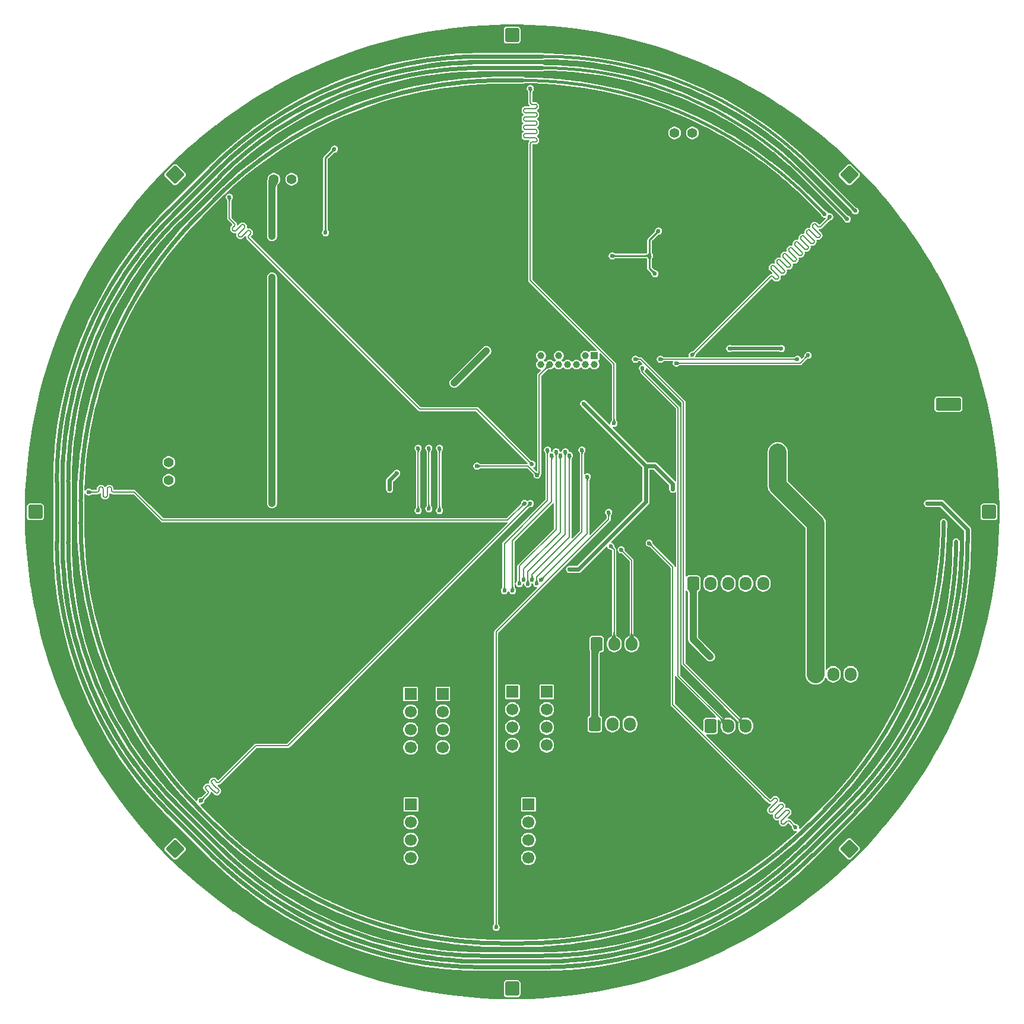
<source format=gbr>
%TF.GenerationSoftware,KiCad,Pcbnew,9.0.6*%
%TF.CreationDate,2026-01-04T15:34:23+01:00*%
%TF.ProjectId,uMule_board,754d756c-655f-4626-9f61-72642e6b6963,rev?*%
%TF.SameCoordinates,Original*%
%TF.FileFunction,Copper,L2,Bot*%
%TF.FilePolarity,Positive*%
%FSLAX46Y46*%
G04 Gerber Fmt 4.6, Leading zero omitted, Abs format (unit mm)*
G04 Created by KiCad (PCBNEW 9.0.6) date 2026-01-04 15:34:23*
%MOMM*%
%LPD*%
G01*
G04 APERTURE LIST*
G04 Aperture macros list*
%AMRoundRect*
0 Rectangle with rounded corners*
0 $1 Rounding radius*
0 $2 $3 $4 $5 $6 $7 $8 $9 X,Y pos of 4 corners*
0 Add a 4 corners polygon primitive as box body*
4,1,4,$2,$3,$4,$5,$6,$7,$8,$9,$2,$3,0*
0 Add four circle primitives for the rounded corners*
1,1,$1+$1,$2,$3*
1,1,$1+$1,$4,$5*
1,1,$1+$1,$6,$7*
1,1,$1+$1,$8,$9*
0 Add four rect primitives between the rounded corners*
20,1,$1+$1,$2,$3,$4,$5,0*
20,1,$1+$1,$4,$5,$6,$7,0*
20,1,$1+$1,$6,$7,$8,$9,0*
20,1,$1+$1,$8,$9,$2,$3,0*%
G04 Aperture macros list end*
%TA.AperFunction,ComponentPad*%
%ADD10RoundRect,0.250000X-0.600000X-0.725000X0.600000X-0.725000X0.600000X0.725000X-0.600000X0.725000X0*%
%TD*%
%TA.AperFunction,ComponentPad*%
%ADD11O,1.700000X1.950000*%
%TD*%
%TA.AperFunction,ComponentPad*%
%ADD12RoundRect,0.250000X-0.750000X-0.750000X0.750000X-0.750000X0.750000X0.750000X-0.750000X0.750000X0*%
%TD*%
%TA.AperFunction,ComponentPad*%
%ADD13C,2.000000*%
%TD*%
%TA.AperFunction,ComponentPad*%
%ADD14R,1.000000X1.000000*%
%TD*%
%TA.AperFunction,ComponentPad*%
%ADD15C,1.000000*%
%TD*%
%TA.AperFunction,ComponentPad*%
%ADD16RoundRect,0.250000X1.060660X0.000000X0.000000X1.060660X-1.060660X0.000000X0.000000X-1.060660X0*%
%TD*%
%TA.AperFunction,ComponentPad*%
%ADD17RoundRect,0.250000X0.750000X-0.750000X0.750000X0.750000X-0.750000X0.750000X-0.750000X-0.750000X0*%
%TD*%
%TA.AperFunction,ComponentPad*%
%ADD18R,1.700000X1.700000*%
%TD*%
%TA.AperFunction,ComponentPad*%
%ADD19C,1.700000*%
%TD*%
%TA.AperFunction,ComponentPad*%
%ADD20RoundRect,0.250000X-1.550000X0.650000X-1.550000X-0.650000X1.550000X-0.650000X1.550000X0.650000X0*%
%TD*%
%TA.AperFunction,ComponentPad*%
%ADD21O,3.600000X1.800000*%
%TD*%
%TA.AperFunction,ComponentPad*%
%ADD22C,1.400000*%
%TD*%
%TA.AperFunction,ComponentPad*%
%ADD23RoundRect,0.250000X0.000000X-1.060660X1.060660X0.000000X0.000000X1.060660X-1.060660X0.000000X0*%
%TD*%
%TA.AperFunction,ComponentPad*%
%ADD24RoundRect,0.250000X0.000000X1.060660X-1.060660X0.000000X0.000000X-1.060660X1.060660X0.000000X0*%
%TD*%
%TA.AperFunction,ComponentPad*%
%ADD25RoundRect,0.250000X-0.750000X0.750000X-0.750000X-0.750000X0.750000X-0.750000X0.750000X0.750000X0*%
%TD*%
%TA.AperFunction,ComponentPad*%
%ADD26RoundRect,0.250000X-1.060660X0.000000X0.000000X-1.060660X1.060660X0.000000X0.000000X1.060660X0*%
%TD*%
%TA.AperFunction,ComponentPad*%
%ADD27RoundRect,0.250000X0.750000X0.750000X-0.750000X0.750000X-0.750000X-0.750000X0.750000X-0.750000X0*%
%TD*%
%TA.AperFunction,ViaPad*%
%ADD28C,0.600000*%
%TD*%
%TA.AperFunction,Conductor*%
%ADD29C,0.400000*%
%TD*%
%TA.AperFunction,Conductor*%
%ADD30C,0.254000*%
%TD*%
%TA.AperFunction,Conductor*%
%ADD31C,1.000000*%
%TD*%
%TA.AperFunction,Conductor*%
%ADD32C,0.600000*%
%TD*%
%TA.AperFunction,Conductor*%
%ADD33C,2.500000*%
%TD*%
%TA.AperFunction,Conductor*%
%ADD34C,0.500000*%
%TD*%
%TA.AperFunction,Conductor*%
%ADD35C,0.200000*%
%TD*%
%TA.AperFunction,Conductor*%
%ADD36C,0.150000*%
%TD*%
G04 APERTURE END LIST*
D10*
%TO.P,J4,1,Pin_1*%
%TO.N,+5V*%
X140014000Y-134095000D03*
D11*
%TO.P,J4,2,Pin_2*%
%TO.N,/Communication/ESP32_TX*%
X142514000Y-134095000D03*
%TO.P,J4,3,Pin_3*%
%TO.N,/Communication/ESP32_RX*%
X145014000Y-134095000D03*
%TO.P,J4,4,Pin_4*%
%TO.N,GND*%
X147514000Y-134095000D03*
%TD*%
D12*
%TO.P,P1,1,K*%
%TO.N,Net-(P1-K)*%
X127968893Y-47244000D03*
D13*
%TO.P,P1,2,A*%
%TO.N,GND*%
X130508893Y-47244000D03*
%TD*%
D14*
%TO.P,J5,1,NC*%
%TO.N,unconnected-(J5-NC-Pad1)*%
X139700000Y-92964000D03*
D15*
%TO.P,J5,2,NC*%
%TO.N,unconnected-(J5-NC-Pad2)*%
X139700000Y-94234000D03*
%TO.P,J5,3,VCC*%
%TO.N,+3V3*%
X138430000Y-92964000D03*
%TO.P,J5,4,JTMS/SWDIO*%
%TO.N,/Communication/SWDIO*%
X138430000Y-94234000D03*
%TO.P,J5,5,GND*%
%TO.N,GND*%
X137160000Y-92964000D03*
%TO.P,J5,6,JCLK/SWCLK*%
%TO.N,/Communication/SWCLK*%
X137160000Y-94234000D03*
%TO.P,J5,7,GND*%
%TO.N,GND*%
X135890000Y-92964000D03*
%TO.P,J5,8,JTDO/SWO*%
%TO.N,unconnected-(J5-JTDO{slash}SWO-Pad8)*%
X135890000Y-94234000D03*
%TO.P,J5,9,JRCLK/NC*%
%TO.N,unconnected-(J5-JRCLK{slash}NC-Pad9)*%
X134620000Y-92964000D03*
%TO.P,J5,10,JTDI/NC*%
%TO.N,unconnected-(J5-JTDI{slash}NC-Pad10)*%
X134620000Y-94234000D03*
%TO.P,J5,11,GNDDetect*%
%TO.N,GND*%
X133350000Y-92964000D03*
%TO.P,J5,12,~{RST}*%
%TO.N,/MCU/NRST*%
X133350000Y-94234000D03*
%TO.P,J5,13,VCP_RX*%
%TO.N,/Communication/VCP_RX*%
X132080000Y-92964000D03*
%TO.P,J5,14,VCP_TX*%
%TO.N,/Communication/VCP_TX*%
X132080000Y-94234000D03*
%TD*%
D10*
%TO.P,J6,1,Pin_1*%
%TO.N,+3V3*%
X156270000Y-145779000D03*
D11*
%TO.P,J6,2,Pin_2*%
%TO.N,/Communication/I2C_SCL*%
X158770000Y-145779000D03*
%TO.P,J6,3,Pin_3*%
%TO.N,/Communication/I2C_SDA*%
X161270000Y-145779000D03*
%TO.P,J6,4,Pin_4*%
%TO.N,GND*%
X163770000Y-145779000D03*
%TD*%
D10*
%TO.P,J7,1,Pin_1*%
%TO.N,+3V3*%
X153770000Y-125459000D03*
D11*
%TO.P,J7,2,Pin_2*%
%TO.N,/Communication/SPI_SCK*%
X156270000Y-125459000D03*
%TO.P,J7,3,Pin_3*%
%TO.N,/Communication/SPI_MISO*%
X158770000Y-125459000D03*
%TO.P,J7,4,Pin_4*%
%TO.N,/Communication/SPI_MOSI*%
X161270000Y-125459000D03*
%TO.P,J7,5,Pin_5*%
%TO.N,/Communication/CS*%
X163770000Y-125459000D03*
%TO.P,J7,6,Pin_6*%
%TO.N,GND*%
X166270000Y-125459000D03*
%TD*%
D16*
%TO.P,P6,1,K*%
%TO.N,Net-(P6-K)*%
X79885631Y-163327261D03*
D13*
%TO.P,P6,2,A*%
%TO.N,GND*%
X78089580Y-161531210D03*
%TD*%
D17*
%TO.P,P7,1,K*%
%TO.N,Net-(P7-K)*%
X59968893Y-115244000D03*
D13*
%TO.P,P7,2,A*%
%TO.N,GND*%
X59968893Y-112704000D03*
%TD*%
D10*
%TO.P,J2,1,Pin_1*%
%TO.N,VCC*%
X171256000Y-138413000D03*
D11*
%TO.P,J2,2,Pin_2*%
%TO.N,/Communication/RS485-*%
X173756000Y-138413000D03*
%TO.P,J2,3,Pin_3*%
%TO.N,/Communication/RS485+*%
X176256000Y-138413000D03*
%TO.P,J2,4,Pin_4*%
%TO.N,GND*%
X178756000Y-138413000D03*
%TD*%
D18*
%TO.P,J13,1,Pin_1*%
%TO.N,/GPIO/GPIO_2*%
X132896518Y-140907880D03*
D19*
%TO.P,J13,2,Pin_2*%
%TO.N,/GPIO/GPIO_3*%
X132896518Y-143447880D03*
%TO.P,J13,3,Pin_3*%
%TO.N,/GPIO/GPIO_4*%
X132896518Y-145987880D03*
%TO.P,J13,4,Pin_4*%
%TO.N,/GPIO/GPIO_5*%
X132896518Y-148527880D03*
%TD*%
D18*
%TO.P,J11,1,Pin_1*%
%TO.N,/GPIO/GPIO_14*%
X118074000Y-141224000D03*
D19*
%TO.P,J11,2,Pin_2*%
%TO.N,/GPIO/GPIO_11*%
X118074000Y-143764000D03*
%TO.P,J11,3,Pin_3*%
%TO.N,/GPIO/GPIO_0*%
X118074000Y-146304000D03*
%TO.P,J11,4,Pin_4*%
%TO.N,/GPIO/GPIO_1*%
X118074000Y-148844000D03*
%TD*%
D20*
%TO.P,J1,1,Pin_1*%
%TO.N,/Power/VSUP+*%
X190185027Y-99893544D03*
D21*
%TO.P,J1,2,Pin_2*%
%TO.N,GND*%
X190185027Y-103393544D03*
%TD*%
D22*
%TO.P,JP3,1,A*%
%TO.N,/Power/-5V*%
X151130000Y-61214000D03*
%TO.P,JP3,2,B*%
%TO.N,-5V*%
X153670000Y-61214000D03*
%TD*%
D18*
%TO.P,J10,1,Pin_1*%
%TO.N,/GPIO/GPIO_8*%
X113484000Y-141224000D03*
D19*
%TO.P,J10,2,Pin_2*%
%TO.N,/GPIO/GPIO_9*%
X113484000Y-143764000D03*
%TO.P,J10,3,Pin_3*%
%TO.N,/GPIO/GPIO_10*%
X113484000Y-146304000D03*
%TO.P,J10,4,Pin_4*%
%TO.N,/GPIO/GPIO_13*%
X113484000Y-148844000D03*
%TD*%
D23*
%TO.P,P8,1,K*%
%TO.N,Net-(P8-K)*%
X79885631Y-67160738D03*
D13*
%TO.P,P8,2,A*%
%TO.N,GND*%
X81681682Y-65364687D03*
%TD*%
D22*
%TO.P,JP1,1,A*%
%TO.N,/Power/+5V*%
X96520000Y-67818000D03*
%TO.P,JP1,2,B*%
%TO.N,+5V*%
X93980000Y-67818000D03*
%TD*%
%TO.P,JP2,1,A*%
%TO.N,/Power/+3V3_POW*%
X78994000Y-108204000D03*
%TO.P,JP2,2,B*%
%TO.N,+3V3*%
X78994000Y-110744000D03*
%TD*%
D24*
%TO.P,P4,1,K*%
%TO.N,Net-(P4-K)*%
X176052154Y-163327261D03*
D13*
%TO.P,P4,2,A*%
%TO.N,GND*%
X174256103Y-165123312D03*
%TD*%
D18*
%TO.P,J9,1,Pin_1*%
%TO.N,+5V*%
X130302000Y-156972000D03*
D19*
%TO.P,J9,2,Pin_2*%
%TO.N,GND*%
X132842000Y-156972000D03*
%TO.P,J9,3,Pin_3*%
%TO.N,+5V*%
X130302000Y-159512000D03*
%TO.P,J9,4,Pin_4*%
%TO.N,GND*%
X132842000Y-159512000D03*
%TO.P,J9,5,Pin_5*%
%TO.N,+5V*%
X130302000Y-162052000D03*
%TO.P,J9,6,Pin_6*%
%TO.N,GND*%
X132842000Y-162052000D03*
%TO.P,J9,7,Pin_7*%
%TO.N,+5V*%
X130302000Y-164592000D03*
%TO.P,J9,8,Pin_8*%
%TO.N,GND*%
X132842000Y-164592000D03*
%TD*%
D18*
%TO.P,J8,1,Pin_1*%
%TO.N,+3V3*%
X113538000Y-156972000D03*
D19*
%TO.P,J8,2,Pin_2*%
%TO.N,GND*%
X116078000Y-156972000D03*
%TO.P,J8,3,Pin_3*%
%TO.N,+3V3*%
X113538000Y-159512000D03*
%TO.P,J8,4,Pin_4*%
%TO.N,GND*%
X116078000Y-159512000D03*
%TO.P,J8,5,Pin_5*%
%TO.N,+3V3*%
X113538000Y-162052000D03*
%TO.P,J8,6,Pin_6*%
%TO.N,GND*%
X116078000Y-162052000D03*
%TO.P,J8,7,Pin_7*%
%TO.N,+3V3*%
X113538000Y-164592000D03*
%TO.P,J8,8,Pin_8*%
%TO.N,GND*%
X116078000Y-164592000D03*
%TD*%
D25*
%TO.P,P3,1,K*%
%TO.N,Net-(P3-K)*%
X195968893Y-115244000D03*
D13*
%TO.P,P3,2,A*%
%TO.N,GND*%
X195968893Y-117784000D03*
%TD*%
D18*
%TO.P,J12,1,Pin_1*%
%TO.N,/GPIO/GPIO_12*%
X128016000Y-140908910D03*
D19*
%TO.P,J12,2,Pin_2*%
%TO.N,/GPIO/GPIO_15*%
X128016000Y-143448910D03*
%TO.P,J12,3,Pin_3*%
%TO.N,/GPIO/GPIO_7*%
X128016000Y-145988910D03*
%TO.P,J12,4,Pin_4*%
%TO.N,/GPIO/GPIO_6*%
X128016000Y-148528910D03*
%TD*%
D26*
%TO.P,P2,1,K*%
%TO.N,Net-(P2-K)*%
X176052154Y-67160738D03*
D13*
%TO.P,P2,2,A*%
%TO.N,GND*%
X177848205Y-68956789D03*
%TD*%
D10*
%TO.P,J3,1,Pin_1*%
%TO.N,+5V*%
X139760000Y-145508000D03*
D11*
%TO.P,J3,2,Pin_2*%
%TO.N,/Communication/Li-Dar_TX*%
X142260000Y-145508000D03*
%TO.P,J3,3,Pin_3*%
%TO.N,/Communication/Li-Dar_RX*%
X144760000Y-145508000D03*
%TO.P,J3,4,Pin_4*%
%TO.N,GND*%
X147260000Y-145508000D03*
%TD*%
D27*
%TO.P,P5,1,K*%
%TO.N,Net-(P5-K)*%
X127968893Y-183244000D03*
D13*
%TO.P,P5,2,A*%
%TO.N,GND*%
X125428893Y-183244000D03*
%TD*%
D28*
%TO.N,GND*%
X191008000Y-108966000D03*
X169164000Y-132334000D03*
X132588000Y-83058000D03*
X112776000Y-97282000D03*
X180848000Y-76962000D03*
X133096000Y-51054000D03*
X188976000Y-89154000D03*
X109220000Y-90424000D03*
X123190000Y-49276000D03*
X176276000Y-123698000D03*
X61976000Y-108204000D03*
X122174000Y-162814000D03*
X129032000Y-84582000D03*
X170942000Y-110998000D03*
X111506000Y-159766000D03*
X171704000Y-87630000D03*
X121920000Y-84582000D03*
X123190000Y-170942000D03*
X108204000Y-78232000D03*
X141478000Y-130556000D03*
X140716000Y-108458000D03*
X111506000Y-72390000D03*
X140716000Y-147320000D03*
X146304000Y-66040000D03*
X100584000Y-113030000D03*
X152654000Y-80518000D03*
X93218000Y-159512000D03*
X106172000Y-84836000D03*
X105918000Y-110236000D03*
X146050000Y-110490000D03*
X166116000Y-96774000D03*
X72898000Y-135128000D03*
X119380000Y-112776000D03*
X148590000Y-117602000D03*
X107442000Y-117348000D03*
X94996000Y-86106000D03*
X178308000Y-78232000D03*
X152400000Y-151638000D03*
X143002000Y-82550000D03*
X97536000Y-103378000D03*
X91694000Y-66802000D03*
X174244000Y-66294000D03*
X82804000Y-85090000D03*
X154178000Y-94996000D03*
X121666000Y-181102000D03*
X97536000Y-72644000D03*
X126238000Y-46482000D03*
X164338000Y-84582000D03*
X111506000Y-161290000D03*
X142494000Y-84582000D03*
X82042000Y-165862000D03*
X161544000Y-116586000D03*
X136652000Y-51308000D03*
X149860000Y-107442000D03*
X148590000Y-84328000D03*
X166116000Y-90932000D03*
X98806000Y-147066000D03*
X92456000Y-77216000D03*
X178308000Y-97028000D03*
X126492000Y-105156000D03*
X166878000Y-115316000D03*
X106934000Y-158496000D03*
X134620000Y-84836000D03*
X94996000Y-117348000D03*
X130556000Y-95250000D03*
X106426000Y-137160000D03*
X97028000Y-148844000D03*
X122174000Y-149860000D03*
X136398000Y-97282000D03*
X103378000Y-159004000D03*
X164084000Y-137160000D03*
X145796000Y-125984000D03*
X144272000Y-84582000D03*
X129032000Y-152654000D03*
X162814000Y-120650000D03*
X91186000Y-107950000D03*
X123640685Y-118527633D03*
X107188000Y-68580000D03*
X154686000Y-102108000D03*
X81534000Y-143764000D03*
X165608000Y-62738000D03*
X108458000Y-146304000D03*
X112522000Y-117348000D03*
X92202000Y-124714000D03*
X65786000Y-107188000D03*
X102362000Y-82296000D03*
X138938000Y-53622000D03*
X84328000Y-157226000D03*
X74930000Y-112014000D03*
X107442000Y-84836000D03*
X104394000Y-139192000D03*
X136906000Y-154178000D03*
X91694000Y-135636000D03*
X116078000Y-103632000D03*
X87376000Y-105664000D03*
X126492000Y-152654000D03*
X87630000Y-109220000D03*
X186436000Y-87884000D03*
X90170000Y-67818000D03*
X117094000Y-171450000D03*
X176784000Y-128778000D03*
X148844000Y-100584000D03*
X87884000Y-163322000D03*
X121666000Y-146304000D03*
X114112319Y-123834398D03*
X88646000Y-103124000D03*
X143256000Y-132080000D03*
X81788000Y-115570000D03*
X110998000Y-148844000D03*
X96266000Y-97790000D03*
X100330000Y-75184000D03*
X106172000Y-83566000D03*
X126220005Y-102492377D03*
X173736000Y-136144000D03*
X138684000Y-120904000D03*
X128016000Y-92710000D03*
X124460000Y-141986000D03*
X92202000Y-119888000D03*
X85344000Y-113030000D03*
X122682000Y-145542000D03*
X132080000Y-118364000D03*
X80010000Y-123698000D03*
X82296000Y-137922000D03*
X108458000Y-88138000D03*
X124968000Y-49276000D03*
X154940000Y-132842000D03*
X168656000Y-147574000D03*
X144272000Y-132080000D03*
X123444000Y-58420000D03*
X76454000Y-100330000D03*
X118364000Y-165354000D03*
X85344000Y-143764000D03*
X111760000Y-108204000D03*
X154940000Y-79756000D03*
X115824000Y-58420000D03*
X113284000Y-94488000D03*
X136144000Y-140716000D03*
X90424000Y-79756000D03*
X188976000Y-85344000D03*
X153162000Y-138938000D03*
X143256000Y-160782000D03*
X118364000Y-114046000D03*
X193802000Y-117856000D03*
X156210000Y-111252000D03*
X146812000Y-128016000D03*
X162814000Y-102616000D03*
X108458000Y-142748000D03*
X161798000Y-59944000D03*
X97028000Y-141478000D03*
X97536000Y-91186000D03*
X127254000Y-77978000D03*
X76708000Y-121158000D03*
X124460000Y-93726000D03*
X121666000Y-121666000D03*
X178054000Y-125984000D03*
X76454000Y-98044000D03*
X163068000Y-82296000D03*
X117094000Y-58420000D03*
X109728000Y-144018000D03*
X106172000Y-118618000D03*
X153416000Y-99568000D03*
X165100000Y-141986000D03*
X132334000Y-85344000D03*
X96266000Y-96520000D03*
X84582000Y-115570000D03*
X88646000Y-100584000D03*
X153924000Y-135382000D03*
X143256000Y-109728000D03*
X176530000Y-131572000D03*
X150368000Y-83058000D03*
X120142000Y-120650000D03*
X173228000Y-130556000D03*
X114300000Y-119126000D03*
X139700000Y-109474000D03*
X162052000Y-101346000D03*
X98044000Y-170434000D03*
X106680000Y-162306000D03*
X76708000Y-138938000D03*
X105156000Y-174244000D03*
X110490000Y-90170000D03*
X134874000Y-53086000D03*
X94996000Y-97790000D03*
X129286000Y-94488000D03*
X69088000Y-102108000D03*
X74676000Y-125984000D03*
X129540000Y-87122000D03*
X127254000Y-79248000D03*
X146050000Y-119380000D03*
X89154000Y-112014000D03*
X131572000Y-79248000D03*
X182118000Y-137668000D03*
X152654000Y-145542000D03*
X118110000Y-121412000D03*
X141732000Y-147320000D03*
X91186000Y-84836000D03*
X105664000Y-155956000D03*
X97536000Y-89916000D03*
X140716000Y-157988000D03*
X80010000Y-126238000D03*
X124460000Y-121158000D03*
X80010000Y-128778000D03*
X89408000Y-145034000D03*
X120650000Y-83312000D03*
X111252000Y-119888000D03*
X107442000Y-87122000D03*
X107442000Y-105664000D03*
X111252000Y-125730000D03*
X162814000Y-105156000D03*
X167640000Y-139700000D03*
X89916000Y-86106000D03*
X81280000Y-121158000D03*
X182118000Y-131064000D03*
X176530000Y-140208000D03*
X136906000Y-156718000D03*
X120904000Y-139446000D03*
X124206000Y-173482000D03*
X109728000Y-148844000D03*
X107188000Y-79248000D03*
X160020000Y-69088000D03*
X88646000Y-83566000D03*
X91186000Y-86106000D03*
X156972000Y-59436000D03*
X109220000Y-159766000D03*
X141732000Y-117856000D03*
X120904000Y-58420000D03*
X166116000Y-121666000D03*
X110236000Y-84836000D03*
X120904000Y-161544000D03*
X99060000Y-143510000D03*
X86360000Y-106680000D03*
X124206000Y-100330000D03*
X111252000Y-121158000D03*
X136906000Y-138684000D03*
X173228000Y-125476000D03*
X101600000Y-161544000D03*
X110236000Y-69850000D03*
X139446000Y-122682000D03*
X170434000Y-87630000D03*
X112014000Y-172212000D03*
X94996000Y-88646000D03*
X183134000Y-131064000D03*
X75184000Y-95504000D03*
X95758000Y-158242000D03*
X123698000Y-147320000D03*
X132334000Y-59690000D03*
X99822000Y-145796000D03*
X85344000Y-114554000D03*
X143524363Y-111944233D03*
X152146000Y-142748000D03*
X63928069Y-122482578D03*
X138684000Y-127508000D03*
X105918000Y-146558000D03*
X87884000Y-153416000D03*
X178562000Y-118872000D03*
X110490000Y-161036000D03*
X76962000Y-78486000D03*
X70358000Y-105918000D03*
X126492000Y-159258000D03*
X172720000Y-163576000D03*
X150368000Y-79248000D03*
X94996000Y-91186000D03*
X143256000Y-125730000D03*
X111252000Y-129540000D03*
X84074000Y-145034000D03*
X167640000Y-98552000D03*
X122174000Y-72644000D03*
X81280000Y-123698000D03*
X176784000Y-117094000D03*
X152146000Y-59690000D03*
X121158000Y-93472000D03*
X158496000Y-67564000D03*
X118364000Y-101346000D03*
X97028000Y-155702000D03*
X90932000Y-69342000D03*
X115570000Y-80010000D03*
X125984000Y-54610000D03*
X154686000Y-99568000D03*
X134112000Y-128016000D03*
X80010000Y-119888000D03*
X106680000Y-164846000D03*
X123444000Y-144526000D03*
X107950000Y-137668000D03*
X135128000Y-49276000D03*
X69596000Y-125984000D03*
X153416000Y-105664000D03*
X178308000Y-75692000D03*
X141224000Y-84582000D03*
X127254000Y-80518000D03*
X121666000Y-117348000D03*
X110998000Y-145288000D03*
X77978000Y-137668000D03*
X122174000Y-156464000D03*
X94488000Y-158242000D03*
X136144000Y-143510000D03*
X84582000Y-76200000D03*
X118872000Y-120650000D03*
X89662000Y-77978000D03*
X170434000Y-82550000D03*
X180848000Y-79502000D03*
X130556000Y-49276000D03*
X180086000Y-132334000D03*
X133858000Y-126238000D03*
X119634000Y-58420000D03*
X81280000Y-117348000D03*
X77978000Y-118618000D03*
X110998000Y-144018000D03*
X180594000Y-125984000D03*
X61976000Y-112268000D03*
X169164000Y-120650000D03*
X132588000Y-87122000D03*
X92456000Y-84836000D03*
X105918000Y-105664000D03*
X129540000Y-95758000D03*
X180086000Y-139700000D03*
X105410000Y-171450000D03*
X148082000Y-136144000D03*
X122174000Y-58420000D03*
X66548000Y-129286000D03*
X125984000Y-57150000D03*
X112522000Y-119888000D03*
X92964000Y-137414000D03*
X173482000Y-110998000D03*
X178562000Y-94488000D03*
X102616000Y-108458000D03*
X153162000Y-108204000D03*
X160782000Y-74676000D03*
X96266000Y-127508000D03*
X130302000Y-173482000D03*
X77978000Y-119888000D03*
X170688000Y-72136000D03*
X173228000Y-131572000D03*
X128524000Y-76708000D03*
X155448000Y-94996000D03*
X76708000Y-128778000D03*
X91694000Y-166370000D03*
X76454000Y-89154000D03*
X165862000Y-165100000D03*
X76454000Y-106680000D03*
X143002000Y-142494000D03*
X96266000Y-132080000D03*
X81280000Y-118618000D03*
X99060000Y-150876000D03*
X160782000Y-61722000D03*
X135890000Y-102616000D03*
X92456000Y-81026000D03*
X127508000Y-168910000D03*
X114122746Y-121915888D03*
X160782000Y-118110000D03*
X159004000Y-60706000D03*
X118364000Y-59690000D03*
X157988000Y-123444000D03*
X116332000Y-68326000D03*
X189738000Y-108966000D03*
X150622000Y-72390000D03*
X108966000Y-72390000D03*
X104394000Y-56642000D03*
X116840000Y-112776000D03*
X141224000Y-87122000D03*
X152908000Y-94996000D03*
X167132000Y-117094000D03*
X73152000Y-146050000D03*
X120142000Y-130556000D03*
X76708000Y-135128000D03*
X80010000Y-117348000D03*
X152654000Y-81788000D03*
X147828000Y-123190000D03*
X75184000Y-94234000D03*
X154178000Y-139954000D03*
X90932000Y-125984000D03*
X152146000Y-68580000D03*
X116840000Y-109728000D03*
X173482000Y-113538000D03*
X158750000Y-120904000D03*
X176022000Y-110998000D03*
X96266000Y-117348000D03*
X85344000Y-140970000D03*
X75946000Y-115824000D03*
X172974000Y-82550000D03*
X175260000Y-65278000D03*
X112522000Y-122428000D03*
X174244000Y-86360000D03*
X152146000Y-73406000D03*
X150622000Y-59944000D03*
X71628000Y-143002000D03*
X141732000Y-68072000D03*
X115316000Y-104394000D03*
X97536000Y-93980000D03*
X177038000Y-89662000D03*
X125476000Y-92710000D03*
X77978000Y-117348000D03*
X123444000Y-156464000D03*
X169164000Y-86360000D03*
X104140000Y-94234000D03*
X180594000Y-106680000D03*
X148082000Y-101092000D03*
X177038000Y-120142000D03*
X183896000Y-89154000D03*
X190500000Y-111252000D03*
X81788000Y-98298000D03*
X157480000Y-126492000D03*
X72136000Y-111506000D03*
X173482000Y-112268000D03*
X87376000Y-83566000D03*
X107950000Y-164846000D03*
X76708000Y-151384000D03*
X175006000Y-130302000D03*
X150114000Y-125476000D03*
X106680000Y-161036000D03*
X115316000Y-83566000D03*
X132334000Y-151130000D03*
X94996000Y-131064000D03*
X94996000Y-114554000D03*
X178816000Y-128778000D03*
X96266000Y-92456000D03*
X87630000Y-115570000D03*
X117348000Y-170180000D03*
X88646000Y-104394000D03*
X87376000Y-117348000D03*
X152400000Y-138176000D03*
X120142000Y-169418000D03*
X86614000Y-162052000D03*
X146304000Y-67056000D03*
X135636000Y-137668000D03*
X104902000Y-82296000D03*
X77978000Y-131318000D03*
X177800000Y-117094000D03*
X115316000Y-171450000D03*
X129794000Y-182372000D03*
X166624000Y-98806000D03*
X117348000Y-124714000D03*
X128524000Y-159258000D03*
X124968000Y-151130000D03*
X81280000Y-128778000D03*
X120142000Y-126492000D03*
X136144000Y-62230000D03*
X86360000Y-63500000D03*
X122682000Y-175768000D03*
X165608000Y-115316000D03*
X147574000Y-101854000D03*
X96012000Y-140462000D03*
X168402000Y-97790000D03*
X120904000Y-164084000D03*
X129794000Y-63500000D03*
X155956000Y-99568000D03*
X165608000Y-70358000D03*
X133858000Y-144780000D03*
X116332000Y-72390000D03*
X97536000Y-92456000D03*
X163830000Y-72898000D03*
X180848000Y-116332000D03*
X109982000Y-150622000D03*
X96520000Y-115570000D03*
X89154000Y-68580000D03*
X88646000Y-99060000D03*
X99314000Y-69596000D03*
X102870000Y-68580000D03*
X130556000Y-92710000D03*
X168402000Y-134366000D03*
X95250000Y-150876000D03*
X113284000Y-59690000D03*
X125984000Y-59690000D03*
X90932000Y-128270000D03*
X179578000Y-79502000D03*
X173990000Y-94488000D03*
X129794000Y-68580000D03*
X81534000Y-145034000D03*
X178562000Y-110998000D03*
X149098000Y-104394000D03*
X133096000Y-96012000D03*
X69342000Y-117348000D03*
X98806000Y-89916000D03*
X169164000Y-131064000D03*
X151130000Y-164338000D03*
X170434000Y-86360000D03*
X124714000Y-75184000D03*
X144272000Y-114554000D03*
X134874000Y-57150000D03*
X112522000Y-121158000D03*
X99060000Y-165354000D03*
X96266000Y-103378000D03*
X188722000Y-115062000D03*
X153162000Y-114808000D03*
X94996000Y-139446000D03*
X173482000Y-89662000D03*
X174752000Y-110998000D03*
X98806000Y-81026000D03*
X136906000Y-170688000D03*
X167894000Y-149606000D03*
X63840023Y-110087874D03*
X188468000Y-119126000D03*
X139700000Y-108204000D03*
X180086000Y-98298000D03*
X146558000Y-126238000D03*
X187960000Y-134112000D03*
X128524000Y-77978000D03*
X128524000Y-71374000D03*
X171958000Y-164338000D03*
X172974000Y-85090000D03*
X173736000Y-115062000D03*
X178308000Y-119888000D03*
X110236000Y-71120000D03*
X135382000Y-98298000D03*
X81788000Y-100838000D03*
X177292000Y-93726000D03*
X147574000Y-102870000D03*
X123190000Y-84582000D03*
X80010000Y-91948000D03*
X157988000Y-79756000D03*
X83058000Y-99568000D03*
X174752000Y-109728000D03*
X127000000Y-109982000D03*
X184912000Y-124460000D03*
X183896000Y-87884000D03*
X126492000Y-173482000D03*
X122174000Y-160274000D03*
X167640000Y-75184000D03*
X113030000Y-112014000D03*
X96266000Y-133350000D03*
X109728000Y-142748000D03*
X124714000Y-52832000D03*
X140716000Y-155448000D03*
X81534000Y-83820000D03*
X113792000Y-65786000D03*
X152908000Y-143510000D03*
X97282000Y-152908000D03*
X162814000Y-116078000D03*
X125476000Y-87122000D03*
X76708000Y-127508000D03*
X141478000Y-136144000D03*
X119380000Y-99822000D03*
X151130000Y-165608000D03*
X153670000Y-166878000D03*
X136652000Y-135128000D03*
X133604000Y-60960000D03*
X170180000Y-101092000D03*
X153416000Y-100838000D03*
X163322000Y-109220000D03*
X186944000Y-112776000D03*
X96266000Y-118618000D03*
X73406000Y-122174000D03*
X135128000Y-130048000D03*
X94996000Y-76962000D03*
X129794000Y-64770000D03*
X65786000Y-122936000D03*
X110490000Y-170180000D03*
X65532000Y-108712000D03*
X157480000Y-140970000D03*
X127762000Y-170942000D03*
X128778000Y-170942000D03*
X76454000Y-91440000D03*
X80264000Y-143764000D03*
X158242000Y-64262000D03*
X121412000Y-88900000D03*
X86106000Y-112014000D03*
X153670000Y-164338000D03*
X75184000Y-106680000D03*
X111506000Y-71120000D03*
X74168000Y-138938000D03*
X156718000Y-106680000D03*
X99060000Y-75946000D03*
X126492000Y-155194000D03*
X120396000Y-173228000D03*
X88646000Y-97790000D03*
X94996000Y-84836000D03*
X156972000Y-62992000D03*
X90932000Y-129540000D03*
X156464000Y-73152000D03*
X186436000Y-138684000D03*
X103124000Y-90170000D03*
X85598000Y-76454000D03*
X169164000Y-92710000D03*
X72898000Y-105918000D03*
X152146000Y-69850000D03*
X69088000Y-105918000D03*
X162560000Y-68580000D03*
X137922000Y-162052000D03*
X129032000Y-107950000D03*
X94996000Y-99060000D03*
X151130000Y-163068000D03*
X169164000Y-125222000D03*
X127000000Y-106172000D03*
X104140000Y-155956000D03*
X76708000Y-137668000D03*
X180848000Y-80772000D03*
X80010000Y-122428000D03*
X126492000Y-166116000D03*
X108458000Y-141478000D03*
X136398000Y-133604000D03*
X72390000Y-113538000D03*
X93472000Y-145034000D03*
X110236000Y-98552000D03*
X186944000Y-116586000D03*
X94996000Y-72644000D03*
X127085359Y-103790409D03*
X146050000Y-101854000D03*
X80772000Y-74168000D03*
X133096000Y-86106000D03*
X91694000Y-136906000D03*
X128524000Y-64770000D03*
X90678000Y-78740000D03*
X128524000Y-165608000D03*
X67310000Y-131826000D03*
X92202000Y-121158000D03*
X83312000Y-115570000D03*
X128524000Y-62230000D03*
X118364000Y-118872000D03*
X81534000Y-77724000D03*
X114300000Y-95504000D03*
X149860000Y-102870000D03*
X144272000Y-143510000D03*
X114046000Y-172466000D03*
X136906000Y-127000000D03*
X96520000Y-114554000D03*
X194056000Y-113538000D03*
X121666000Y-173482000D03*
X183134000Y-126238000D03*
X78232000Y-88138000D03*
X102362000Y-141224000D03*
X119634000Y-161544000D03*
X105156000Y-86360000D03*
X131064000Y-107442000D03*
X176530000Y-130556000D03*
X156718000Y-109220000D03*
X123444000Y-166624000D03*
X134112000Y-129794000D03*
X180086000Y-131064000D03*
X107950000Y-161036000D03*
X173990000Y-117094000D03*
X92202000Y-129540000D03*
X145288000Y-118618000D03*
X111506000Y-84836000D03*
X124460000Y-181102000D03*
X167894000Y-110744000D03*
X169164000Y-121666000D03*
X88392000Y-114554000D03*
X75184000Y-105410000D03*
X127508000Y-94234000D03*
X169164000Y-80010000D03*
X151892000Y-95758000D03*
X78994000Y-156972000D03*
X81280000Y-156718000D03*
X97536000Y-81026000D03*
X143256000Y-127254000D03*
X103124000Y-154940000D03*
X162560000Y-167640000D03*
X178308000Y-152654000D03*
X105410000Y-161036000D03*
X121666000Y-120396000D03*
X94996000Y-103378000D03*
X88646000Y-66548000D03*
X149606000Y-120650000D03*
X71628000Y-105918000D03*
X67564000Y-118872000D03*
X151892000Y-141732000D03*
X152654000Y-84836000D03*
X98552000Y-70104000D03*
X83820000Y-66040000D03*
X160020000Y-126492000D03*
X128524000Y-160782000D03*
X117856000Y-165100000D03*
X157480000Y-135636000D03*
X101854000Y-104902000D03*
X154432000Y-73152000D03*
X141478000Y-162560000D03*
X167894000Y-108712000D03*
X181102000Y-112268000D03*
X81534000Y-146304000D03*
X131318000Y-84328000D03*
X97028000Y-159512000D03*
X92710000Y-66040000D03*
X167640000Y-116078000D03*
X136144000Y-59690000D03*
X117856000Y-167132000D03*
X129794000Y-76708000D03*
X89916000Y-83566000D03*
X136769249Y-105057235D03*
X148336000Y-142494000D03*
X152400000Y-165608000D03*
X143510000Y-94488000D03*
X147320000Y-107696000D03*
X130556000Y-115062000D03*
X94996000Y-134620000D03*
X169164000Y-85090000D03*
X125730000Y-106172000D03*
X88646000Y-87376000D03*
X91186000Y-101854000D03*
X89916000Y-104394000D03*
X154432000Y-120396000D03*
X138176000Y-154178000D03*
X157480000Y-119380000D03*
X121666000Y-144018000D03*
X173736000Y-135128000D03*
X145288000Y-58674000D03*
X106172000Y-117348000D03*
X163830000Y-139446000D03*
X148844000Y-101854000D03*
X150622000Y-119888000D03*
X134112000Y-96012000D03*
X92456000Y-149606000D03*
X131572000Y-155194000D03*
X124968000Y-175260000D03*
X124460000Y-135890000D03*
X116332000Y-177038000D03*
X99822000Y-117348000D03*
X83312000Y-163830000D03*
X170180000Y-98552000D03*
X87630000Y-107950000D03*
X120904000Y-148590000D03*
X154178000Y-96266000D03*
X65532000Y-109982000D03*
X96266000Y-81026000D03*
X115316000Y-102870000D03*
X92456000Y-95250000D03*
X98298000Y-59690000D03*
X65532000Y-110998000D03*
X81280000Y-126238000D03*
X144780000Y-100584000D03*
X187706000Y-84074000D03*
X136144000Y-142240000D03*
X157988000Y-81280000D03*
X182118000Y-115062000D03*
X97536000Y-100838000D03*
X155448000Y-96266000D03*
X97536000Y-109220000D03*
X96266000Y-126238000D03*
X140970000Y-159004000D03*
X76454000Y-104140000D03*
X106426000Y-90932000D03*
X74930000Y-114808000D03*
X181610000Y-106680000D03*
X138684000Y-96520000D03*
X74676000Y-123444000D03*
X98552000Y-117348000D03*
X117856000Y-96520000D03*
X81280000Y-119888000D03*
X125984000Y-73914000D03*
X80010000Y-69850000D03*
X137160000Y-128778000D03*
X123444000Y-59690000D03*
X120908033Y-108017485D03*
X160782000Y-112014000D03*
X162052000Y-96266000D03*
X145288000Y-158750000D03*
X91186000Y-89916000D03*
X136906000Y-98298000D03*
X117348000Y-126238000D03*
X96266000Y-99060000D03*
X116840000Y-114046000D03*
X132334000Y-60960000D03*
X91186000Y-91186000D03*
X96266000Y-134620000D03*
X110490000Y-164846000D03*
X101346000Y-156972000D03*
X118364000Y-174752000D03*
X121158000Y-170434000D03*
X76454000Y-90170000D03*
X97536000Y-110490000D03*
X88900000Y-109220000D03*
X100076000Y-82296000D03*
X183134000Y-139192000D03*
X120396000Y-53086000D03*
X162052000Y-100076000D03*
X91186000Y-103124000D03*
X177292000Y-136398000D03*
X172466000Y-89154000D03*
X176022000Y-113538000D03*
X70866000Y-124714000D03*
X159766000Y-81280000D03*
X107188000Y-140208000D03*
X129794000Y-181356000D03*
X66294000Y-103124000D03*
X131064000Y-87122000D03*
X125984000Y-76708000D03*
X135636000Y-54864000D03*
X127254000Y-63500000D03*
X138176000Y-171958000D03*
X87376000Y-86106000D03*
X162052000Y-106680000D03*
X167386000Y-99568000D03*
X105410000Y-167640000D03*
X131064000Y-119126000D03*
X116789549Y-108005612D03*
X94996000Y-93980000D03*
X169164000Y-109982000D03*
X81280000Y-136906000D03*
X127254000Y-175768000D03*
X151384000Y-152654000D03*
X111506000Y-65786000D03*
X152146000Y-92710000D03*
X110236000Y-155956000D03*
X135636000Y-171958000D03*
X89916000Y-91186000D03*
X129540000Y-151130000D03*
X167386000Y-69088000D03*
X163068000Y-115316000D03*
X170434000Y-83820000D03*
X160782000Y-110744000D03*
X190246000Y-119634000D03*
X189738000Y-127000000D03*
X67818000Y-107442000D03*
X102108000Y-89154000D03*
X131572000Y-77978000D03*
X125476000Y-181102000D03*
X182118000Y-80772000D03*
X158750000Y-90932000D03*
X102362000Y-157988000D03*
X151130000Y-166878000D03*
X179578000Y-76962000D03*
X149606000Y-142494000D03*
X105410000Y-170180000D03*
X89662000Y-148844000D03*
X114554000Y-78994000D03*
X107950000Y-167640000D03*
X123444000Y-72644000D03*
X91186000Y-77978000D03*
X81534000Y-85090000D03*
X173228000Y-119888000D03*
X126746000Y-174498000D03*
X92456000Y-91186000D03*
X118872000Y-152654000D03*
X115316000Y-151638000D03*
X71628000Y-104648000D03*
X98806000Y-83566000D03*
X72136000Y-123444000D03*
X123952000Y-175768000D03*
X121666000Y-118364000D03*
X121666000Y-114554000D03*
X164084000Y-102616000D03*
X75184000Y-108966000D03*
X164592000Y-68326000D03*
X131572000Y-55626000D03*
X111506000Y-167386000D03*
X90424000Y-141986000D03*
X81534000Y-91440000D03*
X84836000Y-118618000D03*
X98048508Y-64266508D03*
X88646000Y-86106000D03*
X171196000Y-77978000D03*
X95250000Y-135890000D03*
X113792000Y-72390000D03*
X138938000Y-99060000D03*
X113284000Y-152654000D03*
X68072000Y-95758000D03*
X91186000Y-97790000D03*
X77978000Y-127508000D03*
X100584000Y-111506000D03*
X160782000Y-96266000D03*
X70358000Y-103378000D03*
X118364000Y-156464000D03*
X153162000Y-115824000D03*
X94234000Y-62230000D03*
X168402000Y-133096000D03*
X111506000Y-165100000D03*
X116332000Y-67056000D03*
X61976000Y-113538000D03*
X177292000Y-148336000D03*
X178562000Y-109728000D03*
X178816000Y-124968000D03*
X108966000Y-71120000D03*
X129286000Y-55626000D03*
X96266000Y-110744000D03*
X182372000Y-121666000D03*
X115316000Y-96520000D03*
X98044000Y-148082000D03*
X81280000Y-131318000D03*
X183134000Y-123444000D03*
X96266000Y-124968000D03*
X150876000Y-145796000D03*
X136906000Y-173228000D03*
X148844000Y-106426000D03*
X119888000Y-152654000D03*
X111506000Y-113030000D03*
X176276000Y-125730000D03*
X87376000Y-103124000D03*
X86360000Y-105410000D03*
X92202000Y-115570000D03*
X159258000Y-111760000D03*
X94488000Y-159512000D03*
X104648000Y-141478000D03*
X157226000Y-171196000D03*
X88138000Y-150622000D03*
X169418000Y-73152000D03*
X188468000Y-108966000D03*
X123795277Y-108030313D03*
X129794000Y-112776000D03*
X90424000Y-77216000D03*
X156972000Y-84328000D03*
X149352000Y-154686000D03*
X178562000Y-112268000D03*
X94996000Y-89916000D03*
X92202000Y-130810000D03*
X125730000Y-85852000D03*
X185674000Y-108458000D03*
X184150000Y-136144000D03*
X97536000Y-84836000D03*
X139954000Y-132080000D03*
X128524000Y-114046000D03*
X111252000Y-99568000D03*
X83566000Y-107188000D03*
X87376000Y-99060000D03*
X97536000Y-95250000D03*
X165608000Y-127508000D03*
X167386000Y-70612000D03*
X173482000Y-93472000D03*
X95250000Y-66294000D03*
X148082000Y-109728000D03*
X139446000Y-95758000D03*
X130556000Y-93980000D03*
X106680000Y-163576000D03*
X115062000Y-71120000D03*
X155702000Y-80772000D03*
X153162000Y-134620000D03*
X154940000Y-130048000D03*
X76454000Y-108966000D03*
X117348000Y-122174000D03*
X89154000Y-80010000D03*
X96266000Y-88646000D03*
X150876000Y-101346000D03*
X127508000Y-159512000D03*
X116586000Y-84836000D03*
X162814000Y-103886000D03*
X126492000Y-173482000D03*
X87376000Y-100584000D03*
X102108000Y-90424000D03*
X92456000Y-104394000D03*
X122174000Y-123444000D03*
X149098000Y-124206000D03*
X76708000Y-140208000D03*
X121920000Y-82042000D03*
X108458000Y-135128000D03*
X84328000Y-135890000D03*
X166116000Y-95758000D03*
X107950000Y-162306000D03*
X150876000Y-147320000D03*
X102870000Y-164084000D03*
X169418000Y-112014000D03*
X112522000Y-129540000D03*
X122174000Y-92456000D03*
X127254000Y-155702000D03*
X98806000Y-82296000D03*
X83820000Y-105410000D03*
X139954000Y-160020000D03*
X103124000Y-91440000D03*
X104648000Y-77978000D03*
X154686000Y-100838000D03*
X155702000Y-61722000D03*
X174244000Y-157226000D03*
X164592000Y-64262000D03*
X81534000Y-81534000D03*
X137414000Y-57150000D03*
X112522000Y-101854000D03*
X83312000Y-138938000D03*
X88646000Y-81026000D03*
X166116000Y-97790000D03*
X97536000Y-96520000D03*
X162306000Y-139446000D03*
X99314000Y-68326000D03*
X84836000Y-156464000D03*
X100715508Y-61599508D03*
X112522000Y-92202000D03*
X144272000Y-147320000D03*
X99060000Y-162814000D03*
X89154000Y-115570000D03*
X82804000Y-87376000D03*
X125476000Y-115824000D03*
X153924000Y-108966000D03*
X128778000Y-173482000D03*
X135128000Y-123952000D03*
X105156000Y-93472000D03*
X75184000Y-101600000D03*
X122174000Y-164084000D03*
X129540000Y-54610000D03*
X87376000Y-101854000D03*
X92202000Y-133096000D03*
X148590000Y-123190000D03*
X117348000Y-152654000D03*
X110998000Y-141478000D03*
X160020000Y-140462000D03*
X138176000Y-173228000D03*
X88646000Y-92456000D03*
X157480000Y-73152000D03*
X144780000Y-120650000D03*
X94996000Y-87376000D03*
X110998000Y-147574000D03*
X88646000Y-89916000D03*
X109220000Y-163576000D03*
X94996000Y-105918000D03*
X88900000Y-106680000D03*
X121920000Y-177546000D03*
X167132000Y-147574000D03*
X182118000Y-76962000D03*
X143256000Y-52324000D03*
X145796000Y-90932000D03*
X110998000Y-73660000D03*
X83820000Y-77978000D03*
X169672000Y-71120000D03*
X186690000Y-128524000D03*
X109220000Y-168910000D03*
X92202000Y-123698000D03*
X174244000Y-82550000D03*
X134874000Y-60960000D03*
X120904000Y-166624000D03*
X87376000Y-82296000D03*
X90678000Y-115570000D03*
X141732000Y-107950000D03*
X113284000Y-57150000D03*
X130302000Y-155194000D03*
X112522000Y-125730000D03*
X117094000Y-57150000D03*
X84582000Y-112014000D03*
X112268000Y-93472000D03*
X88646000Y-84836000D03*
X119634000Y-57150000D03*
X169164000Y-82550000D03*
X159258000Y-114300000D03*
X149098000Y-125476000D03*
X76454000Y-102870000D03*
X146812000Y-98552000D03*
X145288000Y-62738000D03*
X153162000Y-120396000D03*
X156718000Y-107950000D03*
X96266000Y-75438000D03*
X101092000Y-89408000D03*
X126746000Y-149606000D03*
X94996000Y-83566000D03*
X119380000Y-117602000D03*
X123190000Y-83312000D03*
X118364000Y-160274000D03*
X175768000Y-74930000D03*
X153162000Y-113792000D03*
X155194000Y-115824000D03*
X185166000Y-87884000D03*
X113792000Y-67056000D03*
X133604000Y-116078000D03*
X133350000Y-84074000D03*
X164338000Y-115316000D03*
X153416000Y-142240000D03*
X104140000Y-165354000D03*
X162052000Y-74676000D03*
X111252000Y-101346000D03*
X126492000Y-168910000D03*
X77724000Y-114808000D03*
X78486000Y-69850000D03*
X94996000Y-121158000D03*
X168910000Y-99822000D03*
X165100000Y-74168000D03*
X169164000Y-126746000D03*
X97028000Y-154432000D03*
X111252000Y-128270000D03*
X152908000Y-147320000D03*
X124968000Y-152654000D03*
X155194000Y-117602000D03*
X90932000Y-133096000D03*
X156210000Y-65278000D03*
X180848000Y-75692000D03*
X109728000Y-145288000D03*
X130302000Y-152654000D03*
X78486000Y-153670000D03*
X131572000Y-66040000D03*
X162052000Y-83312000D03*
X123444000Y-164084000D03*
X107442000Y-82296000D03*
X95758000Y-159512000D03*
X98806000Y-86106000D03*
X128016000Y-156718000D03*
X154940000Y-131318000D03*
X111252000Y-124460000D03*
X161544000Y-105156000D03*
X138176000Y-174498000D03*
X143764000Y-56896000D03*
X165608000Y-71882000D03*
X139446000Y-84582000D03*
X92202000Y-128270000D03*
X173228000Y-132842000D03*
X84074000Y-146304000D03*
X77978000Y-130048000D03*
X142748000Y-87122000D03*
X146050000Y-153924000D03*
X109220000Y-170180000D03*
X111506000Y-82296000D03*
X132334000Y-58420000D03*
X174244000Y-146812000D03*
X119634000Y-157734000D03*
X94996000Y-132080000D03*
X173736000Y-147574000D03*
X111506000Y-83566000D03*
X175514000Y-92964000D03*
X75184000Y-99060000D03*
X72898000Y-102108000D03*
X162052000Y-73406000D03*
X107442000Y-91948000D03*
X70866000Y-125984000D03*
X129286000Y-92710000D03*
X98298000Y-138938000D03*
X65532000Y-118364000D03*
X153416000Y-102108000D03*
X179324000Y-97028000D03*
X110998000Y-135382000D03*
X102362000Y-76454000D03*
X169926000Y-166370000D03*
X150622000Y-56388000D03*
X114554000Y-103632000D03*
X106680000Y-171450000D03*
X110236000Y-83566000D03*
X127000000Y-85852000D03*
X115062000Y-68326000D03*
X133858000Y-54610000D03*
X92456000Y-93980000D03*
X76708000Y-117348000D03*
X127254000Y-66040000D03*
X176022000Y-116078000D03*
X175006000Y-120650000D03*
X158242000Y-139446000D03*
X149860000Y-131064000D03*
X172720000Y-139700000D03*
X152654000Y-83058000D03*
X90932000Y-127254000D03*
X81280000Y-130048000D03*
X85344000Y-148844000D03*
X90932000Y-122428000D03*
X109728000Y-136652000D03*
X187706000Y-86614000D03*
X79502000Y-80772000D03*
X82804000Y-148844000D03*
X67056000Y-99568000D03*
X106680000Y-168910000D03*
X153162000Y-117348000D03*
X123190000Y-181102000D03*
X183388000Y-76962000D03*
X106934000Y-138938000D03*
X122682000Y-120904000D03*
X150622000Y-65786000D03*
X72898000Y-137668000D03*
X186436000Y-85344000D03*
X94996000Y-100838000D03*
X84582000Y-152654000D03*
X144526000Y-176022000D03*
X149098000Y-118618000D03*
X92202000Y-134366000D03*
X78232000Y-86868000D03*
X154686000Y-109728000D03*
X110490000Y-163576000D03*
X82804000Y-146304000D03*
X118364000Y-159004000D03*
X81534000Y-148844000D03*
X94996000Y-104648000D03*
X122174000Y-157734000D03*
X86868000Y-154432000D03*
X131826000Y-149860000D03*
X163830000Y-76200000D03*
X79502000Y-83312000D03*
X136144000Y-60960000D03*
X125984000Y-77978000D03*
X76708000Y-119888000D03*
X168910000Y-101092000D03*
X97028000Y-63246000D03*
X131572000Y-73914000D03*
X98552000Y-62230000D03*
X102870000Y-165354000D03*
X145034000Y-154940000D03*
X168910000Y-98552000D03*
X90932000Y-119888000D03*
X154686000Y-136144000D03*
X163322000Y-110744000D03*
X166116000Y-94742000D03*
X146050000Y-106426000D03*
X149606000Y-123190000D03*
X128524000Y-59690000D03*
X110490000Y-61976000D03*
X137160000Y-117602000D03*
X115316000Y-114046000D03*
X134874000Y-62230000D03*
X80518000Y-87630000D03*
X153416000Y-104394000D03*
X96266000Y-121158000D03*
X95758000Y-155702000D03*
X103632000Y-142494000D03*
X179578000Y-75692000D03*
X125222000Y-131318000D03*
X119380000Y-98806000D03*
X80264000Y-135890000D03*
X124460000Y-140462000D03*
X171704000Y-82550000D03*
X146812000Y-130048000D03*
X123444000Y-73914000D03*
X192278000Y-110236000D03*
X166116000Y-69596000D03*
X98806000Y-104648000D03*
X122174000Y-161544000D03*
X112522000Y-127000000D03*
X109474000Y-77978000D03*
X87884000Y-80010000D03*
X77978000Y-128778000D03*
X159258000Y-94996000D03*
X170180000Y-99822000D03*
X107950000Y-90678000D03*
X101346000Y-79756000D03*
X78740000Y-68834000D03*
X101600000Y-109474000D03*
X169926000Y-108712000D03*
X116586000Y-82296000D03*
X112268000Y-99314000D03*
X77978000Y-123698000D03*
X116586000Y-174244000D03*
X136144000Y-57150000D03*
X180086000Y-136398000D03*
X84328000Y-164846000D03*
X91186000Y-88646000D03*
X106172000Y-96266000D03*
X182118000Y-136652000D03*
X102362000Y-86868000D03*
X137160000Y-116078000D03*
X123698000Y-148844000D03*
X188976000Y-87884000D03*
X129794000Y-72644000D03*
X137922000Y-177038000D03*
X155448000Y-113030000D03*
X105410000Y-162306000D03*
X106934000Y-147574000D03*
X82804000Y-83820000D03*
X174811127Y-118485957D03*
X159512000Y-65532000D03*
X108204000Y-95250000D03*
X131572000Y-80518000D03*
X76708000Y-124968000D03*
X175514000Y-160782000D03*
X182118000Y-133096000D03*
X160782000Y-107950000D03*
X118110000Y-172466000D03*
X75184000Y-96774000D03*
X131572000Y-68580000D03*
X171196000Y-165354000D03*
X176784000Y-92964000D03*
X96266000Y-102108000D03*
X183134000Y-145542000D03*
X136906000Y-112268000D03*
X71628000Y-107188000D03*
X75184000Y-86614000D03*
X103378000Y-87884000D03*
X162052000Y-94996000D03*
X120142000Y-121666000D03*
X192024000Y-122174000D03*
X98552000Y-71628000D03*
X103632000Y-117348000D03*
X144272000Y-129032000D03*
X154940000Y-122682000D03*
X142748000Y-110490000D03*
X128016000Y-87122000D03*
X116840000Y-102870000D03*
X85344000Y-146304000D03*
X91186000Y-106680000D03*
X172212000Y-110998000D03*
X123444000Y-155194000D03*
X107188000Y-142748000D03*
X169164000Y-87630000D03*
X122936000Y-91440000D03*
X92456000Y-99060000D03*
X93218000Y-155702000D03*
X96266000Y-136906000D03*
X159258000Y-106680000D03*
X150622000Y-68580000D03*
X97790000Y-75692000D03*
X123698000Y-150114000D03*
X97536000Y-86106000D03*
X160782000Y-94996000D03*
X136144000Y-144780000D03*
X140208000Y-97790000D03*
X108966000Y-65786000D03*
X128778000Y-121412000D03*
X76454000Y-96774000D03*
X178308000Y-129540000D03*
X161204531Y-92795867D03*
X111760000Y-100584000D03*
X186436000Y-121666000D03*
X74168000Y-136398000D03*
X115316000Y-111506000D03*
X98806000Y-103378000D03*
X166116000Y-116078000D03*
X104394000Y-105156000D03*
X189230000Y-111760000D03*
X137160000Y-96520000D03*
X113538000Y-93218000D03*
X172974000Y-149606000D03*
X123952000Y-177546000D03*
X131572000Y-63500000D03*
X124206000Y-170942000D03*
X83312000Y-134874000D03*
X163576000Y-117094000D03*
X161544000Y-64516000D03*
X162814000Y-121666000D03*
X89154000Y-152400000D03*
X117348000Y-128524000D03*
X108712000Y-105410000D03*
X140462000Y-163576000D03*
X71628000Y-102108000D03*
X88900000Y-78994000D03*
X177292000Y-73152000D03*
X77978000Y-126238000D03*
X118364000Y-161544000D03*
X118618000Y-173228000D03*
X168656000Y-71628000D03*
X94996000Y-102108000D03*
X133858000Y-153162000D03*
X111252000Y-122428000D03*
X168148000Y-81280000D03*
X105156000Y-95250000D03*
X118618000Y-109474000D03*
X110998000Y-137922000D03*
X144767157Y-105050469D03*
X105918000Y-88646000D03*
X185166000Y-86614000D03*
X89916000Y-82296000D03*
X117856000Y-80010000D03*
X94996000Y-92456000D03*
X166370000Y-135382000D03*
X130556000Y-149606000D03*
X75184000Y-85344000D03*
X127254000Y-75184000D03*
X153924000Y-137160000D03*
X148082000Y-125222000D03*
X124206000Y-119380000D03*
X168656000Y-70104000D03*
X97282000Y-137922000D03*
X108458000Y-140208000D03*
X119634000Y-156464000D03*
X75438000Y-135128000D03*
X140462000Y-85852000D03*
X187960000Y-117094000D03*
X135636000Y-134366000D03*
X165862000Y-89662000D03*
X81788000Y-99568000D03*
X107188000Y-94234000D03*
X188214000Y-120650000D03*
X106172000Y-87376000D03*
X85344000Y-136906000D03*
X127508000Y-100584000D03*
X112522000Y-147574000D03*
X100584000Y-70866000D03*
X100584000Y-68326000D03*
X124714000Y-57150000D03*
X124460000Y-127762000D03*
X136906000Y-163068000D03*
X146812000Y-120142000D03*
X167640000Y-121666000D03*
X171450000Y-101092000D03*
X155956000Y-100838000D03*
X109728000Y-141478000D03*
X100076000Y-83566000D03*
X168402000Y-131826000D03*
X167386000Y-137668000D03*
X174752000Y-116078000D03*
X115824000Y-59690000D03*
X89916000Y-106680000D03*
X152400000Y-166878000D03*
X97536000Y-97790000D03*
X172720000Y-101346000D03*
X94996000Y-115570000D03*
X116840000Y-101346000D03*
X111506000Y-163068000D03*
X152400000Y-163068000D03*
X111252000Y-118618000D03*
X120904000Y-157734000D03*
X61976000Y-109474000D03*
X89916000Y-105664000D03*
X124968000Y-170942000D03*
X185674000Y-109474000D03*
X167386000Y-85090000D03*
X128524000Y-58420000D03*
X129794000Y-80518000D03*
X89916000Y-107950000D03*
X179070000Y-91186000D03*
X166624000Y-66040000D03*
X128524000Y-67310000D03*
X147828000Y-90932000D03*
X98298000Y-153924000D03*
X135636000Y-174498000D03*
X171704000Y-86360000D03*
X123915747Y-109409024D03*
X148590000Y-102870000D03*
X86106000Y-117348000D03*
X114554000Y-80010000D03*
X112522000Y-128270000D03*
X187452000Y-115824000D03*
X99822000Y-118618000D03*
X162052000Y-109220000D03*
X108458000Y-147574000D03*
X145796000Y-124460000D03*
X92202000Y-127254000D03*
X90932000Y-123698000D03*
X159766000Y-90932000D03*
X91186000Y-100584000D03*
X80518000Y-99568000D03*
X175260000Y-117094000D03*
X120142000Y-128524000D03*
X142494000Y-65278000D03*
X150622000Y-118618000D03*
X166116000Y-133350000D03*
X173736000Y-140208000D03*
X107950000Y-168910000D03*
X119380000Y-111506000D03*
X90932000Y-131826000D03*
X66040000Y-125222000D03*
X104902000Y-118618000D03*
X157734000Y-112776000D03*
X91186000Y-95250000D03*
X162052000Y-98806000D03*
X117856000Y-151638000D03*
X117094000Y-97536000D03*
X100076000Y-84836000D03*
X98806000Y-91186000D03*
X157988000Y-109220000D03*
X132334000Y-171704000D03*
X88646000Y-70104000D03*
X92456000Y-82296000D03*
X109220000Y-96266000D03*
X82804000Y-103886000D03*
X135636000Y-154178000D03*
X108966000Y-67056000D03*
X134620000Y-125222000D03*
X111506000Y-96012000D03*
X122936000Y-90424000D03*
X162052000Y-142240000D03*
X114122746Y-125210721D03*
X94996000Y-112776000D03*
X81534000Y-78994000D03*
X103378000Y-140208000D03*
X153670000Y-163068000D03*
X100076000Y-89916000D03*
X145288000Y-61976000D03*
X139446000Y-157988000D03*
X154178000Y-115824000D03*
X99060000Y-166624000D03*
X101600000Y-165354000D03*
X179832000Y-112268000D03*
X166878000Y-82296000D03*
X134112000Y-100330000D03*
X184658000Y-121666000D03*
X78740000Y-91948000D03*
X89916000Y-95250000D03*
X91948000Y-154432000D03*
X72898000Y-104648000D03*
X149860000Y-105156000D03*
X159258000Y-142494000D03*
X178562000Y-92964000D03*
X160020000Y-122174000D03*
X178816000Y-123698000D03*
X70358000Y-140970000D03*
X168656000Y-117094000D03*
X180848000Y-78232000D03*
X136906000Y-155448000D03*
X124714000Y-58420000D03*
X107950000Y-163576000D03*
X109220000Y-99314000D03*
X96266000Y-123698000D03*
X67564000Y-115062000D03*
X145796000Y-131064000D03*
X102870000Y-166624000D03*
X77724000Y-111760000D03*
X69088000Y-92710000D03*
X104140000Y-162814000D03*
X188976000Y-84074000D03*
X72898000Y-103378000D03*
X72136000Y-125984000D03*
X133350000Y-170688000D03*
X68072000Y-124968000D03*
X138938000Y-85852000D03*
X107188000Y-146304000D03*
X120904000Y-111506000D03*
X85852000Y-72136000D03*
X177546000Y-118618000D03*
X180086000Y-99568000D03*
X60960000Y-118872000D03*
X107188000Y-141478000D03*
X168148000Y-73152000D03*
X125984000Y-94234000D03*
X175006000Y-123952000D03*
X105156000Y-68580000D03*
X69596000Y-123444000D03*
X94488000Y-155702000D03*
X130556000Y-96266000D03*
X99060000Y-161544000D03*
X139446000Y-155448000D03*
X103886000Y-75438000D03*
X111760000Y-169926000D03*
X78740000Y-89408000D03*
X173228000Y-67310000D03*
X166116000Y-120650000D03*
X188468000Y-116078000D03*
X177292000Y-133350000D03*
X134366000Y-141732000D03*
X150876000Y-114808000D03*
X128524000Y-57150000D03*
X105410000Y-159766000D03*
X122624685Y-117425143D03*
X172974000Y-116078000D03*
X160782000Y-97536000D03*
X91186000Y-96520000D03*
X122174000Y-170942000D03*
X119888000Y-140716000D03*
X130302000Y-85852000D03*
X145288000Y-60706000D03*
X93218000Y-156972000D03*
X179578000Y-106680000D03*
X101092000Y-145542000D03*
X78232000Y-85852000D03*
X187706000Y-89154000D03*
X110236000Y-68326000D03*
X73406000Y-124714000D03*
X111252000Y-127000000D03*
X131572000Y-76708000D03*
X98552000Y-144526000D03*
X161290000Y-70358000D03*
X107950000Y-109728000D03*
X124460000Y-138684000D03*
X94996000Y-123698000D03*
X152146000Y-72390000D03*
X148844000Y-98806000D03*
X154686000Y-105664000D03*
X146050000Y-87122000D03*
X126492000Y-163576000D03*
X174498000Y-93218000D03*
X89916000Y-81026000D03*
X123444000Y-161544000D03*
X83312000Y-166878000D03*
X77216000Y-69342000D03*
X112522000Y-124460000D03*
X151892000Y-146558000D03*
X105410000Y-163576000D03*
X61976000Y-118110000D03*
X137922000Y-84582000D03*
X150876000Y-149352000D03*
X74168000Y-102108000D03*
X89916000Y-87376000D03*
X131064000Y-106172000D03*
X146812000Y-147320000D03*
X158242000Y-144018000D03*
X114554000Y-94234000D03*
X73660000Y-113792000D03*
X129794000Y-73914000D03*
X140716000Y-156718000D03*
X97282000Y-117348000D03*
X172974000Y-86360000D03*
X178308000Y-98806000D03*
X143764000Y-101600000D03*
X188214000Y-109982000D03*
X91948000Y-155702000D03*
X92456000Y-101854000D03*
X94996000Y-126238000D03*
X141224000Y-176784000D03*
X107950000Y-148590000D03*
X128524000Y-73914000D03*
X120904000Y-159004000D03*
X158496000Y-113538000D03*
X164338000Y-120650000D03*
X179832000Y-113538000D03*
X144018000Y-155956000D03*
X157734000Y-147320000D03*
X90678000Y-112014000D03*
X154686000Y-118872000D03*
X109982000Y-108204000D03*
X191008000Y-110236000D03*
X146050000Y-84582000D03*
X119634000Y-162814000D03*
X108204000Y-96520000D03*
X175006000Y-132842000D03*
X111506000Y-68326000D03*
X156718000Y-90932000D03*
X161798000Y-115316000D03*
X145034000Y-102870000D03*
X121412000Y-152654000D03*
X196850000Y-113538000D03*
X120396000Y-109982000D03*
X89916000Y-69088000D03*
X80010000Y-131318000D03*
X122428000Y-151638000D03*
X146812000Y-129032000D03*
X134366000Y-87122000D03*
X118364000Y-155194000D03*
X84836000Y-77216000D03*
X166878000Y-73152000D03*
X150876000Y-102362000D03*
X118364000Y-111506000D03*
X128016000Y-167894000D03*
X143510000Y-85852000D03*
X125984000Y-124460000D03*
X146304000Y-102870000D03*
X92202000Y-112014000D03*
X92456000Y-97790000D03*
X174498000Y-89662000D03*
X118364000Y-123698000D03*
X149606000Y-99568000D03*
X90932000Y-117348000D03*
X83566000Y-117348000D03*
X68834000Y-113284000D03*
X172212000Y-112268000D03*
X72898000Y-140208000D03*
X113030000Y-95758000D03*
X133604000Y-58420000D03*
X131318000Y-172720000D03*
X114554000Y-58420000D03*
X90932000Y-113792000D03*
X157988000Y-107950000D03*
X127254000Y-68580000D03*
X87376000Y-84836000D03*
X172212000Y-115062000D03*
X107188000Y-97282000D03*
X131318000Y-152146000D03*
X144272000Y-126492000D03*
X140716000Y-107188000D03*
X112268000Y-176022000D03*
X75184000Y-92964000D03*
X110490000Y-162306000D03*
X177292000Y-110998000D03*
X141478000Y-124968000D03*
X103632000Y-59944000D03*
X136398000Y-167640000D03*
X128778000Y-85852000D03*
X88646000Y-168910000D03*
X110998000Y-93726000D03*
X73914000Y-82804000D03*
X111252000Y-98298000D03*
X129794000Y-77978000D03*
X175768000Y-89662000D03*
X141986000Y-157988000D03*
X127508000Y-164084000D03*
X69596000Y-124714000D03*
X121666000Y-119380000D03*
X125222000Y-120396000D03*
X143510000Y-65278000D03*
X68834000Y-110998000D03*
X116332000Y-69850000D03*
X108458000Y-144018000D03*
X118618000Y-129032000D03*
X106680000Y-170180000D03*
X73660000Y-111506000D03*
X149860000Y-164338000D03*
X125476000Y-109982000D03*
X136144000Y-146050000D03*
X159766000Y-117348000D03*
X119634000Y-165354000D03*
X80010000Y-118618000D03*
X149860000Y-163068000D03*
X135636000Y-127508000D03*
X183134000Y-136906000D03*
X144018000Y-118364000D03*
X144272000Y-90932000D03*
X77724000Y-112776000D03*
X80010000Y-90678000D03*
X173228000Y-108712000D03*
X167640000Y-120650000D03*
X142494000Y-115824000D03*
X116586000Y-172720000D03*
X129794000Y-75184000D03*
X138430000Y-165608000D03*
X123698000Y-174752000D03*
X117602000Y-102108000D03*
X153162000Y-118364000D03*
X141732000Y-67056000D03*
X118110000Y-127762000D03*
X104140000Y-164084000D03*
X156972000Y-112014000D03*
X87376000Y-88646000D03*
X149860000Y-165608000D03*
X146812000Y-142494000D03*
X175006000Y-134112000D03*
X82804000Y-82804000D03*
X82804000Y-155702000D03*
X193802000Y-120142000D03*
X148844000Y-130048000D03*
X128270000Y-151130000D03*
X72136000Y-124714000D03*
X69088000Y-115316000D03*
X168402000Y-125984000D03*
X155956000Y-103124000D03*
X158496000Y-73152000D03*
X120904000Y-59690000D03*
X126238000Y-47498000D03*
X150622000Y-58674000D03*
X102362000Y-118618000D03*
X90932000Y-118618000D03*
X77978000Y-140208000D03*
X117094000Y-59690000D03*
X159512000Y-74676000D03*
X110236000Y-82296000D03*
X115062000Y-65786000D03*
X82804000Y-77724000D03*
X162560000Y-124206000D03*
X172974000Y-83820000D03*
X143256000Y-129032000D03*
X67564000Y-116840000D03*
X88900000Y-149606000D03*
X179832000Y-109728000D03*
X132334000Y-57150000D03*
X168402000Y-124714000D03*
X115062000Y-99568000D03*
X99314000Y-70866000D03*
X187706000Y-85344000D03*
X68072000Y-134620000D03*
X161798000Y-90932000D03*
X102362000Y-75438000D03*
X122682000Y-143002000D03*
X149606000Y-101346000D03*
X168402000Y-67564000D03*
X125984000Y-81788000D03*
X95758000Y-64262000D03*
X163322000Y-60960000D03*
X110236000Y-104648000D03*
X132334000Y-62230000D03*
X101346000Y-172212000D03*
X141478000Y-143510000D03*
X110236000Y-100330000D03*
X76708000Y-118618000D03*
X113792000Y-71120000D03*
X78740000Y-90678000D03*
X118110000Y-170942000D03*
X90932000Y-130810000D03*
X137414000Y-85852000D03*
X96266000Y-83566000D03*
X145288000Y-64008000D03*
X161544000Y-102616000D03*
X173736000Y-101346000D03*
X100330000Y-164084000D03*
X104140000Y-109728000D03*
X127508000Y-161036000D03*
X157226000Y-114808000D03*
X154940000Y-137414000D03*
X89916000Y-113030000D03*
X115062000Y-69850000D03*
X92456000Y-96520000D03*
X79502000Y-85852000D03*
X160782000Y-115824000D03*
X123444000Y-160274000D03*
X78232000Y-80772000D03*
X95758000Y-147574000D03*
X104902000Y-83566000D03*
X90932000Y-124714000D03*
X182118000Y-141478000D03*
X110236000Y-97282000D03*
X92202000Y-118618000D03*
X76708000Y-126238000D03*
X91948000Y-158242000D03*
X71882000Y-86360000D03*
X125984000Y-130302000D03*
X92202000Y-122428000D03*
X130302000Y-83312000D03*
X153924000Y-106426000D03*
X74168000Y-135128000D03*
X156210000Y-118110000D03*
X93980000Y-66040000D03*
X78232000Y-83312000D03*
X158242000Y-115824000D03*
X137414000Y-59690000D03*
X109220000Y-161036000D03*
X165862000Y-84074000D03*
X124968000Y-146304000D03*
X154178000Y-90932000D03*
X116078000Y-152654000D03*
X85090000Y-100584000D03*
X99060000Y-164084000D03*
X114046000Y-84836000D03*
X130810000Y-151130000D03*
X84328000Y-165862000D03*
X109474000Y-93980000D03*
X92456000Y-86106000D03*
X110236000Y-67056000D03*
X109474000Y-134112000D03*
X76454000Y-84074000D03*
X88392000Y-139954000D03*
X60960000Y-117602000D03*
X114046000Y-83566000D03*
X119888000Y-105156000D03*
X173228092Y-118503353D03*
X182118000Y-138938000D03*
X107950000Y-159766000D03*
X81280000Y-89916000D03*
X137922000Y-95758000D03*
X135890000Y-164084000D03*
X124968000Y-148082000D03*
X110490000Y-171450000D03*
X148082000Y-129286000D03*
X143002000Y-156972000D03*
X160782000Y-109220000D03*
X91186000Y-109220000D03*
X76454000Y-85344000D03*
X101600000Y-166624000D03*
X108712000Y-118618000D03*
X138176000Y-87122000D03*
X177546000Y-139446000D03*
X96266000Y-128524000D03*
X88392000Y-144018000D03*
X110236000Y-65786000D03*
X158496000Y-141732000D03*
X146304000Y-68072000D03*
X75438000Y-136398000D03*
X116586000Y-96266000D03*
X109220000Y-167640000D03*
X131826000Y-177546000D03*
X89916000Y-92456000D03*
X144272000Y-124460000D03*
X126746000Y-92710000D03*
X101092000Y-118618000D03*
X122174000Y-147574000D03*
X153670000Y-165608000D03*
X169926000Y-147574000D03*
X150622000Y-67310000D03*
X175006000Y-115062000D03*
X91948000Y-68326000D03*
X104394000Y-88900000D03*
X155956000Y-102108000D03*
X87630000Y-106680000D03*
X146304000Y-136144000D03*
X173228000Y-124460000D03*
X80010000Y-155448000D03*
X70358000Y-104648000D03*
X164338000Y-121666000D03*
X155956000Y-120396000D03*
X93980000Y-138430000D03*
X83058000Y-165100000D03*
X101092000Y-91186000D03*
X119888000Y-174244000D03*
X77978000Y-135128000D03*
X127254000Y-60960000D03*
X153162000Y-136144000D03*
X177292000Y-109728000D03*
X91694000Y-79756000D03*
X106934000Y-111252000D03*
X157226000Y-66294000D03*
X161036000Y-67056000D03*
X192278000Y-107696000D03*
X149860000Y-129032000D03*
X96266000Y-106934000D03*
X114300000Y-117602000D03*
X185420000Y-127508000D03*
X96266000Y-73914000D03*
X123190000Y-173482000D03*
X90424000Y-135636000D03*
X123444000Y-120142000D03*
X164084000Y-127508000D03*
X138176000Y-156718000D03*
X100076000Y-91186000D03*
X131572000Y-81788000D03*
X110490000Y-166370000D03*
X180340000Y-123444000D03*
X120904000Y-165354000D03*
X154686000Y-112268000D03*
X174244000Y-83820000D03*
X89408000Y-140970000D03*
X59690000Y-119634000D03*
X100330000Y-77470000D03*
X145542000Y-142494000D03*
X178816000Y-136398000D03*
X129794000Y-70104000D03*
X168402000Y-129032000D03*
X76454000Y-107696000D03*
X110998000Y-146304000D03*
X115316000Y-117602000D03*
X128524000Y-157988000D03*
X144272000Y-142494000D03*
X119380000Y-115824000D03*
X96266000Y-122428000D03*
X136144000Y-129032000D03*
X177292000Y-129540000D03*
X86360000Y-102870000D03*
X75438000Y-140208000D03*
X89916000Y-89916000D03*
X180086000Y-135128000D03*
X118618000Y-99822000D03*
X80010000Y-127508000D03*
X137922000Y-97282000D03*
X133604000Y-57150000D03*
X94996000Y-79756000D03*
X155448000Y-98552000D03*
X150876000Y-108458000D03*
X166624000Y-89154000D03*
X127254000Y-62230000D03*
X108712000Y-73660000D03*
X101600000Y-153416000D03*
X102870000Y-111252000D03*
X108966000Y-91694000D03*
X94996000Y-78486000D03*
X97536000Y-145542000D03*
X127254000Y-76708000D03*
X119634000Y-164084000D03*
X61976000Y-119888000D03*
X135382000Y-168656000D03*
X160782000Y-82296000D03*
X143002000Y-147320000D03*
X82804000Y-80264000D03*
X140208000Y-130556000D03*
X109220000Y-97536000D03*
X144018000Y-119888000D03*
X110490000Y-94996000D03*
X75184000Y-89154000D03*
X101346000Y-85852000D03*
X105664000Y-140462000D03*
X96266000Y-87376000D03*
X137414000Y-58420000D03*
X162052000Y-97536000D03*
X180086000Y-100584000D03*
X185166000Y-89154000D03*
X157734000Y-90932000D03*
X176276000Y-147828000D03*
X87376000Y-96520000D03*
X72898000Y-138938000D03*
X92456000Y-107950000D03*
X121666000Y-141478000D03*
X122174000Y-159004000D03*
X82804000Y-147574000D03*
X119634000Y-172466000D03*
X97536000Y-105918000D03*
X134874000Y-58420000D03*
X178054000Y-162814000D03*
X97536000Y-102108000D03*
X122936000Y-122682000D03*
X67818000Y-113538000D03*
X136906000Y-149860000D03*
X112522000Y-118618000D03*
X111506000Y-91186000D03*
X150114000Y-124460000D03*
X165862000Y-67818000D03*
X113792000Y-69850000D03*
X137922000Y-144780000D03*
X162052000Y-113284000D03*
X101092000Y-88138000D03*
X98806000Y-87376000D03*
X175006000Y-108712000D03*
X103886000Y-86614000D03*
X154432000Y-142494000D03*
X84328000Y-139954000D03*
X122936000Y-109982000D03*
X69088000Y-107188000D03*
X104902000Y-87630000D03*
X156718000Y-96266000D03*
X108712000Y-83566000D03*
X144272000Y-54610000D03*
X94996000Y-118618000D03*
X137160000Y-109728000D03*
X150622000Y-115824000D03*
X110490000Y-167640000D03*
X75184000Y-91440000D03*
X91440000Y-76200000D03*
X137160000Y-130556000D03*
X145796000Y-129032000D03*
X128524000Y-163830000D03*
X145796000Y-99568000D03*
X163068000Y-84582000D03*
X149606000Y-90932000D03*
X105664000Y-158496000D03*
X184912000Y-141986000D03*
X96266000Y-86106000D03*
X127254000Y-58420000D03*
X86868000Y-72136000D03*
X114554000Y-152654000D03*
X160782000Y-98806000D03*
X70866000Y-122174000D03*
X154940000Y-107442000D03*
X102362000Y-77470000D03*
X187452000Y-119634000D03*
X80010000Y-124968000D03*
X126746000Y-114300000D03*
X148590000Y-110490000D03*
X151638000Y-148082000D03*
X123444000Y-157734000D03*
X117348000Y-123444000D03*
X89916000Y-93980000D03*
X134366000Y-169672000D03*
X86868000Y-73152000D03*
X137160000Y-107442000D03*
X102362000Y-73660000D03*
X165608000Y-138938000D03*
X151130000Y-96520000D03*
X135382000Y-125984000D03*
X131572000Y-75184000D03*
X88646000Y-95250000D03*
X69088000Y-104648000D03*
X134874000Y-103378000D03*
X139446000Y-171958000D03*
X161290000Y-144018000D03*
X67818000Y-111252000D03*
X132842000Y-154178000D03*
X139954000Y-128778000D03*
X95758000Y-154432000D03*
X120904000Y-175514000D03*
X109728000Y-146304000D03*
X130302000Y-106934000D03*
X120142000Y-125476000D03*
X87376000Y-118618000D03*
X96266000Y-84836000D03*
X150876000Y-113792000D03*
X75184000Y-98044000D03*
X145542000Y-147320000D03*
X162814000Y-131826000D03*
X96266000Y-95250000D03*
X118618000Y-167894000D03*
X101346000Y-141986000D03*
X138684000Y-130302000D03*
X147574000Y-126492000D03*
X192278000Y-108966000D03*
X143256000Y-123190000D03*
X69596000Y-122174000D03*
X124460000Y-134874000D03*
X144272000Y-87122000D03*
X157988000Y-106680000D03*
X126746000Y-147320000D03*
X69342000Y-138176000D03*
X138176000Y-155448000D03*
X74168000Y-104648000D03*
X149860000Y-128016000D03*
X142240000Y-161798000D03*
X167894000Y-135382000D03*
X70866000Y-123444000D03*
X104902000Y-145542000D03*
X135382000Y-151892000D03*
X122174000Y-166624000D03*
X127254000Y-71374000D03*
X155448000Y-97536000D03*
X92456000Y-103124000D03*
X96266000Y-104648000D03*
X97536000Y-82296000D03*
X81534000Y-80264000D03*
X105410000Y-168910000D03*
X151638000Y-144780000D03*
X160782000Y-72136000D03*
X121920000Y-109474000D03*
X118872000Y-122428000D03*
X125984000Y-58420000D03*
X118364000Y-162814000D03*
X87630000Y-112014000D03*
X82296000Y-164084000D03*
X106426000Y-86106000D03*
X145796000Y-128016000D03*
X103632000Y-118618000D03*
X97536000Y-88646000D03*
X165354000Y-85598000D03*
X141986000Y-53622000D03*
X147828000Y-97536000D03*
X77978000Y-121158000D03*
X83058000Y-98298000D03*
X162052000Y-110744000D03*
X111506000Y-69850000D03*
X118364000Y-166624000D03*
X108712000Y-84836000D03*
X179324000Y-129794000D03*
X109220000Y-164846000D03*
X102362000Y-84836000D03*
X127254000Y-151130000D03*
X76454000Y-92964000D03*
X87376000Y-143002000D03*
X87376000Y-87376000D03*
X89662000Y-117348000D03*
X126492000Y-157988000D03*
X178308000Y-100330000D03*
X139446000Y-170688000D03*
X100584000Y-72136000D03*
X89916000Y-99060000D03*
X123952000Y-54864000D03*
X128524000Y-60960000D03*
X154940000Y-81534000D03*
X115316000Y-84836000D03*
X111506000Y-67056000D03*
X91948000Y-159512000D03*
X162052000Y-107950000D03*
X134366000Y-127000000D03*
X87376000Y-92456000D03*
X182118000Y-75692000D03*
X92456000Y-88646000D03*
X148082000Y-87122000D03*
X177800000Y-116078000D03*
X102870000Y-162814000D03*
X94996000Y-82296000D03*
X135890000Y-85852000D03*
X134874000Y-128778000D03*
X108966000Y-155956000D03*
X77978000Y-68072000D03*
X96266000Y-119888000D03*
X153416000Y-103124000D03*
X192278000Y-106680000D03*
X95250000Y-108204000D03*
X91186000Y-99060000D03*
X135636000Y-173228000D03*
X179578000Y-80772000D03*
X127000000Y-144780000D03*
X105918000Y-114046000D03*
X152400000Y-164338000D03*
X91186000Y-82296000D03*
X70358000Y-89916000D03*
X159258000Y-147574000D03*
X143002000Y-106680000D03*
X78994000Y-70866000D03*
X152908000Y-98552000D03*
X122174000Y-165354000D03*
X124714000Y-155194000D03*
X135636000Y-155448000D03*
X87376000Y-95250000D03*
X94996000Y-128524000D03*
X188722000Y-131064000D03*
X92456000Y-144018000D03*
X156972000Y-122428000D03*
X159258000Y-107950000D03*
X86360000Y-107950000D03*
X169164000Y-149606000D03*
X98552000Y-118618000D03*
X157299320Y-92813861D03*
X185166000Y-111760000D03*
X100076000Y-87376000D03*
X177546000Y-115062000D03*
X74676000Y-124714000D03*
X177800000Y-71882000D03*
X89916000Y-84836000D03*
X118872000Y-106172000D03*
X73406000Y-125984000D03*
X136652000Y-87122000D03*
X80264000Y-147574000D03*
X119380000Y-151638000D03*
X174244000Y-149606000D03*
X175006000Y-139700000D03*
X112776000Y-82296000D03*
X164084000Y-105156000D03*
X123444000Y-162814000D03*
X150622000Y-117348000D03*
X130302000Y-119888000D03*
X128524000Y-72644000D03*
X151384000Y-90932000D03*
X100330000Y-166624000D03*
X181102000Y-110998000D03*
X145288000Y-85852000D03*
X110490000Y-159766000D03*
X154178000Y-97536000D03*
X89154000Y-72136000D03*
X75184000Y-102870000D03*
X183896000Y-85344000D03*
X137160000Y-110998000D03*
X182118000Y-79502000D03*
X86360000Y-109220000D03*
X71628000Y-103378000D03*
X67564000Y-109982000D03*
X160782000Y-101346000D03*
X86868000Y-113030000D03*
X91186000Y-87376000D03*
X133604000Y-59690000D03*
X96266000Y-66040000D03*
X118110000Y-177292000D03*
X72898000Y-136398000D03*
X120904000Y-73914000D03*
X145034000Y-109728000D03*
X125013913Y-103792698D03*
X164338000Y-113284000D03*
X94996000Y-73914000D03*
X153162000Y-110744000D03*
X183134000Y-128778000D03*
X96266000Y-93980000D03*
X184912000Y-131064000D03*
X92710000Y-79502000D03*
X86360000Y-141986000D03*
X100076000Y-73660000D03*
X115316000Y-82296000D03*
X77978000Y-71882000D03*
X124968000Y-149606000D03*
X87122000Y-74930000D03*
X94996000Y-133350000D03*
X148082000Y-99822000D03*
X176530000Y-154686000D03*
X131572000Y-72644000D03*
X70866000Y-110998000D03*
X76708000Y-123698000D03*
X164592000Y-117094000D03*
X171704000Y-83820000D03*
X77978000Y-138938000D03*
X160528000Y-87122000D03*
X167894000Y-136398000D03*
X103124000Y-93218000D03*
X133096000Y-52832000D03*
X165354000Y-137668000D03*
X137160000Y-125476000D03*
X112268000Y-151638000D03*
X184150000Y-109474000D03*
X140970000Y-93980000D03*
X139700000Y-147828000D03*
X146304000Y-117348000D03*
X94996000Y-127508000D03*
X156210000Y-79756000D03*
X123444000Y-159004000D03*
X125984000Y-48514000D03*
X109982000Y-117348000D03*
X97282000Y-118618000D03*
X138938000Y-161036000D03*
X114554000Y-57150000D03*
X96266000Y-91186000D03*
X103632000Y-83566000D03*
X105410000Y-164846000D03*
X129794000Y-67310000D03*
X137414000Y-62230000D03*
X114046000Y-98552000D03*
X73406000Y-127254000D03*
X156210000Y-113792000D03*
X176530000Y-70612000D03*
X92202000Y-117348000D03*
X84344000Y-100600000D03*
X96520000Y-146812000D03*
X119634000Y-166624000D03*
X174752000Y-112268000D03*
X160782000Y-90932000D03*
X150876000Y-103378000D03*
X112522000Y-123698000D03*
X123698000Y-145796000D03*
X122174000Y-73914000D03*
X136906000Y-157988000D03*
X115824000Y-98552000D03*
X168402000Y-65024000D03*
X177038000Y-161798000D03*
X181102000Y-148844000D03*
X77978000Y-124968000D03*
X149860000Y-130048000D03*
X74168000Y-137668000D03*
X155956000Y-105664000D03*
X152146000Y-67310000D03*
X94996000Y-96520000D03*
X118618000Y-130556000D03*
X187198000Y-125730000D03*
X180086000Y-133858000D03*
X140208000Y-65278000D03*
X182118000Y-140462000D03*
X97536000Y-74422000D03*
X123698000Y-121920000D03*
X120904000Y-150114000D03*
X105918000Y-80010000D03*
X80010000Y-121158000D03*
X76454000Y-94234000D03*
X108204000Y-98298000D03*
X113792000Y-68326000D03*
X171704000Y-149606000D03*
X120142000Y-127508000D03*
X101600000Y-164084000D03*
X75184000Y-104140000D03*
X133096000Y-97028000D03*
X78232000Y-84582000D03*
X178562000Y-140716000D03*
X142494000Y-92710000D03*
X94996000Y-129794000D03*
X67818000Y-122936000D03*
X123444000Y-57150000D03*
X76454000Y-99060000D03*
X124460000Y-130302000D03*
X100076000Y-81026000D03*
X161290000Y-65786000D03*
X124714000Y-125730000D03*
X122936000Y-106172000D03*
X165608000Y-82804000D03*
X171196000Y-147574000D03*
X88392000Y-113030000D03*
X96266000Y-100838000D03*
X181102000Y-113538000D03*
X112014000Y-94742000D03*
X148336000Y-155702000D03*
X176022000Y-135636000D03*
X92456000Y-106680000D03*
X138684000Y-129032000D03*
X171450000Y-98552000D03*
X135636000Y-132588000D03*
X125984000Y-129032000D03*
X148082000Y-107696000D03*
X100838000Y-108458000D03*
X151892000Y-98044000D03*
X104648000Y-158496000D03*
X170688000Y-73152000D03*
X74168000Y-140208000D03*
X100330000Y-155956000D03*
X75184000Y-90170000D03*
X135636000Y-170688000D03*
X97536000Y-112014000D03*
X116332000Y-71120000D03*
X168910000Y-75184000D03*
X173228000Y-134112000D03*
X118364000Y-115824000D03*
X173482000Y-109728000D03*
X148844000Y-119888000D03*
X83820000Y-153670000D03*
X163322000Y-113284000D03*
X186944000Y-115062000D03*
X169164000Y-122682000D03*
X88138000Y-69342000D03*
X76708000Y-113792000D03*
X182372000Y-109728000D03*
X144526000Y-65278000D03*
X164338000Y-116078000D03*
X107950000Y-170180000D03*
X141478000Y-127000000D03*
X186436000Y-84074000D03*
X97536000Y-99060000D03*
X154432000Y-143764000D03*
X150622000Y-71120000D03*
X127254000Y-72644000D03*
X113030000Y-105156000D03*
X170434000Y-78740000D03*
X179832000Y-140716000D03*
X163322000Y-106680000D03*
X147066000Y-131064000D03*
X187452000Y-123190000D03*
X182372000Y-110998000D03*
X97028000Y-158242000D03*
X167640000Y-76454000D03*
X182118000Y-135636000D03*
X118364000Y-57150000D03*
X88646000Y-96520000D03*
X162306000Y-117094000D03*
X92456000Y-92456000D03*
X126492000Y-156718000D03*
X124714000Y-59690000D03*
X160274000Y-143510000D03*
X113030000Y-113030000D03*
X150368000Y-153670000D03*
X158242000Y-62484000D03*
X92456000Y-87376000D03*
X79248000Y-134874000D03*
X127762000Y-152654000D03*
X109728000Y-140208000D03*
X183134000Y-134112000D03*
X85344000Y-147574000D03*
X91186000Y-83566000D03*
X86614000Y-156210000D03*
X84328000Y-113538000D03*
X128778000Y-174498000D03*
X104902000Y-84836000D03*
X94996000Y-107188000D03*
X160782000Y-73406000D03*
X94996000Y-119888000D03*
X116840000Y-115824000D03*
X81280000Y-127508000D03*
X108712000Y-82296000D03*
X169672000Y-68834000D03*
X75946000Y-156464000D03*
X97536000Y-87376000D03*
X170942000Y-97790000D03*
X71120000Y-113284000D03*
X88646000Y-117348000D03*
X136769249Y-106172000D03*
X106172000Y-82296000D03*
X183388000Y-80772000D03*
X98044000Y-142494000D03*
X136652000Y-122428000D03*
X182626000Y-106680000D03*
X148590000Y-115824000D03*
X172974000Y-87630000D03*
X131572000Y-70104000D03*
X110998000Y-136652000D03*
X85852000Y-166116000D03*
X157988000Y-94996000D03*
X119380000Y-114046000D03*
X91186000Y-150114000D03*
X111252000Y-117348000D03*
X76708000Y-122428000D03*
X181356000Y-128778000D03*
X96266000Y-89916000D03*
X86868000Y-114554000D03*
X106172000Y-78994000D03*
X59182000Y-117856000D03*
X82296000Y-118618000D03*
X98044000Y-149860000D03*
X86106000Y-115570000D03*
X150622000Y-69850000D03*
X174244000Y-87630000D03*
X163322000Y-112014000D03*
X116840000Y-119126000D03*
X115062000Y-143510000D03*
X170688000Y-89154000D03*
X111506000Y-112014000D03*
X133604000Y-62230000D03*
X153670000Y-172720000D03*
X102616000Y-113030000D03*
X162052000Y-85852000D03*
X88900000Y-164338000D03*
X95758000Y-156972000D03*
X142494000Y-136144000D03*
X110490000Y-60960000D03*
X137160000Y-108712000D03*
X73406000Y-123444000D03*
X178308000Y-79502000D03*
X84074000Y-147574000D03*
X187706000Y-87884000D03*
X61976000Y-110744000D03*
X65532000Y-120396000D03*
X89662000Y-118618000D03*
X163068000Y-67056000D03*
X109728000Y-137922000D03*
X127254000Y-73914000D03*
X104140000Y-91186000D03*
X87376000Y-104394000D03*
X102112508Y-60202508D03*
X87122000Y-167640000D03*
X173990000Y-75184000D03*
X100076000Y-88646000D03*
X182118000Y-134366000D03*
X102108000Y-92202000D03*
X118691422Y-108014845D03*
X75438000Y-138938000D03*
X171704000Y-85090000D03*
X77978000Y-136398000D03*
X129794000Y-81788000D03*
X138684000Y-136144000D03*
X175006000Y-125730000D03*
X181102000Y-109728000D03*
X115824000Y-57150000D03*
X114046000Y-82296000D03*
X88646000Y-91186000D03*
X183896000Y-84074000D03*
X143256000Y-130556000D03*
X135890000Y-124460000D03*
X183896000Y-86614000D03*
X107950000Y-166370000D03*
X139700000Y-106172000D03*
X82042000Y-106426000D03*
X136652000Y-136398000D03*
X111506000Y-158496000D03*
X136987485Y-100137769D03*
X132588000Y-54610000D03*
X76708000Y-136398000D03*
X172466000Y-147574000D03*
X82804000Y-78994000D03*
X83566000Y-118618000D03*
X179070000Y-116078000D03*
X107188000Y-144018000D03*
X66548000Y-127508000D03*
X131572000Y-54610000D03*
X91186000Y-105664000D03*
X115316000Y-119126000D03*
X81280000Y-122428000D03*
X77978000Y-122428000D03*
X122174000Y-57150000D03*
X178562000Y-113538000D03*
X176022000Y-116078000D03*
X115062000Y-67056000D03*
X80010000Y-89408000D03*
X89154000Y-73406000D03*
X123698000Y-151638000D03*
X81280000Y-124968000D03*
X159258000Y-109220000D03*
X161290000Y-137922000D03*
X89916000Y-114554000D03*
X111252000Y-92456000D03*
X80518000Y-85090000D03*
X104648000Y-75438000D03*
X128524000Y-66040000D03*
X87122000Y-74168000D03*
X176784000Y-134620000D03*
X108966000Y-69850000D03*
X116586000Y-83566000D03*
X99822000Y-110490000D03*
X171704000Y-93726000D03*
X91694000Y-138176000D03*
X155702000Y-108204000D03*
X128524000Y-80518000D03*
X179578000Y-78232000D03*
X89916000Y-70104000D03*
X147574000Y-115824000D03*
X171450000Y-108712000D03*
X69850000Y-110998000D03*
X82804000Y-145034000D03*
X164592000Y-66802000D03*
X127254000Y-67310000D03*
X152908000Y-141224000D03*
X179324000Y-125984000D03*
X133858000Y-147320000D03*
X115570000Y-78994000D03*
X76708000Y-130048000D03*
X100076000Y-104648000D03*
X92202000Y-114300000D03*
X152908000Y-97536000D03*
X109220000Y-171450000D03*
X101600000Y-162814000D03*
X87376000Y-138938000D03*
X153162000Y-119380000D03*
X146558000Y-115824000D03*
X114300000Y-120396000D03*
X118364000Y-85090000D03*
X101092000Y-117348000D03*
X107188000Y-145288000D03*
X162560000Y-62738000D03*
X163322000Y-107950000D03*
X178054000Y-121158000D03*
X182118000Y-130048000D03*
X72136000Y-122174000D03*
X186436000Y-89154000D03*
X153416000Y-73152000D03*
X120904000Y-106172000D03*
X116840000Y-117602000D03*
X98806000Y-105918000D03*
X76708000Y-131318000D03*
X166624000Y-90170000D03*
X195326000Y-113538000D03*
X100076000Y-152146000D03*
X177292000Y-112268000D03*
X137414000Y-166624000D03*
X93218000Y-158242000D03*
X82804000Y-81534000D03*
X120650000Y-82042000D03*
X153924000Y-111506000D03*
X123698000Y-105156000D03*
X154432000Y-145034000D03*
X140970000Y-123698000D03*
X94996000Y-122428000D03*
X145542000Y-143510000D03*
X90932000Y-68326000D03*
X128524000Y-68580000D03*
X163068000Y-65532000D03*
X94996000Y-124968000D03*
X178308000Y-76962000D03*
X79502000Y-84582000D03*
X76454000Y-105410000D03*
X86106000Y-118618000D03*
X115316000Y-115824000D03*
X110236000Y-91440000D03*
X121920000Y-174498000D03*
X116332000Y-65786000D03*
X92202000Y-131826000D03*
X130302000Y-174752000D03*
X108966000Y-149606000D03*
X168402000Y-130302000D03*
X127508000Y-157988000D03*
X88646000Y-101854000D03*
X99314000Y-154940000D03*
X109728000Y-73660000D03*
X70866000Y-114554000D03*
X94996000Y-75438000D03*
X162052000Y-112014000D03*
X161798000Y-120650000D03*
X84074000Y-143764000D03*
X90170000Y-151130000D03*
X83820000Y-102616000D03*
X127254000Y-81788000D03*
X94488000Y-154432000D03*
X182372000Y-113538000D03*
X120904000Y-156464000D03*
X80518000Y-165608000D03*
X190246000Y-121158000D03*
X80264000Y-145034000D03*
X109474000Y-89154000D03*
X68326000Y-105156000D03*
X186182000Y-119634000D03*
X141986000Y-85852000D03*
X75946000Y-112776000D03*
X126746000Y-170942000D03*
X136906000Y-174498000D03*
X151892000Y-97028000D03*
X193802000Y-121412000D03*
X178308000Y-89662000D03*
X118872000Y-124714000D03*
X142748000Y-107696000D03*
X143256000Y-119126000D03*
X135636000Y-156718000D03*
X183388000Y-78232000D03*
X172212000Y-113538000D03*
X115316000Y-145796000D03*
X183388000Y-79502000D03*
X140716000Y-154178000D03*
X81534000Y-147574000D03*
X136144000Y-84582000D03*
X91948000Y-156972000D03*
X124714000Y-73914000D03*
X169672000Y-97790000D03*
X144272000Y-130556000D03*
X157480000Y-136906000D03*
X185166000Y-133096000D03*
X128524000Y-166878000D03*
X112776000Y-83566000D03*
X177800000Y-128778000D03*
X139446000Y-164592000D03*
X186436000Y-86614000D03*
X74676000Y-122174000D03*
X149606000Y-115824000D03*
X185166000Y-85344000D03*
X144272000Y-113792000D03*
X159512000Y-72136000D03*
X123190000Y-82042000D03*
X135382000Y-101600000D03*
X174244000Y-119888000D03*
X103632000Y-82296000D03*
X127254000Y-83820000D03*
X90932000Y-134366000D03*
X94488000Y-156972000D03*
X169164000Y-83820000D03*
X96520000Y-72644000D03*
X118364000Y-87630000D03*
X104140000Y-92456000D03*
X159004000Y-116586000D03*
X76454000Y-101600000D03*
X137160000Y-124460000D03*
X156718000Y-94996000D03*
X102362000Y-117348000D03*
X169164000Y-129540000D03*
X184912000Y-119634000D03*
X117348000Y-130556000D03*
X109728000Y-138938000D03*
X125984000Y-79248000D03*
X108458000Y-92964000D03*
X157988000Y-96266000D03*
X159512000Y-73406000D03*
X100584000Y-67056000D03*
X90424000Y-138176000D03*
X92456000Y-100584000D03*
X154686000Y-104394000D03*
X112014000Y-152654000D03*
X170180000Y-66802000D03*
X170942000Y-113538000D03*
X90424000Y-136906000D03*
X125730000Y-83820000D03*
X106172000Y-93218000D03*
X127508000Y-162306000D03*
X116078000Y-102108000D03*
X91694000Y-64008000D03*
X139700000Y-107188000D03*
X126492000Y-167894000D03*
X182118000Y-132080000D03*
X145034000Y-136144000D03*
X88646000Y-105664000D03*
X154940000Y-140716000D03*
X103378000Y-73660000D03*
X158750000Y-136144000D03*
X147828000Y-128016000D03*
X155448000Y-73152000D03*
X89916000Y-103124000D03*
X164592000Y-75438000D03*
X186944000Y-109474000D03*
X93218000Y-154432000D03*
X147066000Y-85852000D03*
X104394000Y-160020000D03*
X98552000Y-110998000D03*
X107950000Y-171450000D03*
X159766000Y-63500000D03*
X159258000Y-96266000D03*
X169164000Y-133604000D03*
X109982000Y-118618000D03*
X114046000Y-96774000D03*
X119634000Y-155194000D03*
X116840000Y-78994000D03*
X94742000Y-146558000D03*
X99314000Y-139954000D03*
X152908000Y-96266000D03*
X90424000Y-165354000D03*
X128524000Y-81788000D03*
X119380000Y-168656000D03*
X115062000Y-72390000D03*
X131572000Y-67310000D03*
X139446000Y-173228000D03*
X120142000Y-122682000D03*
X167640000Y-122682000D03*
X147320000Y-156718000D03*
X143764000Y-136144000D03*
X120142000Y-119634000D03*
X147066000Y-106680000D03*
X126746000Y-87122000D03*
X129794000Y-71374000D03*
X119634000Y-143510000D03*
X111252000Y-123698000D03*
X110490000Y-58674000D03*
X176530000Y-74168000D03*
X147320000Y-117602000D03*
X120650000Y-142494000D03*
X147066000Y-100838000D03*
X164592000Y-131826000D03*
X134874000Y-102362000D03*
X133858000Y-177546000D03*
X151892000Y-140208000D03*
X176530000Y-94488000D03*
X122682000Y-113538000D03*
X110490000Y-168910000D03*
X181102000Y-119634000D03*
X102870000Y-143510000D03*
X164084000Y-103886000D03*
X86106000Y-152654000D03*
X179070000Y-117094000D03*
X120650000Y-145034000D03*
X166116000Y-122682000D03*
X147574000Y-105156000D03*
X91186000Y-81026000D03*
X129794000Y-79248000D03*
X87376000Y-93980000D03*
X175006000Y-101346000D03*
X114554000Y-59690000D03*
X162560000Y-136652000D03*
X76454000Y-95504000D03*
X105156000Y-92202000D03*
X125222000Y-105156000D03*
X70358000Y-107188000D03*
X76962000Y-157480000D03*
X92202000Y-125984000D03*
X106680000Y-159766000D03*
X123190000Y-152654000D03*
X111506000Y-155956000D03*
X131572000Y-49276000D03*
X120904000Y-155194000D03*
X183642000Y-119634000D03*
X164338000Y-83312000D03*
X170434000Y-149606000D03*
X160782000Y-84582000D03*
X123698000Y-112522000D03*
X86360000Y-137922000D03*
X120904000Y-160274000D03*
X140208000Y-125730000D03*
X89916000Y-101854000D03*
X113792000Y-151638000D03*
X74422000Y-148336000D03*
X169164000Y-128270000D03*
X118364000Y-86360000D03*
X124460000Y-137160000D03*
X175260000Y-94488000D03*
X150622000Y-143764000D03*
X176022000Y-109728000D03*
X146812000Y-124968000D03*
X125984000Y-72644000D03*
X98806000Y-88646000D03*
X75692000Y-80264000D03*
X83566000Y-155194000D03*
X149860000Y-174498000D03*
X136398000Y-177292000D03*
X80264000Y-148844000D03*
X134874000Y-59690000D03*
X88646000Y-93980000D03*
X157480000Y-143256000D03*
X121920000Y-83312000D03*
X153416000Y-57658000D03*
X188976000Y-86614000D03*
X162560000Y-147066000D03*
X109982000Y-74676000D03*
X170434000Y-85090000D03*
X69850000Y-114046000D03*
X106934000Y-89662000D03*
X90678000Y-148082000D03*
X138684000Y-123444000D03*
X91186000Y-104394000D03*
X176022000Y-112268000D03*
X178562000Y-148336000D03*
X118364000Y-112776000D03*
X82296000Y-117348000D03*
X138176000Y-157988000D03*
X119634000Y-177292000D03*
X78994000Y-159766000D03*
X163322000Y-74676000D03*
X90932000Y-67310000D03*
X158750000Y-138176000D03*
X108712000Y-175006000D03*
X107442000Y-118618000D03*
X184150000Y-108458000D03*
X178308000Y-80772000D03*
X160020000Y-136398000D03*
X110998000Y-151638000D03*
X172212000Y-76962000D03*
X92456000Y-105664000D03*
X110490000Y-57404000D03*
X178054000Y-122936000D03*
X107442000Y-83566000D03*
X103632000Y-84836000D03*
X70866000Y-127254000D03*
X94234000Y-149860000D03*
X119634000Y-59690000D03*
X135128000Y-100330000D03*
X135636000Y-157988000D03*
X91186000Y-93980000D03*
X139446000Y-156718000D03*
X181610000Y-125222000D03*
X85090000Y-64770000D03*
X96266000Y-131064000D03*
X121920000Y-105156000D03*
X126492000Y-151384000D03*
X174752000Y-113538000D03*
X142748000Y-116840000D03*
X118872000Y-127000000D03*
X122174000Y-148590000D03*
X107696000Y-114046000D03*
X108458000Y-145288000D03*
X155448000Y-106680000D03*
X124714000Y-72644000D03*
X79502000Y-86868000D03*
X118364000Y-164084000D03*
X89916000Y-97790000D03*
X178816000Y-122174000D03*
X87376000Y-89916000D03*
X117348000Y-129540000D03*
X106680000Y-167640000D03*
X127254000Y-64770000D03*
X144018000Y-110490000D03*
X72898000Y-107188000D03*
X127254000Y-70104000D03*
X126238000Y-49276000D03*
X141478000Y-129032000D03*
X183388000Y-75692000D03*
X126492000Y-175514000D03*
X92456000Y-76200000D03*
X113284000Y-58420000D03*
X107442000Y-136144000D03*
X113792000Y-104394000D03*
X129794000Y-184150000D03*
X160020000Y-115062000D03*
X149098000Y-128016000D03*
X89916000Y-96520000D03*
X182372000Y-112268000D03*
X173736000Y-120650000D03*
X140462000Y-122682000D03*
X186436000Y-131064000D03*
X156718000Y-82042000D03*
X106680000Y-166370000D03*
X179578000Y-119634000D03*
X157734000Y-110236000D03*
X155143759Y-92803137D03*
X110236000Y-72390000D03*
X149860000Y-166878000D03*
X123444000Y-165354000D03*
X102870000Y-161544000D03*
X165862000Y-117094000D03*
X78232000Y-82042000D03*
X59944000Y-116840000D03*
X87376000Y-91186000D03*
X97028000Y-156972000D03*
X113538000Y-100838000D03*
X138176000Y-170688000D03*
X75184000Y-87884000D03*
X106934000Y-78232000D03*
X171450000Y-89154000D03*
X178562000Y-106680000D03*
X88646000Y-118618000D03*
X89916000Y-88646000D03*
X80264000Y-146304000D03*
X119634000Y-159004000D03*
X89916000Y-100584000D03*
X128778000Y-175768000D03*
X120650000Y-147320000D03*
X100330000Y-162814000D03*
X125730000Y-125984000D03*
X119634000Y-103632000D03*
X100330000Y-76200000D03*
X145288000Y-57404000D03*
X80518000Y-98298000D03*
X76454000Y-86614000D03*
X70358000Y-102108000D03*
X170942000Y-112268000D03*
X67564000Y-120904000D03*
X101092000Y-104140000D03*
X180086000Y-101600000D03*
X86360000Y-75692000D03*
X139700000Y-87122000D03*
X161544000Y-103886000D03*
X107188000Y-88392000D03*
X110744000Y-54610000D03*
X108204000Y-158496000D03*
X105410000Y-166370000D03*
X74168000Y-103378000D03*
X80518000Y-115570000D03*
X108966000Y-79756000D03*
X76454000Y-87884000D03*
X72136000Y-127254000D03*
X120650000Y-151638000D03*
X147574000Y-124206000D03*
X175260000Y-148844000D03*
X144272000Y-123190000D03*
X176276000Y-118618000D03*
X103886000Y-144526000D03*
X92456000Y-109220000D03*
X107188000Y-155956000D03*
X87122000Y-151384000D03*
X91186000Y-92456000D03*
X146304000Y-157734000D03*
X164338000Y-122682000D03*
X154940000Y-138430000D03*
X91948000Y-147828000D03*
X74168000Y-107188000D03*
X146812000Y-123190000D03*
X131572000Y-71374000D03*
X136906000Y-171958000D03*
X180848000Y-115062000D03*
X154178000Y-114808000D03*
X167132000Y-71882000D03*
X164084000Y-70358000D03*
X127254000Y-59690000D03*
X179070000Y-115062000D03*
X122174000Y-59690000D03*
X176276000Y-115062000D03*
X127508000Y-166624000D03*
X167894000Y-87122000D03*
X185166000Y-84074000D03*
X114554000Y-105156000D03*
X84074000Y-148844000D03*
X100330000Y-161544000D03*
X166370000Y-75184000D03*
X88900000Y-107950000D03*
X77724000Y-113792000D03*
X110490000Y-59690000D03*
X81534000Y-82804000D03*
X147574000Y-118618000D03*
X95250000Y-168656000D03*
X69596000Y-119888000D03*
X124460000Y-106172000D03*
X85344000Y-145034000D03*
X148336000Y-131064000D03*
X139700000Y-124460000D03*
X120142000Y-129540000D03*
X153924000Y-98552000D03*
X124968000Y-144780000D03*
X104140000Y-161544000D03*
X118110000Y-125476000D03*
X92456000Y-83566000D03*
X97536000Y-104648000D03*
X89916000Y-109220000D03*
X179324000Y-98806000D03*
X84836000Y-117348000D03*
X74168000Y-105918000D03*
X101346000Y-81026000D03*
X128524000Y-63500000D03*
X127508000Y-173482000D03*
X74676000Y-127254000D03*
X108204000Y-89408000D03*
X107188000Y-95504000D03*
X174244000Y-85090000D03*
X130556000Y-147828000D03*
X66040000Y-105664000D03*
X95758000Y-113792000D03*
X109220000Y-162306000D03*
X92456000Y-89916000D03*
X75184000Y-100330000D03*
X90170000Y-72390000D03*
X155956000Y-104394000D03*
X141732000Y-96266000D03*
X178308000Y-101600000D03*
X128524000Y-75184000D03*
X152146000Y-65786000D03*
X133604000Y-49276000D03*
X125984000Y-100330000D03*
X106172000Y-94488000D03*
X118364000Y-157734000D03*
X131572000Y-64770000D03*
X117856000Y-78994000D03*
X108966000Y-68326000D03*
X159766000Y-79756000D03*
X120904000Y-162814000D03*
X141732000Y-66040000D03*
X154686000Y-103124000D03*
X108712000Y-117348000D03*
X167132000Y-97790000D03*
X146050000Y-120650000D03*
X79248000Y-75946000D03*
X109982000Y-158496000D03*
X94996000Y-95250000D03*
X100330000Y-165354000D03*
X120904000Y-57150000D03*
X92456000Y-75184000D03*
X160782000Y-113284000D03*
X92202000Y-113030000D03*
X96266000Y-129794000D03*
X120904000Y-72644000D03*
X162560000Y-71628000D03*
X153670000Y-146558000D03*
X61976000Y-116840000D03*
X81280000Y-164846000D03*
X115570000Y-95250000D03*
X181356000Y-127254000D03*
X122174000Y-155194000D03*
X82804000Y-143764000D03*
X111252000Y-103124000D03*
X144272000Y-127508000D03*
X90932000Y-121158000D03*
X148844000Y-126492000D03*
X124968000Y-168910000D03*
X139954000Y-127000000D03*
X170942000Y-109728000D03*
X80518000Y-100838000D03*
X87122000Y-67818000D03*
X116586000Y-151638000D03*
X119126000Y-95504000D03*
X112776000Y-84836000D03*
X124460000Y-143510000D03*
X180594000Y-121666000D03*
X80010000Y-130048000D03*
X110998000Y-140208000D03*
X130302000Y-175768000D03*
X98806000Y-109982000D03*
X109728000Y-147574000D03*
X155448000Y-110490000D03*
X143510000Y-113792000D03*
X189484000Y-110236000D03*
X100076000Y-103378000D03*
X179832000Y-110998000D03*
X75438000Y-137668000D03*
X193802000Y-119126000D03*
X145796000Y-123190000D03*
X144272000Y-159766000D03*
X182372000Y-119634000D03*
X91440000Y-143002000D03*
X102108000Y-146558000D03*
X91948000Y-78740000D03*
X118364000Y-117602000D03*
X69088000Y-103378000D03*
X115316000Y-109728000D03*
X149860000Y-95250000D03*
X139446000Y-174498000D03*
X129794000Y-66040000D03*
X139446000Y-154178000D03*
X126492000Y-164846000D03*
X152146000Y-71120000D03*
X96266000Y-151892000D03*
X182626000Y-108458000D03*
X150114000Y-126492000D03*
X182118000Y-116332000D03*
X138684000Y-125476000D03*
X100330000Y-140970000D03*
X75184000Y-107696000D03*
X69596000Y-127254000D03*
X96266000Y-105918000D03*
X150368000Y-100330000D03*
X125984000Y-75184000D03*
X105410000Y-138176000D03*
X119634000Y-88900000D03*
X145542000Y-65278000D03*
X126492000Y-162306000D03*
X159004000Y-110236000D03*
X168402000Y-127508000D03*
X119634000Y-123952000D03*
X126492000Y-160782000D03*
X104140000Y-166624000D03*
X87376000Y-81026000D03*
X120650000Y-84582000D03*
X145796000Y-130048000D03*
X103886000Y-113030000D03*
X172212000Y-109728000D03*
X129540000Y-120650000D03*
X100584000Y-69596000D03*
X160782000Y-100076000D03*
X150876000Y-106172000D03*
X128524000Y-70104000D03*
X88646000Y-82296000D03*
X99826508Y-62488508D03*
X128524000Y-79248000D03*
X102362000Y-83566000D03*
X116840000Y-80010000D03*
X136144000Y-58420000D03*
X110998000Y-142748000D03*
X118364000Y-58420000D03*
X128524000Y-162306000D03*
X160782000Y-106680000D03*
X79502000Y-82042000D03*
X133604000Y-117094000D03*
X105410000Y-89916000D03*
X182118000Y-78232000D03*
X131572000Y-52832000D03*
X171450000Y-99822000D03*
X119634000Y-160274000D03*
X167386000Y-83566000D03*
X77978000Y-158750000D03*
X112522000Y-145034000D03*
X127762000Y-54610000D03*
X83058000Y-100838000D03*
X172720000Y-75184000D03*
X82550000Y-91440000D03*
X101092000Y-78486000D03*
X116840000Y-111506000D03*
X87376000Y-97790000D03*
X109220000Y-166370000D03*
X135890000Y-131064000D03*
X88646000Y-88646000D03*
X119634000Y-148336000D03*
X79502000Y-88138000D03*
X127254000Y-57150000D03*
X109982000Y-92710000D03*
X88392000Y-73152000D03*
X137414000Y-60960000D03*
X63879726Y-108519602D03*
X125984000Y-80518000D03*
X104902000Y-117348000D03*
X177292000Y-113538000D03*
X119634000Y-146050000D03*
X103124000Y-147574000D03*
X118872000Y-171704000D03*
X120142000Y-94488000D03*
%TO.N,+5V*%
X126492000Y-176784000D03*
X93726000Y-113284000D03*
X85497863Y-70684328D03*
X93726000Y-112522000D03*
X129445786Y-53704000D03*
X170439923Y-159803672D03*
X83409221Y-157715030D03*
X66428893Y-113767107D03*
X93726000Y-114046000D03*
X172528565Y-72772970D03*
X93726000Y-82550000D03*
X93726000Y-75946000D03*
X93726000Y-81788000D03*
X93726000Y-75184000D03*
X189508893Y-116720893D03*
X93726000Y-74422000D03*
X93726000Y-83312000D03*
%TO.N,VCC*%
X165862000Y-110490000D03*
X165862000Y-108204000D03*
X165862000Y-109728000D03*
X165862000Y-107442000D03*
X165862000Y-108966000D03*
X165862000Y-106771067D03*
X165862000Y-111252000D03*
%TO.N,+3V3*%
X159004000Y-91948000D03*
X123265626Y-93293626D03*
X121106626Y-95452626D03*
X120504252Y-96055000D03*
X138176000Y-99822000D03*
X150876000Y-112014000D03*
X119709626Y-96849626D03*
X166370000Y-91948000D03*
X147066000Y-108712000D03*
X156210000Y-135890000D03*
X136144000Y-123444000D03*
X123773626Y-92785626D03*
X124281626Y-92277626D03*
%TO.N,-5V*%
X80176328Y-156996610D03*
X175761458Y-73491390D03*
X86216283Y-67451435D03*
X132239786Y-51926000D03*
X191286893Y-119514893D03*
X64650893Y-110973107D03*
X123698000Y-178562000D03*
X169721503Y-163036565D03*
%TO.N,/MCU/NRST*%
X111506000Y-109728000D03*
X110490000Y-112014000D03*
X131528735Y-110025265D03*
X122936000Y-108712000D03*
%TO.N,/Photodiodes/PHO_0*%
X130556000Y-54864000D03*
X142494000Y-102616000D03*
%TO.N,/Photodiodes/PHO_1*%
X173271168Y-73159060D03*
X153609989Y-92897000D03*
%TO.N,/Photodiodes/PHO_3*%
X168402000Y-160274000D03*
X147496778Y-119711222D03*
%TO.N,/Photodiodes/PHO_4*%
X125693894Y-174498000D03*
X141732000Y-115316000D03*
%TO.N,/Photodiodes/PHO_5*%
X83548778Y-156446778D03*
X130556000Y-114046000D03*
%TO.N,/Photodiodes/PHO_6*%
X67564000Y-112429000D03*
X129731734Y-114021737D03*
%TO.N,/Photodiodes/PHO_7*%
X87630000Y-70358000D03*
X130810000Y-108458000D03*
%TO.N,/Photodiodes/V_{REF}*%
X85060871Y-66296023D03*
X63016893Y-110973107D03*
X123698000Y-180196000D03*
X79020916Y-158152022D03*
X170876915Y-164191977D03*
X192920893Y-119514893D03*
X176916870Y-72335978D03*
X132239786Y-50292000D03*
X187198000Y-114046000D03*
%TO.N,/Communication/ESP32_TX*%
X142011587Y-120116413D03*
%TO.N,/Communication/ESP32_RX*%
X143510000Y-120650000D03*
%TO.N,/GPIO/GPIO_2*%
X132080000Y-124968000D03*
X138684000Y-110236000D03*
%TO.N,/GPIO/GPIO_3*%
X131469444Y-125484938D03*
X137922000Y-106426000D03*
%TO.N,/GPIO/GPIO_4*%
X136154556Y-107196938D03*
X130810000Y-124968000D03*
%TO.N,/GPIO/GPIO_6*%
X134844628Y-107196938D03*
X129610000Y-124968000D03*
%TO.N,/GPIO/GPIO_7*%
X134234072Y-106680000D03*
X128999444Y-125484938D03*
%TO.N,/GPIO/GPIO_5*%
X130210000Y-125533687D03*
X135544000Y-106680000D03*
%TO.N,/GPIO/GPIO_8*%
X114554000Y-115062000D03*
X114554000Y-106172000D03*
%TO.N,/GPIO/GPIO_9*%
X116078000Y-106172000D03*
X116078000Y-114808000D03*
%TO.N,/GPIO/GPIO_10*%
X117602000Y-106172000D03*
X117602000Y-115062000D03*
%TO.N,/GPIO/GPIO_12*%
X133604000Y-107188000D03*
X128016000Y-126492000D03*
%TO.N,/Power/+5V*%
X102616000Y-63500000D03*
X101346000Y-75438000D03*
%TO.N,/Power/-5V*%
X147574000Y-78740000D03*
X148844000Y-75184000D03*
X142240000Y-78740000D03*
X148336000Y-81280000D03*
%TO.N,/Communication/I2C_SCL*%
X146558000Y-94742000D03*
%TO.N,/Communication/I2C_SDA*%
X145542000Y-93472000D03*
%TO.N,/GPIO/GPIO_15*%
X126865000Y-126492000D03*
X133004000Y-106426000D03*
%TO.N,/MCU/PC7{slash}I2C4_SDA*%
X168656000Y-93472000D03*
X149098000Y-93472000D03*
%TO.N,/MCU/PC6{slash}I2C4_SCL*%
X151384000Y-94047000D03*
X170180000Y-92897000D03*
%TD*%
D29*
%TO.N,GND*%
X82550000Y-98044000D02*
X82804000Y-98298000D01*
X103886000Y-75438000D02*
X103886000Y-77978000D01*
D30*
X141732000Y-82550000D02*
X140208000Y-81026000D01*
D29*
X82550000Y-91440000D02*
X82550000Y-98044000D01*
D31*
X156972000Y-75692000D02*
X154432000Y-73152000D01*
D29*
X103886000Y-77978000D02*
X105918000Y-80010000D01*
D30*
X140208000Y-81026000D02*
X140208000Y-65278000D01*
X143002000Y-82550000D02*
X141732000Y-82550000D01*
D31*
X156972000Y-84328000D02*
X156972000Y-75692000D01*
%TO.N,+5V*%
X93726000Y-114046000D02*
X93726000Y-81788000D01*
X93726000Y-68072000D02*
X93980000Y-67818000D01*
D32*
X129445786Y-53704000D02*
X126491986Y-53704000D01*
X85497863Y-70684328D02*
X83409211Y-72772980D01*
D29*
X170439855Y-70684260D02*
X172528565Y-72772970D01*
D32*
X83409221Y-157715030D02*
X85497873Y-159803682D01*
X126492000Y-176784000D02*
X129445800Y-176784000D01*
D31*
X139760000Y-145508000D02*
X139760000Y-134349000D01*
D32*
X66428893Y-113767107D02*
X66428893Y-116720907D01*
X170439923Y-159803672D02*
X172528575Y-157715020D01*
D31*
X139760000Y-134349000D02*
X140014000Y-134095000D01*
X93726000Y-75946000D02*
X93726000Y-68072000D01*
D32*
X126491983Y-53704011D02*
G75*
G03*
X85497857Y-70684335I17J-57974489D01*
G01*
X129445804Y-176783999D02*
G75*
G03*
X170439918Y-159803663I-4J57974399D01*
G01*
X85497883Y-159803678D02*
G75*
G03*
X126492010Y-176783997I40994117J40994118D01*
G01*
D29*
X129445786Y-53704000D02*
G75*
G02*
X170439856Y-70684259I94J-57974240D01*
G01*
D32*
X66428902Y-116720916D02*
G75*
G03*
X83409231Y-157715038I57974438J6D01*
G01*
X83409219Y-72772980D02*
G75*
G03*
X66428899Y-113767107I40994121J-40994120D01*
G01*
X172528575Y-157715020D02*
G75*
G03*
X189508894Y-116720893I-40994125J40994120D01*
G01*
D33*
%TO.N,VCC*%
X171256000Y-116900000D02*
X171256000Y-138413000D01*
X165862000Y-111506000D02*
X171256000Y-116900000D01*
X165862000Y-106771067D02*
X165862000Y-111506000D01*
D32*
%TO.N,+3V3*%
X137414000Y-123444000D02*
X147066000Y-113792000D01*
X147066000Y-113792000D02*
X147066000Y-108712000D01*
D34*
X166370000Y-91948000D02*
X159004000Y-91948000D01*
D31*
X156210000Y-135890000D02*
X153770000Y-133450000D01*
D32*
X138176000Y-99822000D02*
X147066000Y-108712000D01*
X136144000Y-123444000D02*
X137414000Y-123444000D01*
D31*
X153770000Y-133450000D02*
X153770000Y-125459000D01*
D32*
X148336000Y-108712000D02*
X150876000Y-111252000D01*
X147066000Y-108712000D02*
X148336000Y-108712000D01*
X150876000Y-111252000D02*
X150876000Y-112014000D01*
D31*
X124281626Y-92277626D02*
X119709626Y-96849626D01*
D32*
%TO.N,-5V*%
X64650893Y-119514892D02*
X64650893Y-110973107D01*
X86216282Y-163036564D02*
X80176328Y-156996610D01*
X80176329Y-73491389D02*
X86216283Y-67451435D01*
X123698001Y-51926000D02*
X132239786Y-51926000D01*
D29*
X169721492Y-67451424D02*
X175761458Y-73491390D01*
D32*
X132239785Y-178562000D02*
X123698000Y-178562000D01*
X175761457Y-156996611D02*
X169721503Y-163036565D01*
X191286893Y-119514893D02*
G75*
G02*
X175761460Y-156996614I-53007153J-7D01*
G01*
X123698000Y-178561986D02*
G75*
G02*
X86216275Y-163036557I0J53007186D01*
G01*
X80176339Y-156996591D02*
G75*
G02*
X64650906Y-119514873I37481711J37481711D01*
G01*
X169721501Y-163036564D02*
G75*
G02*
X132239783Y-178562003I-37481721J37481714D01*
G01*
X64650901Y-110973107D02*
G75*
G02*
X80176334Y-73491386I53007149J7D01*
G01*
D29*
X132239786Y-51926000D02*
G75*
G02*
X169721488Y-67451428I14J-53007100D01*
G01*
D32*
X86216296Y-67451425D02*
G75*
G02*
X123698014Y-51925991I37481714J-37481715D01*
G01*
D35*
%TO.N,/MCU/NRST*%
X122936000Y-108712000D02*
X130215470Y-108712000D01*
X133350000Y-94234000D02*
X131826000Y-95758000D01*
D32*
X110490000Y-112014000D02*
X110490000Y-110744000D01*
D35*
X131826000Y-109728000D02*
X131528735Y-110025265D01*
X130215470Y-108712000D02*
X131528735Y-110025265D01*
D32*
X110490000Y-110744000D02*
X111506000Y-109728000D01*
D35*
X131826000Y-95758000D02*
X131826000Y-109728000D01*
%TO.N,/Photodiodes/PHO_0*%
X129603633Y-61549836D02*
X129603633Y-61669836D01*
X131268391Y-61309836D02*
X130556000Y-61309836D01*
X130556000Y-62749836D02*
X130556000Y-62869836D01*
X130556000Y-62869836D02*
X130556000Y-63934336D01*
X142494000Y-102616000D02*
X142494000Y-94156000D01*
X129603633Y-57949836D02*
X129603633Y-58069836D01*
X131268367Y-58909836D02*
X130556000Y-58909836D01*
X130556000Y-57709836D02*
X129843633Y-57709836D01*
X130556000Y-60709836D02*
X131268391Y-60709836D01*
X130796000Y-57709836D02*
X130556000Y-57709836D01*
X131268367Y-57709836D02*
X130796000Y-57709836D01*
X130796000Y-57109836D02*
X131268367Y-57109836D01*
X130556000Y-60109836D02*
X129843633Y-60109836D01*
X129843633Y-60709836D02*
X130556000Y-60709836D01*
X131508367Y-57349836D02*
X131508367Y-57469836D01*
X130556000Y-54864000D02*
X130556000Y-56869836D01*
X131508391Y-62149836D02*
X131508391Y-62269836D01*
X129843633Y-58309836D02*
X130556000Y-58309836D01*
X142494000Y-94156000D02*
X130556000Y-82218000D01*
X130556000Y-58309836D02*
X131268367Y-58309836D01*
X130556000Y-61309836D02*
X129843633Y-61309836D01*
X130796000Y-61909836D02*
X131268391Y-61909836D01*
X130556000Y-82218000D02*
X130556000Y-63934336D01*
X131508367Y-58549836D02*
X131508367Y-58669836D01*
X129843633Y-61909836D02*
X130556000Y-61909836D01*
X131268391Y-60109836D02*
X130556000Y-60109836D01*
X129603633Y-60349836D02*
X129603633Y-60469836D01*
X129603633Y-59149836D02*
X129603633Y-59269836D01*
X131508391Y-59749836D02*
X131508391Y-59869836D01*
X129843633Y-59509836D02*
X130556000Y-59509836D01*
X130556000Y-61909836D02*
X130796000Y-61909836D01*
X131508391Y-60949836D02*
X131508391Y-61069836D01*
X131268391Y-62509836D02*
X130796000Y-62509836D01*
X130556000Y-59509836D02*
X131268391Y-59509836D01*
X130556000Y-58909836D02*
X129843633Y-58909836D01*
X129603633Y-60469836D02*
G75*
G03*
X129843633Y-60709767I239967J36D01*
G01*
X131508391Y-61069836D02*
G75*
G02*
X131268391Y-61309791I-239991J36D01*
G01*
X129603633Y-58069836D02*
G75*
G03*
X129843633Y-58309767I239967J36D01*
G01*
X131508367Y-58669836D02*
G75*
G02*
X131268367Y-58909767I-239967J36D01*
G01*
X129843633Y-58909836D02*
G75*
G03*
X129603636Y-59149836I-33J-239964D01*
G01*
X129603633Y-59269836D02*
G75*
G03*
X129843633Y-59509767I239967J36D01*
G01*
X131268367Y-58309836D02*
G75*
G02*
X131508364Y-58549836I33J-239964D01*
G01*
X131268367Y-57109836D02*
G75*
G02*
X131508364Y-57349836I33J-239964D01*
G01*
X131268391Y-61909836D02*
G75*
G02*
X131508364Y-62149836I9J-239964D01*
G01*
X130556000Y-56869836D02*
G75*
G03*
X130796000Y-57109800I240000J36D01*
G01*
X131268391Y-60709836D02*
G75*
G02*
X131508364Y-60949836I9J-239964D01*
G01*
X129603633Y-61669836D02*
G75*
G03*
X129843633Y-61909767I239967J36D01*
G01*
X131508391Y-62269836D02*
G75*
G02*
X131268391Y-62509791I-239991J36D01*
G01*
X131268391Y-59509836D02*
G75*
G02*
X131508364Y-59749836I9J-239964D01*
G01*
X131508391Y-59869836D02*
G75*
G02*
X131268391Y-60109791I-239991J36D01*
G01*
X130796000Y-62509836D02*
G75*
G03*
X130556036Y-62749836I0J-239964D01*
G01*
X129843633Y-57709836D02*
G75*
G03*
X129603636Y-57949836I-33J-239964D01*
G01*
X131508367Y-57469836D02*
G75*
G02*
X131268367Y-57709767I-239967J36D01*
G01*
X129843633Y-60109836D02*
G75*
G03*
X129603636Y-60349836I-33J-239964D01*
G01*
X129843633Y-61309836D02*
G75*
G03*
X129603636Y-61549836I-33J-239964D01*
G01*
%TO.N,/Photodiodes/PHO_1*%
X164827222Y-81686758D02*
X164742368Y-81771611D01*
X168391041Y-78122939D02*
X168391040Y-78122938D01*
X168044687Y-79473641D02*
X167542513Y-78971467D01*
X170166029Y-77691756D02*
X170081178Y-77776608D01*
X153616978Y-92897000D02*
X153609989Y-92897000D01*
X164742368Y-81771611D02*
X163344783Y-83169195D01*
X165767536Y-79742074D02*
X166269719Y-80244257D01*
X166269719Y-80244257D02*
X166269720Y-80244258D01*
X168313120Y-77196490D02*
X168815303Y-77698673D01*
X173271168Y-73159060D02*
X173271168Y-73242810D01*
X166269720Y-80244258D02*
X166771906Y-80746444D01*
X169663832Y-76850146D02*
X170166030Y-77352344D01*
X170088096Y-76425882D02*
X169585929Y-75923715D01*
X170095029Y-75075170D02*
X170010176Y-75160022D01*
X168391040Y-78122938D02*
X167888856Y-77620754D01*
X170088097Y-76425883D02*
X170088096Y-76425882D01*
X169161665Y-76347979D02*
X169663831Y-76850145D01*
X171615446Y-74559120D02*
X171282967Y-74226641D01*
X164918991Y-80590585D02*
X165421191Y-81092785D01*
X170512360Y-76001618D02*
X171014544Y-76503802D01*
X167549445Y-77620754D02*
X167464592Y-77705606D01*
X167966775Y-78547201D02*
X167966776Y-78547202D01*
X170936625Y-75577355D02*
X170936624Y-75577354D01*
X169246518Y-75923715D02*
X169161665Y-76008567D01*
X169317474Y-78540257D02*
X169232623Y-78625109D01*
X173271168Y-73242810D02*
X171954858Y-74559120D01*
X167118248Y-79395730D02*
X167620398Y-79897880D01*
X170943556Y-74226641D02*
X170858703Y-74311493D01*
X166347642Y-81170708D02*
X165845457Y-80668523D01*
X167966776Y-78547202D02*
X168468951Y-79049377D01*
X166771905Y-81085856D02*
X166687054Y-81170708D01*
X171014543Y-76843214D02*
X170929692Y-76928066D01*
X165421191Y-81092785D02*
X165590898Y-81262492D01*
X170590280Y-76928066D02*
X170088097Y-76425883D01*
X170010176Y-75499434D02*
X170512359Y-76001617D01*
X165845457Y-80668523D02*
X165845456Y-80668522D01*
X166616064Y-78893546D02*
X167118247Y-79395729D01*
X171191181Y-74983383D02*
X171360888Y-75153090D01*
X171438791Y-76079521D02*
X170936625Y-75577355D01*
X166693984Y-79819994D02*
X166191800Y-79317810D01*
X167464592Y-78045018D02*
X167966775Y-78547201D01*
X170512359Y-76001617D02*
X170512360Y-76001618D01*
X167542513Y-78971467D02*
X167542512Y-78971466D01*
X171360888Y-75153090D02*
X171863055Y-75655257D01*
X165845456Y-80668522D02*
X165343255Y-80166321D01*
X167196134Y-80322144D02*
X166693985Y-79819995D01*
X168893211Y-78625109D02*
X168391041Y-78122939D01*
X165852389Y-79317810D02*
X165767536Y-79402662D01*
X165499110Y-82019237D02*
X165166632Y-81686759D01*
X170858703Y-74650905D02*
X171191181Y-74983383D01*
X170936624Y-75577354D02*
X170434440Y-75075170D01*
X168815303Y-77698673D02*
X168815304Y-77698674D01*
X169239568Y-77274410D02*
X168737384Y-76772226D01*
X163344783Y-83169195D02*
X153616978Y-92897000D01*
X169239569Y-77274411D02*
X169239568Y-77274410D01*
X167542512Y-78971466D02*
X167040328Y-78469282D01*
X168468950Y-79388789D02*
X168384099Y-79473641D01*
X165003844Y-80166321D02*
X164918991Y-80251173D01*
X165590898Y-81262492D02*
X165923376Y-81594970D01*
X168397973Y-76772226D02*
X168313120Y-76857078D01*
X165923375Y-81934382D02*
X165838522Y-82019236D01*
X169663831Y-76850145D02*
X169663832Y-76850146D01*
X167620397Y-80237292D02*
X167535546Y-80322144D01*
X171863054Y-75994669D02*
X171778203Y-76079521D01*
X166700917Y-78469282D02*
X166616064Y-78554134D01*
X169741766Y-77776608D02*
X169239569Y-77274411D01*
X168815304Y-77698674D02*
X169317475Y-78200845D01*
X166693985Y-79819995D02*
X166693984Y-79819994D01*
X167118247Y-79395729D02*
X167118248Y-79395730D01*
X169232623Y-78625109D02*
G75*
G02*
X168893211Y-78625109I-169706J169701D01*
G01*
X166771906Y-80746444D02*
G75*
G02*
X166771856Y-81085806I-169706J-169656D01*
G01*
X167464592Y-77705606D02*
G75*
G03*
X167464604Y-78045006I169708J-169694D01*
G01*
X165343255Y-80166321D02*
G75*
G03*
X165003845Y-80166321I-169705J-169703D01*
G01*
X166616064Y-78554134D02*
G75*
G03*
X166616104Y-78893506I169736J-169666D01*
G01*
X170166030Y-77352344D02*
G75*
G02*
X170165980Y-77691706I-169730J-169656D01*
G01*
X169585929Y-75923715D02*
G75*
G03*
X169246519Y-75923715I-169705J-169703D01*
G01*
X167040328Y-78469282D02*
G75*
G03*
X166700918Y-78469282I-169705J-169703D01*
G01*
X168468951Y-79049377D02*
G75*
G02*
X168468968Y-79388806I-169751J-169723D01*
G01*
X170434440Y-75075170D02*
G75*
G03*
X170095030Y-75075170I-169705J-169703D01*
G01*
X170010176Y-75160022D02*
G75*
G03*
X170010204Y-75499406I169724J-169678D01*
G01*
X165838522Y-82019236D02*
G75*
G02*
X165499095Y-82019253I-169722J169736D01*
G01*
X168384099Y-79473641D02*
G75*
G02*
X168044687Y-79473641I-169706J169701D01*
G01*
X168313120Y-76857078D02*
G75*
G03*
X168313104Y-77196506I169680J-169722D01*
G01*
X167620398Y-79897880D02*
G75*
G02*
X167620412Y-80237307I-169698J-169720D01*
G01*
X171954858Y-74559120D02*
G75*
G02*
X171615446Y-74559120I-169706J169704D01*
G01*
X171778203Y-76079521D02*
G75*
G02*
X171438791Y-76079521I-169706J169701D01*
G01*
X166191800Y-79317810D02*
G75*
G03*
X165852388Y-79317809I-169706J-169703D01*
G01*
X168737384Y-76772226D02*
G75*
G03*
X168397974Y-76772226I-169705J-169703D01*
G01*
X171282967Y-74226641D02*
G75*
G03*
X170943555Y-74226640I-169706J-169703D01*
G01*
X165166632Y-81686759D02*
G75*
G03*
X164827196Y-81686731I-169732J-169741D01*
G01*
X171863055Y-75655257D02*
G75*
G02*
X171863092Y-75994707I-169655J-169743D01*
G01*
X167535546Y-80322144D02*
G75*
G02*
X167196134Y-80322144I-169706J169701D01*
G01*
X165767536Y-79402662D02*
G75*
G03*
X165767504Y-79742106I169664J-169738D01*
G01*
X171014544Y-76503802D02*
G75*
G02*
X171014536Y-76843207I-169744J-169698D01*
G01*
X170081178Y-77776608D02*
G75*
G02*
X169741766Y-77776608I-169706J169701D01*
G01*
X166687054Y-81170708D02*
G75*
G02*
X166347642Y-81170708I-169706J169701D01*
G01*
X164918991Y-80251173D02*
G75*
G03*
X164918970Y-80590606I169709J-169727D01*
G01*
X165923376Y-81594970D02*
G75*
G02*
X165923400Y-81934407I-169676J-169730D01*
G01*
X170929692Y-76928066D02*
G75*
G02*
X170590280Y-76928066I-169706J169701D01*
G01*
X167888856Y-77620754D02*
G75*
G03*
X167549444Y-77620753I-169706J-169703D01*
G01*
X170858703Y-74311493D02*
G75*
G03*
X170858702Y-74650906I169697J-169707D01*
G01*
X169317475Y-78200845D02*
G75*
G02*
X169317524Y-78540307I-169675J-169755D01*
G01*
X169161665Y-76008567D02*
G75*
G03*
X169161638Y-76348006I169735J-169733D01*
G01*
%TO.N,/Photodiodes/PHO_3*%
X166910470Y-158782470D02*
X167441828Y-158251111D01*
X165213403Y-157085403D02*
X165213404Y-157085404D01*
X166061936Y-157933936D02*
X166061937Y-157933937D01*
X166379109Y-159313826D02*
X166740762Y-158952174D01*
X165213404Y-157085404D02*
X165383109Y-156915698D01*
X165320531Y-156129745D02*
X164958843Y-156491432D01*
X165383109Y-156915698D02*
X165744796Y-156554011D01*
X166061937Y-157933937D02*
X166593317Y-157402556D01*
X164766876Y-158041054D02*
X164682020Y-157956198D01*
X165637671Y-157509671D02*
X165106286Y-158041053D01*
X166169050Y-156978289D02*
X165637669Y-157509669D01*
X166463967Y-159738095D02*
X166379110Y-159653238D01*
X165637669Y-157509669D02*
X165637671Y-157509671D01*
X163906317Y-155778317D02*
X150876000Y-142748000D01*
X166486202Y-158358203D02*
X166486204Y-158358204D01*
X150876000Y-123090444D02*
X147496778Y-119711222D01*
X165530560Y-158465311D02*
X166061936Y-157933936D01*
X165744796Y-156214599D02*
X165659942Y-156129745D01*
X150876000Y-142748000D02*
X150876000Y-123090444D01*
X164682019Y-157616786D02*
X165213403Y-157085403D01*
X164619432Y-156491432D02*
X164534580Y-156406580D01*
X168402000Y-160274000D02*
X167504443Y-159376443D01*
X167165031Y-159376443D02*
X166803377Y-159738094D01*
X164534580Y-156406580D02*
X163906317Y-155778317D01*
X166593317Y-157063144D02*
X166508462Y-156978289D01*
X165615417Y-158889579D02*
X165530561Y-158804723D01*
X167441828Y-157911700D02*
X167356973Y-157826845D01*
X166740762Y-158952174D02*
X166910468Y-158782468D01*
X166910468Y-158782468D02*
X166910470Y-158782470D01*
X167017561Y-157826845D02*
X166486202Y-158358203D01*
X166486204Y-158358204D02*
X165954827Y-158889578D01*
X164682020Y-157956198D02*
G75*
G02*
X164682027Y-157616795I169680J169698D01*
G01*
X165744796Y-156554011D02*
G75*
G03*
X165744801Y-156214594I-169696J169711D01*
G01*
X165106286Y-158041053D02*
G75*
G02*
X164766896Y-158041035I-169686J169653D01*
G01*
X166593317Y-157402556D02*
G75*
G03*
X166593267Y-157063194I-169717J169656D01*
G01*
X165659942Y-156129745D02*
G75*
G03*
X165320532Y-156129745I-169705J-169703D01*
G01*
X167356973Y-157826845D02*
G75*
G03*
X167017561Y-157826845I-169706J-169704D01*
G01*
X164958843Y-156491432D02*
G75*
G02*
X164619433Y-156491432I-169705J169703D01*
G01*
X165954827Y-158889578D02*
G75*
G02*
X165615395Y-158889601I-169727J169678D01*
G01*
X166803377Y-159738094D02*
G75*
G02*
X166463996Y-159738067I-169677J169694D01*
G01*
X166379110Y-159653238D02*
G75*
G02*
X166379077Y-159313795I169690J169738D01*
G01*
X165530561Y-158804723D02*
G75*
G02*
X165530543Y-158465295I169739J169723D01*
G01*
X166508462Y-156978289D02*
G75*
G03*
X166169050Y-156978289I-169706J-169704D01*
G01*
X167441828Y-158251111D02*
G75*
G03*
X167441834Y-157911695I-169728J169711D01*
G01*
X167504443Y-159376443D02*
G75*
G03*
X167165031Y-159376443I-169706J-169701D01*
G01*
%TO.N,/Photodiodes/PHO_4*%
X141732000Y-116332000D02*
X125693894Y-132370106D01*
X141732000Y-115316000D02*
X141732000Y-116332000D01*
X125693894Y-132370106D02*
X125693894Y-168822072D01*
X125693894Y-171238049D02*
X125693894Y-174498000D01*
X125693894Y-168822072D02*
X125693894Y-171238049D01*
%TO.N,/Photodiodes/PHO_5*%
X86200431Y-153795127D02*
X86285284Y-153710273D01*
X85606459Y-154389097D02*
X85436754Y-154219392D01*
X83548778Y-156446778D02*
X84588224Y-155407332D01*
X84588225Y-155067920D02*
X84273914Y-154753609D01*
X86285284Y-153710273D02*
X86617571Y-153377985D01*
X91405556Y-148590000D02*
X96012000Y-148590000D01*
X85182198Y-154813361D02*
X85182195Y-154813361D01*
X85606457Y-154389095D02*
X85606459Y-154389097D01*
X85122438Y-153565663D02*
X85207292Y-153480810D01*
X86090471Y-154873109D02*
X85606457Y-154389095D01*
X85436754Y-154219392D02*
X85122437Y-153905075D01*
X84273914Y-154414197D02*
X84358768Y-154329344D01*
X86005619Y-155297374D02*
X86090471Y-155212521D01*
X85012492Y-154643655D02*
X85182198Y-154813361D01*
X86617571Y-153377985D02*
X91405556Y-148590000D01*
X85546704Y-153480809D02*
X85861021Y-153795126D01*
X85182195Y-154813361D02*
X85666208Y-155297374D01*
X84698180Y-154329343D02*
X85012492Y-154643655D01*
X96012000Y-148590000D02*
X130556000Y-114046000D01*
X85861021Y-153795126D02*
G75*
G03*
X86200405Y-153795101I169679J169726D01*
G01*
X86090471Y-155212521D02*
G75*
G03*
X86090486Y-154873094I-169671J169721D01*
G01*
X84588224Y-155407332D02*
G75*
G03*
X84588251Y-155067895I-169724J169732D01*
G01*
X85666208Y-155297374D02*
G75*
G03*
X86005619Y-155297375I169706J169707D01*
G01*
X84273914Y-154753609D02*
G75*
G02*
X84273911Y-154414194I169686J169709D01*
G01*
X84358768Y-154329344D02*
G75*
G02*
X84698206Y-154329317I169732J-169656D01*
G01*
X85122437Y-153905075D02*
G75*
G02*
X85122468Y-153565694I169663J169675D01*
G01*
X85207292Y-153480810D02*
G75*
G02*
X85546706Y-153480807I169708J-169690D01*
G01*
%TO.N,/Photodiodes/PHO_6*%
X70466853Y-111693844D02*
X70586853Y-111693844D01*
X69266853Y-111693844D02*
X69386853Y-111693844D01*
X127328471Y-116425000D02*
X129731734Y-114021737D01*
X71186853Y-112429000D02*
X71959429Y-112429000D01*
X69626853Y-111933844D02*
X69626853Y-112189000D01*
X69866853Y-113164156D02*
X69986853Y-113164156D01*
X70226853Y-112189000D02*
X70226853Y-111933844D01*
X70226853Y-112429000D02*
X70226853Y-112189000D01*
X69626853Y-112189000D02*
X69626853Y-112429000D01*
X74075000Y-112429000D02*
X78071000Y-116425000D01*
X78071000Y-116425000D02*
X127328471Y-116425000D01*
X71959429Y-112429000D02*
X74075000Y-112429000D01*
X67564000Y-112429000D02*
X68786853Y-112429000D01*
X70226853Y-112924156D02*
X70226853Y-112429000D01*
X71066853Y-112429000D02*
X71186853Y-112429000D01*
X69026853Y-112189000D02*
X69026853Y-111933844D01*
X69626853Y-112429000D02*
X69626853Y-112924156D01*
X70826853Y-111933844D02*
X70826853Y-112189000D01*
X70826853Y-112189000D02*
G75*
G03*
X71066853Y-112429047I240047J0D01*
G01*
X68786853Y-112429000D02*
G75*
G03*
X69026900Y-112189000I47J240000D01*
G01*
X69386853Y-111693844D02*
G75*
G02*
X69626856Y-111933844I47J-239956D01*
G01*
X70226853Y-111933844D02*
G75*
G02*
X70466853Y-111693753I240047J44D01*
G01*
X70586853Y-111693844D02*
G75*
G02*
X70826856Y-111933844I47J-239956D01*
G01*
X69986853Y-113164156D02*
G75*
G03*
X70226856Y-112924156I47J239956D01*
G01*
X69626853Y-112924156D02*
G75*
G03*
X69866853Y-113164247I240047J-44D01*
G01*
X69026853Y-111933844D02*
G75*
G02*
X69266853Y-111693753I240047J44D01*
G01*
%TO.N,/Photodiodes/PHO_7*%
X88960000Y-75560276D02*
X89372136Y-75148137D01*
X122936000Y-100584000D02*
X114808000Y-100584000D01*
X90632784Y-75245148D02*
X90547929Y-75160293D01*
X89784250Y-74396616D02*
X89699395Y-74311761D01*
X87630000Y-73406000D02*
X87630000Y-71374000D01*
X87630000Y-71374000D02*
X87630000Y-70358000D01*
X88947873Y-74723873D02*
X88778166Y-74893577D01*
X89372136Y-75148137D02*
X89372139Y-75148139D01*
X89359983Y-74311761D02*
X88947871Y-74723872D01*
X88947871Y-74723872D02*
X88947873Y-74723873D01*
X89372139Y-75148139D02*
X89784250Y-74736027D01*
X88269049Y-74045049D02*
X87630000Y-73406000D01*
X90390378Y-75826966D02*
X90632784Y-75584559D01*
X89796405Y-75572404D02*
X89796406Y-75572406D01*
X89044855Y-75984542D02*
X88959999Y-75899686D01*
X88196322Y-75136009D02*
X88111468Y-75051155D01*
X89966110Y-75402699D02*
X89796405Y-75572404D01*
X88778166Y-74893577D02*
X88535734Y-75136009D01*
X88353901Y-74129901D02*
X88269049Y-74045049D01*
X90208517Y-75160293D02*
X89966110Y-75402699D01*
X89796406Y-75572406D02*
X89384267Y-75984542D01*
X130810000Y-108458000D02*
X122936000Y-100584000D01*
X88111469Y-74711745D02*
X88353900Y-74469311D01*
X114808000Y-100584000D02*
X90390378Y-76166378D01*
X88353900Y-74469311D02*
G75*
G03*
X88353907Y-74129895I-169700J169711D01*
G01*
X90547929Y-75160293D02*
G75*
G03*
X90208517Y-75160293I-169706J-169704D01*
G01*
X90390378Y-76166378D02*
G75*
G02*
X90390406Y-75826994I169722J169678D01*
G01*
X89384267Y-75984542D02*
G75*
G02*
X89044855Y-75984542I-169706J169701D01*
G01*
X89784250Y-74736027D02*
G75*
G03*
X89784272Y-74396595I-169750J169727D01*
G01*
X88111468Y-75051155D02*
G75*
G02*
X88111518Y-74711794I169732J169655D01*
G01*
X90632784Y-75584559D02*
G75*
G03*
X90632738Y-75245195I-169684J169659D01*
G01*
X89699395Y-74311761D02*
G75*
G03*
X89359983Y-74311761I-169706J-169704D01*
G01*
X88959999Y-75899686D02*
G75*
G02*
X88960018Y-75560295I169701J169686D01*
G01*
X88535734Y-75136009D02*
G75*
G02*
X88196322Y-75136009I-169706J169701D01*
G01*
D32*
%TO.N,/Photodiodes/V_{REF}*%
X170876915Y-164191977D02*
X176916871Y-158152021D01*
X123698000Y-180196000D02*
X132239788Y-180196000D01*
X189230000Y-114046000D02*
X192920893Y-117736893D01*
X192920893Y-117736893D02*
X192920893Y-119514893D01*
X79020916Y-158152022D02*
X85060872Y-164191978D01*
X132239786Y-50292000D02*
X123697998Y-50292000D01*
X63016893Y-110973107D02*
X63016893Y-119514895D01*
X187198000Y-114046000D02*
X189230000Y-114046000D01*
X85060871Y-66296023D02*
X79020915Y-72335979D01*
D29*
X132239786Y-50292000D02*
X132482790Y-50292000D01*
X170705085Y-66124193D02*
X176916870Y-72335978D01*
D32*
X79020943Y-72335979D02*
G75*
G03*
X63016918Y-110973107I38637127J-38637131D01*
G01*
X123698064Y-50292015D02*
G75*
G03*
X85060938Y-66296039I6J-54641155D01*
G01*
X132239784Y-180195959D02*
G75*
G03*
X170876922Y-164191946I16J54641159D01*
G01*
X85060872Y-164191964D02*
G75*
G03*
X123698000Y-180195985I38637128J38637134D01*
G01*
X63016957Y-119514850D02*
G75*
G03*
X79020979Y-158151978I54641153J0D01*
G01*
X176916871Y-158152021D02*
G75*
G03*
X192920876Y-119514893I-38637171J38637121D01*
G01*
D29*
X132482790Y-50292000D02*
G75*
G02*
X170705093Y-66124185I10J-54054500D01*
G01*
D36*
%TO.N,/Communication/ESP32_TX*%
X142011587Y-120116413D02*
X142514000Y-120618826D01*
X142514000Y-120618826D02*
X142514000Y-134095000D01*
%TO.N,/Communication/ESP32_RX*%
X143510000Y-120650000D02*
X145014000Y-122154000D01*
X145014000Y-122154000D02*
X145014000Y-134095000D01*
D35*
%TO.N,/GPIO/GPIO_2*%
X138684000Y-110236000D02*
X138684000Y-118364000D01*
X138684000Y-118364000D02*
X132080000Y-124968000D01*
%TO.N,/GPIO/GPIO_3*%
X137922000Y-118110000D02*
X131469444Y-124562556D01*
X137922000Y-106426000D02*
X137922000Y-118110000D01*
X131469444Y-124562556D02*
X131469444Y-125484938D01*
%TO.N,/GPIO/GPIO_4*%
X136154556Y-107196938D02*
X136144000Y-107207494D01*
X136144000Y-107207494D02*
X136144000Y-118872000D01*
X130810000Y-124206000D02*
X130810000Y-124968000D01*
X136144000Y-118872000D02*
X130810000Y-124206000D01*
%TO.N,/GPIO/GPIO_6*%
X134834072Y-118149928D02*
X129610000Y-123374000D01*
X134834072Y-107207494D02*
X134834072Y-118149928D01*
X129610000Y-123374000D02*
X129610000Y-124968000D01*
X134844628Y-107196938D02*
X134834072Y-107207494D01*
%TO.N,/GPIO/GPIO_7*%
X134234072Y-106680000D02*
X134234072Y-117733928D01*
X128999444Y-122968556D02*
X128999444Y-125484938D01*
X134234072Y-117733928D02*
X128999444Y-122968556D01*
%TO.N,/GPIO/GPIO_5*%
X135544000Y-106680000D02*
X135544000Y-118456000D01*
X130210000Y-123790000D02*
X130210000Y-125533687D01*
X135544000Y-118456000D02*
X130210000Y-123790000D01*
%TO.N,/GPIO/GPIO_8*%
X114554000Y-115062000D02*
X114554000Y-106172000D01*
%TO.N,/GPIO/GPIO_9*%
X116078000Y-114808000D02*
X116078000Y-106172000D01*
%TO.N,/GPIO/GPIO_10*%
X117602000Y-115062000D02*
X117602000Y-106172000D01*
%TO.N,/GPIO/GPIO_12*%
X133604000Y-107188000D02*
X133604000Y-113792000D01*
X128016000Y-119380000D02*
X128016000Y-126492000D01*
X133604000Y-113792000D02*
X128016000Y-119380000D01*
D30*
%TO.N,/Power/+5V*%
X101346000Y-75438000D02*
X101346000Y-64770000D01*
X101346000Y-64770000D02*
X102616000Y-63500000D01*
%TO.N,/Power/-5V*%
X147574000Y-80518000D02*
X147574000Y-78740000D01*
X147574000Y-78740000D02*
X142240000Y-78740000D01*
X147574000Y-76454000D02*
X148844000Y-75184000D01*
X147574000Y-78740000D02*
X147574000Y-76454000D01*
X148336000Y-81280000D02*
X147574000Y-80518000D01*
D36*
%TO.N,/Communication/I2C_SCL*%
X146558000Y-94742000D02*
X146558000Y-95301174D01*
X146558000Y-95301174D02*
X151638000Y-100381174D01*
X151638000Y-100381174D02*
X151638000Y-138647000D01*
X151638000Y-138647000D02*
X158770000Y-145779000D01*
%TO.N,/Communication/I2C_SDA*%
X145542000Y-93472000D02*
X146304000Y-93472000D01*
X152400000Y-136909000D02*
X161270000Y-145779000D01*
X152400000Y-99568000D02*
X152400000Y-136909000D01*
X146304000Y-93472000D02*
X152400000Y-99568000D01*
D35*
%TO.N,/GPIO/GPIO_15*%
X133004000Y-113630000D02*
X126865000Y-119769000D01*
X133004000Y-106426000D02*
X133004000Y-113630000D01*
X126865000Y-119769000D02*
X126865000Y-126492000D01*
D36*
%TO.N,/MCU/PC7{slash}I2C4_SDA*%
X168656000Y-93472000D02*
X149098000Y-93472000D01*
%TO.N,/MCU/PC6{slash}I2C4_SCL*%
X169030000Y-94047000D02*
X170180000Y-92897000D01*
X151384000Y-94047000D02*
X169030000Y-94047000D01*
%TD*%
%TA.AperFunction,Conductor*%
%TO.N,GND*%
G36*
X69281901Y-112573032D02*
G01*
X69320044Y-112620873D01*
X69326353Y-112655649D01*
X69326353Y-112969539D01*
X69326434Y-112970798D01*
X69326432Y-112984994D01*
X69353510Y-113103733D01*
X69353510Y-113103734D01*
X69406327Y-113213464D01*
X69406331Y-113213470D01*
X69406333Y-113213473D01*
X69482249Y-113308705D01*
X69482251Y-113308707D01*
X69520330Y-113339086D01*
X69577452Y-113384658D01*
X69687170Y-113437521D01*
X69805900Y-113464644D01*
X69827261Y-113464648D01*
X69827291Y-113464656D01*
X69866794Y-113464656D01*
X69914389Y-113464666D01*
X69914390Y-113464665D01*
X69922035Y-113464667D01*
X69922188Y-113464656D01*
X69986794Y-113464656D01*
X70003406Y-113464656D01*
X70047703Y-113464664D01*
X70166471Y-113437573D01*
X70276230Y-113384728D01*
X70371474Y-113308779D01*
X70371475Y-113308776D01*
X70371477Y-113308776D01*
X70447419Y-113213542D01*
X70447424Y-113213536D01*
X70500271Y-113103777D01*
X70527363Y-112985010D01*
X70527353Y-112924101D01*
X70527353Y-112922500D01*
X70527353Y-112655620D01*
X70546260Y-112597429D01*
X70595760Y-112561465D01*
X70656946Y-112561465D01*
X70688087Y-112578226D01*
X70777456Y-112649512D01*
X70777459Y-112649514D01*
X70887176Y-112702369D01*
X71005902Y-112729489D01*
X71027264Y-112729492D01*
X71027291Y-112729500D01*
X71066794Y-112729500D01*
X71114389Y-112729510D01*
X71114390Y-112729509D01*
X71122035Y-112729511D01*
X71122188Y-112729500D01*
X71147291Y-112729500D01*
X71919867Y-112729500D01*
X73909521Y-112729500D01*
X73967712Y-112748407D01*
X73979525Y-112758496D01*
X77830540Y-116609511D01*
X77830539Y-116609511D01*
X77886489Y-116665460D01*
X77955007Y-116705019D01*
X77955011Y-116705021D01*
X78031435Y-116725499D01*
X78031437Y-116725500D01*
X127212520Y-116725500D01*
X127270711Y-116744407D01*
X127306675Y-116793907D01*
X127306675Y-116855093D01*
X127282524Y-116894504D01*
X95916525Y-148260504D01*
X95862008Y-148288281D01*
X95846521Y-148289500D01*
X91365991Y-148289500D01*
X91289570Y-148309977D01*
X91289567Y-148309979D01*
X91226480Y-148346402D01*
X91224826Y-148347357D01*
X91221044Y-148349540D01*
X86100773Y-153469811D01*
X86100772Y-153469814D01*
X86100730Y-153469856D01*
X86046213Y-153497633D01*
X85985781Y-153488062D01*
X85960722Y-153469856D01*
X85781798Y-153290932D01*
X85781795Y-153290927D01*
X85716138Y-153225267D01*
X85716137Y-153225266D01*
X85716136Y-153225265D01*
X85681141Y-153203274D01*
X85613003Y-153160457D01*
X85498034Y-153120227D01*
X85377000Y-153106590D01*
X85376992Y-153106590D01*
X85255966Y-153120227D01*
X85255951Y-153120230D01*
X85140996Y-153160459D01*
X85140987Y-153160463D01*
X85037860Y-153225268D01*
X85037858Y-153225269D01*
X85037858Y-153225270D01*
X85006787Y-153256342D01*
X85004165Y-153258964D01*
X84912733Y-153350396D01*
X84909999Y-153353130D01*
X84881979Y-153381151D01*
X84881915Y-153381260D01*
X84877338Y-153385839D01*
X84877333Y-153385841D01*
X84877316Y-153385861D01*
X84866959Y-153396214D01*
X84866953Y-153396221D01*
X84802132Y-153499341D01*
X84802130Y-153499345D01*
X84761883Y-153614310D01*
X84749771Y-153721699D01*
X84748533Y-153732686D01*
X84748232Y-153735351D01*
X84748232Y-153735356D01*
X84762226Y-153859640D01*
X84749949Y-153919581D01*
X84704784Y-153960857D01*
X84652770Y-153969095D01*
X84539836Y-153956378D01*
X84528458Y-153955097D01*
X84528457Y-153955097D01*
X84528451Y-153955097D01*
X84407408Y-153968747D01*
X84292433Y-154008996D01*
X84189293Y-154073829D01*
X84146742Y-154116397D01*
X84146729Y-154116410D01*
X84090437Y-154172701D01*
X84090433Y-154172703D01*
X84018371Y-154244758D01*
X83953563Y-154347892D01*
X83953561Y-154347896D01*
X83913330Y-154462864D01*
X83913330Y-154462865D01*
X83900229Y-154579145D01*
X83899692Y-154583909D01*
X83913331Y-154704942D01*
X83913332Y-154704946D01*
X83953564Y-154819912D01*
X84018372Y-154923042D01*
X84018378Y-154923049D01*
X84061439Y-154966105D01*
X84061441Y-154966110D01*
X84061443Y-154966109D01*
X84262955Y-155167621D01*
X84290732Y-155222138D01*
X84281161Y-155282570D01*
X84262955Y-155307629D01*
X83653302Y-155917282D01*
X83598785Y-155945059D01*
X83583298Y-155946278D01*
X83482886Y-155946278D01*
X83421120Y-155962828D01*
X83355587Y-155980387D01*
X83241468Y-156046274D01*
X83148274Y-156139468D01*
X83082387Y-156253587D01*
X83048278Y-156380887D01*
X83048278Y-156384571D01*
X83047462Y-156387081D01*
X83047431Y-156387320D01*
X83047386Y-156387314D01*
X83040927Y-156407193D01*
X83036911Y-156430629D01*
X83031644Y-156435763D01*
X83029371Y-156442762D01*
X83010128Y-156456742D01*
X82993103Y-156473343D01*
X82985822Y-156474401D01*
X82979871Y-156478726D01*
X82956086Y-156478726D01*
X82932554Y-156482148D01*
X82926043Y-156478726D01*
X82918685Y-156478726D01*
X82878394Y-156453683D01*
X82800007Y-156373285D01*
X82747503Y-156319434D01*
X82745821Y-156317664D01*
X81757733Y-155251470D01*
X81756069Y-155249628D01*
X81752005Y-155245014D01*
X80795365Y-154158810D01*
X80793731Y-154156907D01*
X80574410Y-153894782D01*
X79860932Y-153042057D01*
X79859363Y-153040133D01*
X79859347Y-153040113D01*
X78955122Y-151902032D01*
X78953596Y-151900060D01*
X78676535Y-151532603D01*
X78078476Y-150739417D01*
X78077002Y-150737410D01*
X78076987Y-150737389D01*
X77231544Y-149554940D01*
X77230128Y-149552905D01*
X77230114Y-149552884D01*
X76414920Y-148349432D01*
X76413566Y-148347378D01*
X76379942Y-148294926D01*
X76100002Y-147858225D01*
X75629076Y-147123591D01*
X75627750Y-147121463D01*
X75627737Y-147121442D01*
X74874566Y-145878283D01*
X74873306Y-145876144D01*
X74151798Y-144614180D01*
X74150623Y-144612062D01*
X73461300Y-143332196D01*
X73460188Y-143330066D01*
X72803549Y-142033228D01*
X72802455Y-142030999D01*
X72762932Y-141947775D01*
X72178854Y-140717888D01*
X72177849Y-140715700D01*
X71587700Y-139387187D01*
X71586760Y-139384996D01*
X71030470Y-138041994D01*
X71029543Y-138039672D01*
X71007187Y-137981580D01*
X70507476Y-136683069D01*
X70506634Y-136680796D01*
X70019075Y-135311328D01*
X70018272Y-135308978D01*
X69565579Y-133927649D01*
X69564856Y-133925346D01*
X69147289Y-132532953D01*
X69146607Y-132530569D01*
X69119661Y-132431678D01*
X68764454Y-131128069D01*
X68763832Y-131125663D01*
X68554636Y-130273351D01*
X68417334Y-129713950D01*
X68416792Y-129711614D01*
X68106162Y-128291549D01*
X68105662Y-128289116D01*
X68051629Y-128008185D01*
X67831114Y-126861673D01*
X67830677Y-126859237D01*
X67592366Y-125425230D01*
X67592001Y-125422843D01*
X67390101Y-123983312D01*
X67389787Y-123980848D01*
X67224417Y-122536642D01*
X67224177Y-122534285D01*
X67095440Y-121086288D01*
X67095253Y-121083822D01*
X67093140Y-121050500D01*
X67003246Y-119633151D01*
X67003124Y-119630766D01*
X66947890Y-118178053D01*
X66947830Y-118175680D01*
X66929409Y-116721524D01*
X66929402Y-116720384D01*
X66929402Y-116720270D01*
X66929402Y-116655024D01*
X66929393Y-116654993D01*
X66929393Y-116648552D01*
X66929393Y-113839730D01*
X66929401Y-113839611D01*
X66929401Y-113767729D01*
X66929409Y-113766475D01*
X66932208Y-113545500D01*
X66942641Y-112721980D01*
X66962284Y-112664034D01*
X67012235Y-112628700D01*
X67073416Y-112629475D01*
X67122456Y-112666063D01*
X67127369Y-112673735D01*
X67163496Y-112736309D01*
X67163498Y-112736311D01*
X67163500Y-112736314D01*
X67256686Y-112829500D01*
X67256688Y-112829501D01*
X67256690Y-112829503D01*
X67370810Y-112895390D01*
X67370808Y-112895390D01*
X67370812Y-112895391D01*
X67370814Y-112895392D01*
X67498108Y-112929500D01*
X67498110Y-112929500D01*
X67629890Y-112929500D01*
X67629892Y-112929500D01*
X67757186Y-112895392D01*
X67757188Y-112895390D01*
X67757190Y-112895390D01*
X67871309Y-112829503D01*
X67871309Y-112829502D01*
X67871314Y-112829500D01*
X67942319Y-112758494D01*
X67996834Y-112730719D01*
X68012321Y-112729500D01*
X68832683Y-112729500D01*
X68833264Y-112729461D01*
X68847696Y-112729464D01*
X68966451Y-112702380D01*
X69076200Y-112649547D01*
X69165636Y-112578241D01*
X69222922Y-112556748D01*
X69281901Y-112573032D01*
G37*
%TD.AperFunction*%
%TA.AperFunction,Conductor*%
G36*
X151286643Y-138656307D02*
G01*
X151306093Y-138656307D01*
X151315691Y-138663280D01*
X151327227Y-138666050D01*
X151339857Y-138680838D01*
X151355593Y-138692271D01*
X151366962Y-138712573D01*
X151404443Y-138803058D01*
X157039707Y-144438323D01*
X157067484Y-144492839D01*
X157057913Y-144553271D01*
X157014648Y-144596536D01*
X156960460Y-144606894D01*
X156933717Y-144604386D01*
X156924266Y-144603500D01*
X155615734Y-144603500D01*
X155615725Y-144603500D01*
X155585305Y-144606353D01*
X155585296Y-144606355D01*
X155457116Y-144651207D01*
X155347855Y-144731845D01*
X155347845Y-144731855D01*
X155267207Y-144841116D01*
X155222355Y-144969296D01*
X155222353Y-144969305D01*
X155219500Y-144999725D01*
X155219500Y-146427521D01*
X155200593Y-146485712D01*
X155151093Y-146521676D01*
X155089907Y-146521676D01*
X155050496Y-146497525D01*
X151205496Y-142652525D01*
X151177719Y-142598008D01*
X151176500Y-142582521D01*
X151176500Y-138750462D01*
X151180165Y-138739179D01*
X151179235Y-138727352D01*
X151189396Y-138710769D01*
X151195407Y-138692271D01*
X151205005Y-138685297D01*
X151211204Y-138675182D01*
X151229171Y-138667739D01*
X151244907Y-138656307D01*
X151256772Y-138656307D01*
X151267732Y-138651767D01*
X151286643Y-138656307D01*
G37*
%TD.AperFunction*%
%TA.AperFunction,Conductor*%
G36*
X133879517Y-114038196D02*
G01*
X133922782Y-114081461D01*
X133933572Y-114126406D01*
X133933572Y-117568449D01*
X133914665Y-117626640D01*
X133904576Y-117638453D01*
X128814933Y-122728096D01*
X128814932Y-122728095D01*
X128758983Y-122784045D01*
X128719424Y-122852563D01*
X128719422Y-122852567D01*
X128698944Y-122928991D01*
X128698944Y-125036617D01*
X128680037Y-125094808D01*
X128669953Y-125106614D01*
X128603764Y-125172804D01*
X128598941Y-125177627D01*
X128598940Y-125177628D01*
X128533053Y-125291747D01*
X128511127Y-125373579D01*
X128477803Y-125424893D01*
X128420681Y-125446820D01*
X128361581Y-125430984D01*
X128323076Y-125383434D01*
X128316500Y-125347956D01*
X128316500Y-119545478D01*
X128335407Y-119487287D01*
X128345490Y-119475480D01*
X133764570Y-114056400D01*
X133819085Y-114028625D01*
X133879517Y-114038196D01*
G37*
%TD.AperFunction*%
%TA.AperFunction,Conductor*%
G36*
X128797092Y-45749449D02*
G01*
X130448379Y-45788756D01*
X130450594Y-45788835D01*
X132100540Y-45867432D01*
X132102777Y-45867565D01*
X133750386Y-45985404D01*
X133752597Y-45985589D01*
X135396957Y-46142606D01*
X135399158Y-46142843D01*
X137039278Y-46338944D01*
X137041551Y-46339243D01*
X138676439Y-46574305D01*
X138678761Y-46574667D01*
X140307648Y-46848577D01*
X140309819Y-46848968D01*
X141805058Y-47137152D01*
X141931733Y-47161567D01*
X141934041Y-47162040D01*
X143548094Y-47513156D01*
X143550265Y-47513656D01*
X145155433Y-47903065D01*
X145157648Y-47903630D01*
X146753180Y-48331151D01*
X146755324Y-48331753D01*
X148340191Y-48797113D01*
X148342438Y-48797802D01*
X149915710Y-49300722D01*
X149917877Y-49301443D01*
X151478826Y-49841693D01*
X151480927Y-49842448D01*
X153028585Y-50419695D01*
X153030698Y-50420512D01*
X154564110Y-51034397D01*
X154566255Y-51035286D01*
X155990989Y-51645393D01*
X156084603Y-51685481D01*
X156086752Y-51686431D01*
X157530549Y-52345791D01*
X157589216Y-52372583D01*
X157591335Y-52373582D01*
X159076999Y-53095273D01*
X159079094Y-53096321D01*
X160547211Y-53853188D01*
X160549259Y-53854275D01*
X161852352Y-54565818D01*
X161998909Y-54645844D01*
X162000957Y-54646994D01*
X163431142Y-55472711D01*
X163431413Y-55472867D01*
X163433422Y-55474060D01*
X164843791Y-56333725D01*
X164845716Y-56334930D01*
X166182471Y-57194010D01*
X166235230Y-57227916D01*
X166237191Y-57229209D01*
X167605069Y-58155016D01*
X167606965Y-58156332D01*
X168952441Y-59114440D01*
X168954267Y-59115773D01*
X169546709Y-59559270D01*
X170276587Y-60105651D01*
X170278456Y-60107086D01*
X171576750Y-61128075D01*
X171578584Y-61129553D01*
X172852239Y-62181172D01*
X172854038Y-62182694D01*
X174102298Y-63264317D01*
X174104060Y-63265881D01*
X175326203Y-64376883D01*
X175327928Y-64378488D01*
X176523327Y-65518298D01*
X176525013Y-65519944D01*
X177692948Y-66687879D01*
X177694594Y-66689565D01*
X178834404Y-67884964D01*
X178836009Y-67886689D01*
X179947011Y-69108832D01*
X179948575Y-69110594D01*
X181030198Y-70358854D01*
X181031720Y-70360653D01*
X182083339Y-71634308D01*
X182084817Y-71636142D01*
X183105806Y-72934436D01*
X183107241Y-72936305D01*
X183558059Y-73538526D01*
X184092202Y-74252057D01*
X184097091Y-74258587D01*
X184098462Y-74260466D01*
X184991082Y-75513975D01*
X185056546Y-75605907D01*
X185057888Y-75607840D01*
X185127274Y-75710358D01*
X185983679Y-76975695D01*
X185984976Y-76977662D01*
X186294617Y-77459473D01*
X186873148Y-78359686D01*
X186877939Y-78367140D01*
X186879181Y-78369124D01*
X187113032Y-78752781D01*
X187738822Y-79779453D01*
X187740025Y-79781479D01*
X188565895Y-81211929D01*
X188567048Y-81213983D01*
X189358608Y-82663616D01*
X189359713Y-82665698D01*
X190116565Y-84133787D01*
X190117619Y-84135893D01*
X190839304Y-85621544D01*
X190840309Y-85623676D01*
X191526458Y-87126134D01*
X191527411Y-87128289D01*
X192177600Y-88646622D01*
X192178501Y-88648798D01*
X192792363Y-90182151D01*
X192793213Y-90184349D01*
X192819782Y-90255583D01*
X193342428Y-91656851D01*
X193370423Y-91731907D01*
X193371216Y-91734114D01*
X193535449Y-92208632D01*
X193911437Y-93294981D01*
X193912181Y-93297217D01*
X194415088Y-94870449D01*
X194415779Y-94872701D01*
X194712275Y-95882471D01*
X194878247Y-96447720D01*
X194881121Y-96457506D01*
X194881758Y-96459775D01*
X195309253Y-98055211D01*
X195309835Y-98057494D01*
X195699221Y-99662563D01*
X195699750Y-99664859D01*
X196050852Y-101278851D01*
X196051325Y-101281159D01*
X196363910Y-102903000D01*
X196364328Y-102905319D01*
X196638224Y-104534125D01*
X196638587Y-104536453D01*
X196873644Y-106171309D01*
X196873952Y-106173645D01*
X197070041Y-107813663D01*
X197070293Y-107816005D01*
X197227297Y-109460226D01*
X197227493Y-109462574D01*
X197345323Y-111110058D01*
X197345463Y-111112410D01*
X197424054Y-112762228D01*
X197424138Y-112764583D01*
X197463444Y-114415800D01*
X197463472Y-114418156D01*
X197463472Y-116069843D01*
X197463444Y-116072199D01*
X197424138Y-117723416D01*
X197424054Y-117725771D01*
X197345463Y-119375589D01*
X197345323Y-119377941D01*
X197227493Y-121025425D01*
X197227297Y-121027773D01*
X197070293Y-122671994D01*
X197070041Y-122674336D01*
X196873952Y-124314354D01*
X196873644Y-124316690D01*
X196638587Y-125951546D01*
X196638224Y-125953874D01*
X196364328Y-127582680D01*
X196363910Y-127584999D01*
X196051325Y-129206840D01*
X196050852Y-129209148D01*
X195699750Y-130823140D01*
X195699221Y-130825436D01*
X195309835Y-132430505D01*
X195309253Y-132432788D01*
X194881758Y-134028224D01*
X194881121Y-134030493D01*
X194415779Y-135615298D01*
X194415088Y-135617550D01*
X193912181Y-137190782D01*
X193911437Y-137193018D01*
X193371220Y-138753875D01*
X193370423Y-138756092D01*
X192793213Y-140303650D01*
X192792363Y-140305848D01*
X192178501Y-141839201D01*
X192177600Y-141841377D01*
X191527411Y-143359710D01*
X191526458Y-143361865D01*
X190840309Y-144864323D01*
X190839304Y-144866455D01*
X190117619Y-146352106D01*
X190116565Y-146354212D01*
X189359713Y-147822301D01*
X189358608Y-147824383D01*
X188567048Y-149274016D01*
X188565895Y-149276070D01*
X187740025Y-150706520D01*
X187738822Y-150708546D01*
X186879189Y-152118862D01*
X186877939Y-152120859D01*
X185984976Y-153510337D01*
X185983679Y-153512304D01*
X185057890Y-154880156D01*
X185056546Y-154882092D01*
X184098480Y-156227509D01*
X184097091Y-156229412D01*
X183107241Y-157551694D01*
X183105806Y-157553563D01*
X182084817Y-158851857D01*
X182083339Y-158853691D01*
X181031720Y-160127346D01*
X181030198Y-160129145D01*
X179948575Y-161377405D01*
X179947011Y-161379167D01*
X178836009Y-162601310D01*
X178834404Y-162603035D01*
X177694594Y-163798434D01*
X177692948Y-163800120D01*
X176525013Y-164968055D01*
X176523327Y-164969701D01*
X175327928Y-166109511D01*
X175326203Y-166111116D01*
X174104060Y-167222118D01*
X174102298Y-167223682D01*
X172854038Y-168305305D01*
X172852239Y-168306827D01*
X171578584Y-169358446D01*
X171576750Y-169359924D01*
X170278456Y-170380913D01*
X170276587Y-170382348D01*
X168954305Y-171372198D01*
X168952402Y-171373587D01*
X167606985Y-172331653D01*
X167605049Y-172332997D01*
X166237197Y-173258786D01*
X166235230Y-173260083D01*
X164845752Y-174153046D01*
X164843755Y-174154296D01*
X163433439Y-175013929D01*
X163431413Y-175015132D01*
X162000963Y-175841002D01*
X161998909Y-175842155D01*
X160549276Y-176633715D01*
X160547194Y-176634820D01*
X159079105Y-177391672D01*
X159076999Y-177392726D01*
X157591348Y-178114411D01*
X157589216Y-178115416D01*
X156086758Y-178801565D01*
X156084603Y-178802518D01*
X154566270Y-179452707D01*
X154564094Y-179453608D01*
X153030741Y-180067470D01*
X153028543Y-180068320D01*
X151480985Y-180645530D01*
X151478768Y-180646327D01*
X149917911Y-181186544D01*
X149915675Y-181187288D01*
X148342443Y-181690195D01*
X148340191Y-181690886D01*
X146755386Y-182156228D01*
X146753117Y-182156865D01*
X145157681Y-182584360D01*
X145155398Y-182584942D01*
X143550329Y-182974328D01*
X143548033Y-182974857D01*
X141934041Y-183325959D01*
X141931733Y-183326432D01*
X140309892Y-183639017D01*
X140307573Y-183639435D01*
X138678767Y-183913331D01*
X138676439Y-183913694D01*
X137041583Y-184148751D01*
X137039247Y-184149059D01*
X135399229Y-184345148D01*
X135396887Y-184345400D01*
X133752666Y-184502404D01*
X133750318Y-184502600D01*
X132102834Y-184620430D01*
X132100482Y-184620570D01*
X130450664Y-184699161D01*
X130448309Y-184699245D01*
X128797092Y-184738551D01*
X128794736Y-184738579D01*
X127143050Y-184738579D01*
X127140694Y-184738551D01*
X125489476Y-184699245D01*
X125487121Y-184699161D01*
X123837303Y-184620570D01*
X123834951Y-184620430D01*
X122187467Y-184502600D01*
X122185119Y-184502404D01*
X120540898Y-184345400D01*
X120538556Y-184345148D01*
X118898538Y-184149059D01*
X118896202Y-184148751D01*
X117261346Y-183913694D01*
X117259018Y-183913331D01*
X115630212Y-183639435D01*
X115627901Y-183639018D01*
X115459721Y-183606604D01*
X114006052Y-183326432D01*
X114003744Y-183325959D01*
X112389752Y-182974857D01*
X112387456Y-182974328D01*
X110782387Y-182584942D01*
X110780104Y-182584360D01*
X110588597Y-182533046D01*
X110240318Y-182439725D01*
X126768393Y-182439725D01*
X126768393Y-184048274D01*
X126771246Y-184078694D01*
X126771248Y-184078703D01*
X126816100Y-184206883D01*
X126896738Y-184316144D01*
X126896740Y-184316146D01*
X126896743Y-184316150D01*
X126896746Y-184316152D01*
X126896748Y-184316154D01*
X127006009Y-184396792D01*
X127006010Y-184396792D01*
X127006011Y-184396793D01*
X127134194Y-184441646D01*
X127164618Y-184444499D01*
X127164620Y-184444500D01*
X127164627Y-184444500D01*
X128773166Y-184444500D01*
X128773166Y-184444499D01*
X128803592Y-184441646D01*
X128931775Y-184396793D01*
X129041043Y-184316150D01*
X129121686Y-184206882D01*
X129166539Y-184078699D01*
X129169392Y-184048273D01*
X129169393Y-184048273D01*
X129169393Y-182439727D01*
X129169392Y-182439725D01*
X129166539Y-182409305D01*
X129166539Y-182409301D01*
X129121686Y-182281118D01*
X129041043Y-182171850D01*
X129041039Y-182171847D01*
X129041037Y-182171845D01*
X128931776Y-182091207D01*
X128803596Y-182046355D01*
X128803587Y-182046353D01*
X128773167Y-182043500D01*
X128773159Y-182043500D01*
X127164627Y-182043500D01*
X127164618Y-182043500D01*
X127134198Y-182046353D01*
X127134189Y-182046355D01*
X127006009Y-182091207D01*
X126896748Y-182171845D01*
X126896738Y-182171855D01*
X126816100Y-182281116D01*
X126771248Y-182409296D01*
X126771246Y-182409305D01*
X126768393Y-182439725D01*
X110240318Y-182439725D01*
X109184668Y-182156865D01*
X109182399Y-182156228D01*
X107597594Y-181690886D01*
X107595342Y-181690195D01*
X106022110Y-181187288D01*
X106019874Y-181186544D01*
X104494752Y-180658695D01*
X104459007Y-180646323D01*
X104456800Y-180645530D01*
X103581128Y-180318921D01*
X102909242Y-180068320D01*
X102907044Y-180067470D01*
X101373691Y-179453608D01*
X101371515Y-179452707D01*
X99853182Y-178802518D01*
X99851027Y-178801565D01*
X98348569Y-178115416D01*
X98346437Y-178114411D01*
X96860786Y-177392726D01*
X96858680Y-177391672D01*
X95390591Y-176634820D01*
X95388509Y-176633715D01*
X93938876Y-175842155D01*
X93936822Y-175841002D01*
X92506372Y-175015132D01*
X92504346Y-175013929D01*
X91576605Y-174448441D01*
X91094017Y-174154288D01*
X91092033Y-174153046D01*
X91089817Y-174151622D01*
X90340084Y-173669798D01*
X89702555Y-173260083D01*
X89700588Y-173258786D01*
X88332736Y-172332997D01*
X88330800Y-172331653D01*
X88220954Y-172253432D01*
X86985359Y-171373569D01*
X86983503Y-171372215D01*
X86433191Y-170960256D01*
X85661198Y-170382348D01*
X85659329Y-170380913D01*
X84361035Y-169359924D01*
X84359201Y-169358446D01*
X83085546Y-168306827D01*
X83083747Y-168305305D01*
X81835487Y-167223682D01*
X81833725Y-167222118D01*
X80611582Y-166111116D01*
X80609857Y-166109511D01*
X79414458Y-164969701D01*
X79412772Y-164968055D01*
X78244837Y-163800120D01*
X78243191Y-163798434D01*
X77851996Y-163388160D01*
X77793929Y-163327261D01*
X78369382Y-163327261D01*
X78389623Y-163461548D01*
X78448546Y-163583903D01*
X78468047Y-163607441D01*
X79605451Y-164744845D01*
X79628989Y-164764346D01*
X79751344Y-164823269D01*
X79868040Y-164840858D01*
X79885630Y-164843510D01*
X79885631Y-164843510D01*
X79885632Y-164843510D01*
X79901184Y-164841165D01*
X80019918Y-164823269D01*
X80142273Y-164764346D01*
X80165811Y-164744845D01*
X81303215Y-163607441D01*
X81322716Y-163583903D01*
X81381639Y-163461548D01*
X81401880Y-163327261D01*
X81381639Y-163192974D01*
X81322716Y-163070619D01*
X81303215Y-163047081D01*
X80165811Y-161909677D01*
X80165803Y-161909670D01*
X80142276Y-161890178D01*
X80142274Y-161890177D01*
X80142273Y-161890176D01*
X80019918Y-161831253D01*
X79952774Y-161821132D01*
X79885632Y-161811012D01*
X79885630Y-161811012D01*
X79751344Y-161831253D01*
X79628985Y-161890178D01*
X79605458Y-161909670D01*
X79605446Y-161909681D01*
X78468051Y-163047076D01*
X78468040Y-163047088D01*
X78448548Y-163070615D01*
X78448546Y-163070618D01*
X78448546Y-163070619D01*
X78389623Y-163192974D01*
X78369382Y-163327261D01*
X77793929Y-163327261D01*
X77103381Y-162603035D01*
X77101776Y-162601310D01*
X75990774Y-161379167D01*
X75989210Y-161377405D01*
X74907587Y-160129145D01*
X74906065Y-160127346D01*
X73854446Y-158853691D01*
X73852968Y-158851857D01*
X72831979Y-157553563D01*
X72830544Y-157551694D01*
X72415166Y-156996815D01*
X71840666Y-156229374D01*
X71839333Y-156227548D01*
X70881225Y-154882072D01*
X70879895Y-154880156D01*
X70830250Y-154806806D01*
X69954102Y-153512298D01*
X69952809Y-153510337D01*
X69950654Y-153506984D01*
X69059823Y-152120823D01*
X69058618Y-152118898D01*
X68198953Y-150708529D01*
X68197760Y-150706520D01*
X68020344Y-150399227D01*
X67371887Y-149276064D01*
X67370737Y-149274016D01*
X66579168Y-147824366D01*
X66578072Y-147822301D01*
X66568843Y-147804400D01*
X65821214Y-146354201D01*
X65820166Y-146352106D01*
X65712564Y-146130597D01*
X65098475Y-144866442D01*
X65097476Y-144864323D01*
X65041124Y-144740930D01*
X64411324Y-143361859D01*
X64410374Y-143359710D01*
X64370417Y-143266402D01*
X63760179Y-141841362D01*
X63759284Y-141839201D01*
X63758460Y-141837143D01*
X63145405Y-140305805D01*
X63144588Y-140303692D01*
X62567341Y-138756034D01*
X62566586Y-138753933D01*
X62026336Y-137192984D01*
X62025604Y-137190782D01*
X61985414Y-137065058D01*
X61522695Y-135617545D01*
X61522006Y-135615298D01*
X61432062Y-135308978D01*
X61056646Y-134030431D01*
X61056044Y-134028287D01*
X60628523Y-132432755D01*
X60627950Y-132430505D01*
X60568808Y-132186718D01*
X60238549Y-130825372D01*
X60238049Y-130823201D01*
X59886933Y-129209148D01*
X59886460Y-129206840D01*
X59765096Y-128577144D01*
X59573861Y-127584926D01*
X59573470Y-127582755D01*
X59299560Y-125953868D01*
X59299198Y-125951546D01*
X59268414Y-125737438D01*
X59064136Y-124316658D01*
X59063833Y-124314354D01*
X58867736Y-122674265D01*
X58867499Y-122672064D01*
X58710482Y-121027704D01*
X58710297Y-121025493D01*
X58592458Y-119377884D01*
X58592325Y-119375647D01*
X58513728Y-117725701D01*
X58513649Y-117723486D01*
X58474342Y-116072199D01*
X58474314Y-116069843D01*
X58474314Y-114439725D01*
X58768393Y-114439725D01*
X58768393Y-116048274D01*
X58771246Y-116078694D01*
X58771248Y-116078703D01*
X58816100Y-116206883D01*
X58896738Y-116316144D01*
X58896740Y-116316146D01*
X58896743Y-116316150D01*
X58896746Y-116316152D01*
X58896748Y-116316154D01*
X59006009Y-116396792D01*
X59006010Y-116396792D01*
X59006011Y-116396793D01*
X59134194Y-116441646D01*
X59164618Y-116444499D01*
X59164620Y-116444500D01*
X59164627Y-116444500D01*
X60773166Y-116444500D01*
X60773166Y-116444499D01*
X60803592Y-116441646D01*
X60931775Y-116396793D01*
X61041043Y-116316150D01*
X61121686Y-116206882D01*
X61166539Y-116078699D01*
X61169392Y-116048273D01*
X61169393Y-116048273D01*
X61169393Y-114439727D01*
X61169392Y-114439725D01*
X61167369Y-114418156D01*
X61166539Y-114409301D01*
X61121686Y-114281118D01*
X61098962Y-114250328D01*
X61041047Y-114171855D01*
X61041045Y-114171853D01*
X61041043Y-114171850D01*
X61041039Y-114171847D01*
X61041037Y-114171845D01*
X60931776Y-114091207D01*
X60803596Y-114046355D01*
X60803587Y-114046353D01*
X60773167Y-114043500D01*
X60773159Y-114043500D01*
X59164627Y-114043500D01*
X59164618Y-114043500D01*
X59134198Y-114046353D01*
X59134189Y-114046355D01*
X59006009Y-114091207D01*
X58896748Y-114171845D01*
X58896738Y-114171855D01*
X58816100Y-114281116D01*
X58771248Y-114409296D01*
X58771246Y-114409305D01*
X58768393Y-114439725D01*
X58474314Y-114439725D01*
X58474314Y-114418156D01*
X58474342Y-114415800D01*
X58479463Y-114200651D01*
X58513649Y-112764510D01*
X58513728Y-112762301D01*
X58592325Y-111112347D01*
X58592458Y-111110120D01*
X58607417Y-110900971D01*
X62516393Y-110900971D01*
X62516393Y-119586794D01*
X62516458Y-119587783D01*
X62516458Y-120236696D01*
X62554249Y-121679896D01*
X62628004Y-123087217D01*
X62629806Y-123121595D01*
X62680260Y-123762676D01*
X62743075Y-124560826D01*
X62893983Y-125996624D01*
X63082421Y-127427951D01*
X63308265Y-128853866D01*
X63571350Y-130273351D01*
X63571355Y-130273374D01*
X63794861Y-131324887D01*
X63871515Y-131685512D01*
X64208537Y-133089313D01*
X64582193Y-134483818D01*
X64938198Y-135685670D01*
X64992220Y-135868043D01*
X65438344Y-137241071D01*
X65886762Y-138507363D01*
X65920271Y-138601990D01*
X66437618Y-139949725D01*
X66990103Y-141283544D01*
X67577300Y-142602410D01*
X67854110Y-143182753D01*
X68198827Y-143905468D01*
X68831447Y-145147057D01*
X68854248Y-145191805D01*
X69543112Y-146460533D01*
X70264976Y-147710840D01*
X70829064Y-148631345D01*
X71019284Y-148941756D01*
X71057667Y-149000860D01*
X71805572Y-150152536D01*
X72623265Y-151342285D01*
X72623286Y-151342315D01*
X73471864Y-152510283D01*
X73471878Y-152510301D01*
X74350723Y-153655636D01*
X75259271Y-154777599D01*
X76196861Y-155875376D01*
X77162880Y-156948247D01*
X78156651Y-157995463D01*
X78615488Y-158454301D01*
X78616254Y-158455174D01*
X78620416Y-158459336D01*
X84706943Y-164545863D01*
X85217364Y-165056284D01*
X85217383Y-165056302D01*
X85217384Y-165056303D01*
X86264580Y-166050056D01*
X87337452Y-167016075D01*
X88435230Y-167953665D01*
X89557193Y-168862213D01*
X90205824Y-169359924D01*
X90702548Y-169741074D01*
X91870517Y-170589653D01*
X91870544Y-170589671D01*
X91870546Y-170589673D01*
X93060295Y-171407366D01*
X93778916Y-171874043D01*
X94271077Y-172193656D01*
X94498461Y-172332997D01*
X95501993Y-172947963D01*
X95502021Y-172947979D01*
X95502024Y-172947981D01*
X96752295Y-173669825D01*
X98021033Y-174358693D01*
X99307368Y-175014114D01*
X100445594Y-175557020D01*
X100610426Y-175635641D01*
X101403224Y-175988617D01*
X101929295Y-176222839D01*
X103263089Y-176775314D01*
X103263106Y-176775320D01*
X103263112Y-176775323D01*
X104610848Y-177292671D01*
X104610859Y-177292675D01*
X104610888Y-177292686D01*
X105971769Y-177774599D01*
X107344798Y-178220723D01*
X108729035Y-178630752D01*
X110123531Y-179004406D01*
X111527330Y-179341429D01*
X112939470Y-179641588D01*
X114358984Y-179904680D01*
X115784898Y-180130522D01*
X117216235Y-180318961D01*
X118652015Y-180469868D01*
X120091253Y-180583138D01*
X121532962Y-180658695D01*
X122877266Y-180693896D01*
X122976154Y-180696486D01*
X122976156Y-180696486D01*
X123625483Y-180696486D01*
X123625696Y-180696500D01*
X123632108Y-180696500D01*
X132311772Y-180696500D01*
X132312621Y-180696444D01*
X132961628Y-180696445D01*
X134404820Y-180658654D01*
X135846529Y-180583097D01*
X137285766Y-180469827D01*
X138721545Y-180318921D01*
X140152881Y-180130483D01*
X141578794Y-179904641D01*
X142998307Y-179641550D01*
X144410446Y-179341391D01*
X145814244Y-179004369D01*
X147208739Y-178630716D01*
X148592975Y-178220687D01*
X149966004Y-177774564D01*
X151326883Y-177292651D01*
X152674682Y-176775280D01*
X154008475Y-176222806D01*
X155327349Y-175635606D01*
X156630400Y-175014083D01*
X157916735Y-174358663D01*
X159185473Y-173669795D01*
X160435743Y-172947952D01*
X160435762Y-172947940D01*
X160435773Y-172947934D01*
X160830131Y-172706271D01*
X161666689Y-172193628D01*
X162877424Y-171407367D01*
X162877469Y-171407338D01*
X163419872Y-171034555D01*
X164067248Y-170589626D01*
X165235216Y-169741049D01*
X166193005Y-169006111D01*
X166380569Y-168862189D01*
X167502496Y-167953670D01*
X167502526Y-167953646D01*
X167880539Y-167630793D01*
X168600310Y-167016052D01*
X169306202Y-166380464D01*
X169673184Y-166050032D01*
X170720398Y-165056263D01*
X171179357Y-164597302D01*
X171179709Y-164596995D01*
X171184224Y-164592479D01*
X171184229Y-164592477D01*
X172449445Y-163327261D01*
X174535905Y-163327261D01*
X174556146Y-163461548D01*
X174615069Y-163583903D01*
X174634570Y-163607441D01*
X175771974Y-164744845D01*
X175795512Y-164764346D01*
X175917867Y-164823269D01*
X176034563Y-164840858D01*
X176052153Y-164843510D01*
X176052154Y-164843510D01*
X176052155Y-164843510D01*
X176067707Y-164841165D01*
X176186441Y-164823269D01*
X176308796Y-164764346D01*
X176332334Y-164744845D01*
X177469738Y-163607441D01*
X177489239Y-163583903D01*
X177548162Y-163461548D01*
X177568403Y-163327261D01*
X177548162Y-163192974D01*
X177489239Y-163070619D01*
X177469738Y-163047081D01*
X176332334Y-161909677D01*
X176332326Y-161909670D01*
X176308799Y-161890178D01*
X176308797Y-161890177D01*
X176308796Y-161890176D01*
X176186441Y-161831253D01*
X176119297Y-161821132D01*
X176052155Y-161811012D01*
X176052153Y-161811012D01*
X175917867Y-161831253D01*
X175795508Y-161890178D01*
X175771981Y-161909670D01*
X175771969Y-161909681D01*
X174634574Y-163047076D01*
X174634563Y-163047088D01*
X174615071Y-163070615D01*
X174615069Y-163070618D01*
X174615069Y-163070619D01*
X174556146Y-163192974D01*
X174535905Y-163327261D01*
X172449445Y-163327261D01*
X177216052Y-158560652D01*
X177224183Y-158552521D01*
X177224186Y-158552521D01*
X177241773Y-158534934D01*
X177241817Y-158534911D01*
X177270789Y-158505939D01*
X177270790Y-158505940D01*
X177781211Y-157995519D01*
X178774979Y-156948305D01*
X179391790Y-156263266D01*
X179740999Y-155875430D01*
X180661238Y-154797967D01*
X180678594Y-154777646D01*
X181587135Y-153655689D01*
X182465996Y-152510334D01*
X183314574Y-151342366D01*
X183962791Y-150399204D01*
X184132286Y-150152587D01*
X184326106Y-149854130D01*
X184918575Y-148941806D01*
X185581962Y-147859255D01*
X185672881Y-147710889D01*
X185672887Y-147710878D01*
X185672899Y-147710859D01*
X186394742Y-146460589D01*
X187083610Y-145191851D01*
X187739030Y-143905516D01*
X188360553Y-142602464D01*
X188947753Y-141283590D01*
X189500228Y-139949796D01*
X190017598Y-138601997D01*
X190499511Y-137241117D01*
X190945634Y-135868088D01*
X191355663Y-134483852D01*
X191729317Y-133089357D01*
X192066339Y-131685558D01*
X192366498Y-130273418D01*
X192629589Y-128853905D01*
X192855431Y-127427992D01*
X193043870Y-125996655D01*
X193194776Y-124560876D01*
X193308046Y-123121639D01*
X193383602Y-121679930D01*
X193421394Y-120236737D01*
X193421393Y-119514893D01*
X193421393Y-119449001D01*
X193421393Y-117671001D01*
X193387285Y-117543707D01*
X193387283Y-117543704D01*
X193387283Y-117543702D01*
X193321396Y-117429583D01*
X193321392Y-117429578D01*
X193228207Y-117336392D01*
X193228207Y-117336393D01*
X190331539Y-114439725D01*
X194768393Y-114439725D01*
X194768393Y-116048274D01*
X194771246Y-116078694D01*
X194771248Y-116078703D01*
X194816100Y-116206883D01*
X194896738Y-116316144D01*
X194896740Y-116316146D01*
X194896743Y-116316150D01*
X194896746Y-116316152D01*
X194896748Y-116316154D01*
X195006009Y-116396792D01*
X195006010Y-116396792D01*
X195006011Y-116396793D01*
X195134194Y-116441646D01*
X195164618Y-116444499D01*
X195164620Y-116444500D01*
X195164627Y-116444500D01*
X196773166Y-116444500D01*
X196773166Y-116444499D01*
X196803592Y-116441646D01*
X196931775Y-116396793D01*
X197041043Y-116316150D01*
X197121686Y-116206882D01*
X197166539Y-116078699D01*
X197169392Y-116048273D01*
X197169393Y-116048273D01*
X197169393Y-114439727D01*
X197169392Y-114439725D01*
X197167369Y-114418156D01*
X197166539Y-114409301D01*
X197121686Y-114281118D01*
X197098962Y-114250328D01*
X197041047Y-114171855D01*
X197041045Y-114171853D01*
X197041043Y-114171850D01*
X197041039Y-114171847D01*
X197041037Y-114171845D01*
X196931776Y-114091207D01*
X196803596Y-114046355D01*
X196803587Y-114046353D01*
X196773167Y-114043500D01*
X196773159Y-114043500D01*
X195164627Y-114043500D01*
X195164618Y-114043500D01*
X195134198Y-114046353D01*
X195134189Y-114046355D01*
X195006009Y-114091207D01*
X194896748Y-114171845D01*
X194896738Y-114171855D01*
X194816100Y-114281116D01*
X194771248Y-114409296D01*
X194771246Y-114409305D01*
X194768393Y-114439725D01*
X190331539Y-114439725D01*
X189537314Y-113645500D01*
X189537311Y-113645498D01*
X189537309Y-113645496D01*
X189423189Y-113579609D01*
X189423191Y-113579609D01*
X189373799Y-113566375D01*
X189295892Y-113545500D01*
X187132108Y-113545500D01*
X187054200Y-113566375D01*
X187004809Y-113579609D01*
X186890690Y-113645496D01*
X186797496Y-113738690D01*
X186731609Y-113852809D01*
X186731608Y-113852814D01*
X186697500Y-113980108D01*
X186697500Y-114111892D01*
X186701389Y-114126406D01*
X186731609Y-114239190D01*
X186797496Y-114353309D01*
X186797498Y-114353311D01*
X186797500Y-114353314D01*
X186890686Y-114446500D01*
X186890688Y-114446501D01*
X186890690Y-114446503D01*
X187004810Y-114512390D01*
X187004808Y-114512390D01*
X187004812Y-114512391D01*
X187004814Y-114512392D01*
X187132108Y-114546500D01*
X188981678Y-114546500D01*
X189039869Y-114565407D01*
X189051682Y-114575496D01*
X192391397Y-117915211D01*
X192419174Y-117969728D01*
X192420393Y-117985215D01*
X192420393Y-119514208D01*
X192420385Y-119515504D01*
X192401857Y-120930839D01*
X192401789Y-120933430D01*
X192346246Y-122347115D01*
X192346110Y-122349703D01*
X192253581Y-123761412D01*
X192253378Y-123763996D01*
X192123924Y-125172848D01*
X192123653Y-125175425D01*
X191957362Y-126580404D01*
X191957023Y-126582974D01*
X191754021Y-127983058D01*
X191753616Y-127985618D01*
X191514025Y-129379957D01*
X191513553Y-129382505D01*
X191237543Y-130770104D01*
X191237004Y-130772639D01*
X190924770Y-132152515D01*
X190924165Y-132155035D01*
X190575916Y-133526272D01*
X190575245Y-133528776D01*
X190191222Y-134890420D01*
X190190486Y-134892905D01*
X189770943Y-136244053D01*
X189770142Y-136246517D01*
X189315392Y-137586173D01*
X189314527Y-137588617D01*
X188824841Y-138915968D01*
X188823912Y-138918387D01*
X188299666Y-140232421D01*
X188298674Y-140234816D01*
X187740202Y-141534698D01*
X187739148Y-141537065D01*
X187146847Y-142821866D01*
X187145731Y-142824206D01*
X186520001Y-144093061D01*
X186518825Y-144095370D01*
X185860071Y-145347457D01*
X185858834Y-145349734D01*
X185167563Y-146584088D01*
X185166267Y-146586333D01*
X184442910Y-147802190D01*
X184441556Y-147804400D01*
X183686615Y-149000911D01*
X183685203Y-149003084D01*
X182899198Y-150179424D01*
X182897731Y-150181560D01*
X182081198Y-151336929D01*
X182079674Y-151339026D01*
X181233186Y-152472612D01*
X181231608Y-152474668D01*
X180355741Y-153585702D01*
X180354110Y-153587716D01*
X179449462Y-154675437D01*
X179447779Y-154677408D01*
X178514955Y-155741091D01*
X178513221Y-155743017D01*
X177552875Y-156781916D01*
X177551091Y-156783796D01*
X176564370Y-157796693D01*
X176563460Y-157797616D01*
X170574250Y-163786826D01*
X170574220Y-163786855D01*
X170569687Y-163791383D01*
X170569598Y-163791436D01*
X170525819Y-163835214D01*
X170523458Y-163837574D01*
X170522537Y-163838483D01*
X169508675Y-164826143D01*
X169506795Y-164827927D01*
X168467896Y-165788274D01*
X168465970Y-165790008D01*
X167402288Y-166722832D01*
X167400317Y-166724515D01*
X166312596Y-167629162D01*
X166310582Y-167630793D01*
X165199549Y-168506661D01*
X165197493Y-168508239D01*
X164063908Y-169354727D01*
X164061811Y-169356251D01*
X162906442Y-170172784D01*
X162904306Y-170174251D01*
X161727966Y-170960256D01*
X161725793Y-170961668D01*
X160529283Y-171716609D01*
X160527073Y-171717963D01*
X159311217Y-172441320D01*
X159308972Y-172442616D01*
X158074618Y-173133887D01*
X158072341Y-173135124D01*
X156820254Y-173793878D01*
X156817945Y-173795054D01*
X155549091Y-174420784D01*
X155546751Y-174421900D01*
X154261950Y-175014201D01*
X154259583Y-175015255D01*
X152959701Y-175573727D01*
X152957306Y-175574719D01*
X151643273Y-176098965D01*
X151640854Y-176099894D01*
X150313503Y-176589580D01*
X150311059Y-176590445D01*
X148971404Y-177045195D01*
X148968940Y-177045996D01*
X147617792Y-177465539D01*
X147615307Y-177466275D01*
X146253663Y-177850297D01*
X146251159Y-177850968D01*
X144879923Y-178199217D01*
X144877403Y-178199822D01*
X143497527Y-178512056D01*
X143494992Y-178512595D01*
X142107394Y-178788605D01*
X142104846Y-178789077D01*
X140710507Y-179028668D01*
X140707947Y-179029073D01*
X139307863Y-179232075D01*
X139305293Y-179232414D01*
X137900314Y-179398705D01*
X137897737Y-179398976D01*
X136488886Y-179528430D01*
X136486302Y-179528633D01*
X135074593Y-179621161D01*
X135072005Y-179621297D01*
X133658321Y-179676840D01*
X133655730Y-179676908D01*
X132516850Y-179691817D01*
X132239784Y-179695444D01*
X132239266Y-179695451D01*
X132238027Y-179695459D01*
X132173892Y-179695459D01*
X132173753Y-179695496D01*
X132167149Y-179695500D01*
X132167139Y-179695496D01*
X132167092Y-179695500D01*
X123770517Y-179695500D01*
X123770304Y-179695486D01*
X123763892Y-179695486D01*
X123698685Y-179695486D01*
X123697389Y-179695478D01*
X122282052Y-179676949D01*
X122279461Y-179676881D01*
X120865776Y-179621338D01*
X120863188Y-179621202D01*
X119451478Y-179528673D01*
X119448894Y-179528470D01*
X118040042Y-179399016D01*
X118037465Y-179398745D01*
X116632485Y-179232454D01*
X116629915Y-179232115D01*
X115229831Y-179029112D01*
X115227271Y-179028707D01*
X113832931Y-178789115D01*
X113830383Y-178788643D01*
X112442784Y-178512633D01*
X112440249Y-178512094D01*
X111060372Y-178199860D01*
X111057852Y-178199255D01*
X109686615Y-177851005D01*
X109684111Y-177850334D01*
X108322466Y-177466311D01*
X108319981Y-177465575D01*
X106968833Y-177046032D01*
X106966369Y-177045231D01*
X105626712Y-176590480D01*
X105624268Y-176589615D01*
X105406047Y-176509109D01*
X104667462Y-176236630D01*
X104296916Y-176099928D01*
X104294497Y-176098999D01*
X102980463Y-175574752D01*
X102978068Y-175573760D01*
X101678186Y-175015288D01*
X101675819Y-175014234D01*
X100391017Y-174421931D01*
X100388677Y-174420815D01*
X99119822Y-173795086D01*
X99117513Y-173793910D01*
X97865426Y-173135155D01*
X97863148Y-173133918D01*
X97531101Y-172947963D01*
X96628793Y-172442646D01*
X96626549Y-172441350D01*
X95410693Y-171717992D01*
X95408483Y-171716638D01*
X95265082Y-171626159D01*
X94211928Y-170961668D01*
X94209772Y-170960267D01*
X93033484Y-170174296D01*
X93031348Y-170172829D01*
X91875953Y-169356277D01*
X91873856Y-169354753D01*
X90740270Y-168508264D01*
X90738214Y-168506686D01*
X89627180Y-167630818D01*
X89625166Y-167629187D01*
X88684187Y-166846583D01*
X88537438Y-166724533D01*
X88535474Y-166722856D01*
X88506320Y-166697289D01*
X88334194Y-166546338D01*
X87471791Y-165790030D01*
X87469865Y-165788296D01*
X86430966Y-164827949D01*
X86429086Y-164826165D01*
X85415763Y-163839029D01*
X85414849Y-163838127D01*
X85414842Y-163838120D01*
X85414840Y-163838119D01*
X85414777Y-163838056D01*
X85414779Y-163838057D01*
X85368186Y-163791464D01*
X85368157Y-163791447D01*
X85363691Y-163786982D01*
X85363690Y-163786981D01*
X85363682Y-163786974D01*
X79426419Y-157849711D01*
X79425657Y-157848842D01*
X79375306Y-157798490D01*
X79374396Y-157797568D01*
X78967143Y-157379511D01*
X78386768Y-156783739D01*
X78384986Y-156781861D01*
X78346334Y-156740048D01*
X78255661Y-156641958D01*
X77424639Y-155742963D01*
X77422905Y-155741037D01*
X76687341Y-154902287D01*
X76490069Y-154677341D01*
X76488397Y-154675383D01*
X76476111Y-154660611D01*
X75583748Y-153587661D01*
X75582119Y-153585649D01*
X74706251Y-152474615D01*
X74704673Y-152472559D01*
X74298006Y-151927966D01*
X73858172Y-151338957D01*
X73856660Y-151336877D01*
X73823150Y-151289462D01*
X73040126Y-150181508D01*
X73038660Y-150179373D01*
X72252655Y-149003033D01*
X72251243Y-149000860D01*
X72217555Y-148947467D01*
X71496285Y-147804323D01*
X71494947Y-147802140D01*
X71441874Y-147712933D01*
X70849287Y-146716883D01*
X70771589Y-146586284D01*
X70770293Y-146584039D01*
X70082913Y-145356633D01*
X70079021Y-145349683D01*
X70077785Y-145347408D01*
X70011600Y-145221612D01*
X69419028Y-144095319D01*
X69417854Y-144093013D01*
X69251327Y-143755330D01*
X68792123Y-142824154D01*
X68791009Y-142821818D01*
X68703456Y-142631900D01*
X68198694Y-141536988D01*
X68197653Y-141534650D01*
X68089769Y-141283544D01*
X67736626Y-140461580D01*
X67639180Y-140234769D01*
X67638188Y-140232374D01*
X67511314Y-139914361D01*
X67113928Y-138918305D01*
X67113027Y-138915958D01*
X66623328Y-137588573D01*
X66622467Y-137586139D01*
X66544705Y-137357059D01*
X66167702Y-136246446D01*
X66166906Y-136243995D01*
X66120433Y-136094329D01*
X65747363Y-134892847D01*
X65746631Y-134890374D01*
X65746427Y-134889651D01*
X65362603Y-133528711D01*
X65361937Y-133526226D01*
X65360181Y-133519313D01*
X65013687Y-132154990D01*
X65013082Y-132152470D01*
X64907431Y-131685558D01*
X64700842Y-130772566D01*
X64700309Y-130770059D01*
X64678551Y-130660676D01*
X64429683Y-129409527D01*
X64424299Y-129382461D01*
X64423827Y-129379913D01*
X64333435Y-128853866D01*
X64184229Y-127985536D01*
X64183836Y-127983052D01*
X63980822Y-126582891D01*
X63980494Y-126580397D01*
X63814190Y-125175311D01*
X63813932Y-125172848D01*
X63684471Y-123763933D01*
X63684270Y-123761368D01*
X63683309Y-123746706D01*
X63591738Y-122349608D01*
X63591607Y-122347115D01*
X63536061Y-120933381D01*
X63535994Y-120930796D01*
X63532265Y-120645909D01*
X63517464Y-119515318D01*
X63517457Y-119514191D01*
X63517457Y-119513991D01*
X63517457Y-119448958D01*
X63517398Y-119448741D01*
X63517393Y-119442074D01*
X63517397Y-119442059D01*
X63517393Y-119441986D01*
X63517393Y-111045729D01*
X63517421Y-111045304D01*
X63517421Y-110973791D01*
X63517429Y-110972495D01*
X63518357Y-110901596D01*
X64150393Y-110901596D01*
X64150393Y-119586757D01*
X64150405Y-119586952D01*
X64150405Y-120215328D01*
X64187077Y-121615764D01*
X64242554Y-122674336D01*
X64260394Y-123014741D01*
X64299363Y-123509890D01*
X64370307Y-124411322D01*
X64516744Y-125804575D01*
X64699598Y-127193487D01*
X64918749Y-128577149D01*
X65174037Y-129954570D01*
X65174041Y-129954590D01*
X65174042Y-129954593D01*
X65359145Y-130825436D01*
X65465307Y-131324886D01*
X65792342Y-132687088D01*
X65917457Y-133154023D01*
X66152004Y-134029363D01*
X66154930Y-134040281D01*
X66552794Y-135383448D01*
X66552803Y-135383477D01*
X66985707Y-136715818D01*
X67347241Y-137736760D01*
X67453353Y-138036411D01*
X67955369Y-139344207D01*
X68491483Y-140638502D01*
X69061279Y-141918286D01*
X69402147Y-142632930D01*
X69664389Y-143182731D01*
X70137179Y-144110632D01*
X70300389Y-144430950D01*
X70968839Y-145662083D01*
X71669313Y-146875341D01*
X72401266Y-148069778D01*
X73164257Y-149244682D01*
X73808121Y-150181509D01*
X73957739Y-150399204D01*
X74781172Y-151532562D01*
X74894097Y-151679729D01*
X75633988Y-152643975D01*
X76515613Y-153732692D01*
X77425420Y-154797939D01*
X78362812Y-155839018D01*
X79327135Y-156855202D01*
X79771142Y-157299208D01*
X79771348Y-157299443D01*
X79775826Y-157303921D01*
X79775828Y-157303924D01*
X85908968Y-163437064D01*
X85908970Y-163437065D01*
X85908969Y-163437065D01*
X86357664Y-163885759D01*
X87373848Y-164850082D01*
X88414928Y-165787474D01*
X89480175Y-166697280D01*
X90568892Y-167578905D01*
X91172563Y-168042117D01*
X91680307Y-168431722D01*
X92813665Y-169255155D01*
X92813680Y-169255165D01*
X92813694Y-169255175D01*
X93968186Y-170048636D01*
X94525314Y-170410438D01*
X95143089Y-170811625D01*
X95506878Y-171034555D01*
X96337528Y-171543579D01*
X96337556Y-171543595D01*
X96337559Y-171543597D01*
X97550781Y-172244050D01*
X98781922Y-172912505D01*
X100030140Y-173548503D01*
X101134636Y-174075320D01*
X101294584Y-174151612D01*
X101924592Y-174432109D01*
X102574371Y-174721409D01*
X103868640Y-175257513D01*
X103868657Y-175257519D01*
X103868663Y-175257522D01*
X105176460Y-175759538D01*
X105176471Y-175759542D01*
X105176500Y-175759553D01*
X106497053Y-176227185D01*
X107829395Y-176660089D01*
X109172613Y-177057968D01*
X110525785Y-177420549D01*
X111887985Y-177747584D01*
X113258279Y-178038849D01*
X114635728Y-178294144D01*
X116019388Y-178513294D01*
X117408310Y-178696149D01*
X118801543Y-178842583D01*
X120198132Y-178952497D01*
X121597119Y-179025815D01*
X122862838Y-179058958D01*
X122997543Y-179062486D01*
X122997546Y-179062486D01*
X123625483Y-179062486D01*
X123625696Y-179062500D01*
X123632108Y-179062500D01*
X132173891Y-179062500D01*
X132198773Y-179062500D01*
X132198782Y-179062503D01*
X132239783Y-179062503D01*
X132940240Y-179062503D01*
X133070759Y-179059085D01*
X134340664Y-179025832D01*
X135739651Y-178952514D01*
X137136240Y-178842600D01*
X138529472Y-178696165D01*
X139918395Y-178513310D01*
X141302054Y-178294160D01*
X142679503Y-178038865D01*
X144049797Y-177747600D01*
X145411997Y-177420564D01*
X146765170Y-177057983D01*
X148108387Y-176660103D01*
X149440729Y-176227199D01*
X150761282Y-175759567D01*
X152069141Y-175257526D01*
X153363411Y-174721422D01*
X154643203Y-174151622D01*
X155907641Y-173548516D01*
X157155859Y-172912517D01*
X158387000Y-172244062D01*
X159600221Y-171543608D01*
X159600240Y-171543596D01*
X159600251Y-171543590D01*
X160431795Y-171034019D01*
X160794691Y-170811636D01*
X161457946Y-170380913D01*
X161969592Y-170048646D01*
X162417170Y-169741034D01*
X163124115Y-169255165D01*
X164257472Y-168431732D01*
X165186879Y-167718572D01*
X165368885Y-167578915D01*
X166273239Y-166846583D01*
X166457596Y-166697294D01*
X166457607Y-166697285D01*
X167522849Y-165787483D01*
X167955170Y-165398218D01*
X168563931Y-164850088D01*
X169580113Y-163885767D01*
X170022130Y-163443747D01*
X170022143Y-163443737D01*
X170028813Y-163437066D01*
X170028817Y-163437065D01*
X176086365Y-157379517D01*
X176086375Y-157379511D01*
X176115366Y-157350520D01*
X176115367Y-157350521D01*
X176610663Y-156855226D01*
X177574984Y-155839044D01*
X178332386Y-154997864D01*
X178512379Y-154797962D01*
X179422185Y-153732715D01*
X179422209Y-153732686D01*
X180303809Y-152643999D01*
X180303828Y-152643975D01*
X180483547Y-152409760D01*
X181156628Y-151532585D01*
X181980060Y-150399227D01*
X182543505Y-149579409D01*
X182773542Y-149244704D01*
X182945559Y-148979820D01*
X183536531Y-148069803D01*
X184268503Y-146875333D01*
X184569973Y-146353172D01*
X184968945Y-145662134D01*
X185062253Y-145490282D01*
X185637412Y-144430970D01*
X186273410Y-143182753D01*
X186876516Y-141918314D01*
X187446316Y-140638522D01*
X187982420Y-139344252D01*
X188484460Y-138036393D01*
X188952092Y-136715840D01*
X189384996Y-135383498D01*
X189782875Y-134040280D01*
X190145457Y-132687108D01*
X190472492Y-131324908D01*
X190763757Y-129954613D01*
X191019051Y-128577165D01*
X191238201Y-127193505D01*
X191421056Y-125804583D01*
X191567491Y-124411350D01*
X191677405Y-123014761D01*
X191750722Y-121615774D01*
X191787394Y-120215347D01*
X191787393Y-119514893D01*
X191787393Y-119449001D01*
X191753285Y-119321707D01*
X191753283Y-119321704D01*
X191753283Y-119321702D01*
X191687396Y-119207583D01*
X191687394Y-119207581D01*
X191687393Y-119207579D01*
X191594207Y-119114393D01*
X191594204Y-119114391D01*
X191594202Y-119114389D01*
X191480082Y-119048502D01*
X191480084Y-119048502D01*
X191430692Y-119035268D01*
X191352785Y-119014393D01*
X191221001Y-119014393D01*
X191143093Y-119035268D01*
X191093702Y-119048502D01*
X190979583Y-119114389D01*
X190886389Y-119207583D01*
X190820502Y-119321702D01*
X190820501Y-119321707D01*
X190786399Y-119448981D01*
X190786393Y-119449002D01*
X190786393Y-119514216D01*
X190786384Y-119515557D01*
X190767155Y-120935415D01*
X190767082Y-120938095D01*
X190709442Y-122356201D01*
X190709297Y-122358878D01*
X190613276Y-123774907D01*
X190613059Y-123777579D01*
X190478723Y-125190532D01*
X190478433Y-125193197D01*
X190305890Y-126601960D01*
X190305528Y-126604617D01*
X190094896Y-128008206D01*
X190094462Y-128010852D01*
X189845904Y-129408198D01*
X189845399Y-129410831D01*
X189559083Y-130800984D01*
X189558506Y-130803602D01*
X189234664Y-132185430D01*
X189234017Y-132188032D01*
X188872872Y-133560599D01*
X188872155Y-133563183D01*
X188473964Y-134925496D01*
X188473177Y-134928059D01*
X188038246Y-136279079D01*
X188037390Y-136281619D01*
X187566034Y-137620364D01*
X187565109Y-137622881D01*
X187057685Y-138948341D01*
X187056693Y-138950832D01*
X186513552Y-140262092D01*
X186512493Y-140264555D01*
X185934031Y-141560653D01*
X185932905Y-141563086D01*
X185319579Y-142842998D01*
X185318388Y-142845400D01*
X184670614Y-144108263D01*
X184669358Y-144110632D01*
X183987613Y-145355507D01*
X183986293Y-145357840D01*
X183271131Y-146583726D01*
X183269749Y-146586024D01*
X182521612Y-147792159D01*
X182520168Y-147794418D01*
X181739651Y-148979842D01*
X181738146Y-148982061D01*
X180925837Y-150145882D01*
X180924273Y-150148060D01*
X180080725Y-151289485D01*
X180079103Y-151291619D01*
X179204956Y-152409783D01*
X179203276Y-152411873D01*
X178299163Y-153505964D01*
X178297427Y-153508007D01*
X177364055Y-154577172D01*
X177362265Y-154579168D01*
X176400232Y-155622721D01*
X176398388Y-155624667D01*
X175408280Y-156641958D01*
X175407339Y-156642913D01*
X169417079Y-162633173D01*
X169417077Y-162633174D01*
X169368023Y-162682226D01*
X169367070Y-162683166D01*
X168349553Y-163673492D01*
X168347607Y-163675336D01*
X167304055Y-164637369D01*
X167302059Y-164639159D01*
X166232894Y-165572532D01*
X166230851Y-165574268D01*
X165136760Y-166478380D01*
X165134670Y-166480060D01*
X164016506Y-167354208D01*
X164014372Y-167355830D01*
X162872947Y-168199378D01*
X162870769Y-168200942D01*
X161706949Y-169013251D01*
X161704730Y-169014756D01*
X160519306Y-169795273D01*
X160517047Y-169796717D01*
X159310928Y-170544844D01*
X159308631Y-170546226D01*
X158082713Y-171261408D01*
X158080379Y-171262728D01*
X156835520Y-171944463D01*
X156833151Y-171945719D01*
X155570288Y-172593494D01*
X155567886Y-172594685D01*
X154287975Y-173208011D01*
X154285542Y-173209137D01*
X152989444Y-173787599D01*
X152986981Y-173788658D01*
X151675721Y-174331800D01*
X151673230Y-174332792D01*
X150347770Y-174840216D01*
X150345253Y-174841141D01*
X149006508Y-175312497D01*
X149003968Y-175313353D01*
X147652948Y-175748284D01*
X147650385Y-175749071D01*
X146288072Y-176147262D01*
X146285488Y-176147979D01*
X144912921Y-176509125D01*
X144910319Y-176509772D01*
X143528492Y-176833614D01*
X143525874Y-176834191D01*
X142135721Y-177120507D01*
X142133088Y-177121012D01*
X140735741Y-177369570D01*
X140733095Y-177370004D01*
X139329512Y-177580635D01*
X139326855Y-177580997D01*
X137918083Y-177753542D01*
X137915418Y-177753832D01*
X136502469Y-177888168D01*
X136499797Y-177888385D01*
X135083768Y-177984406D01*
X135081091Y-177984551D01*
X133662985Y-178042192D01*
X133660305Y-178042265D01*
X132248913Y-178061379D01*
X132241704Y-178061477D01*
X132240670Y-178061491D01*
X132239329Y-178061500D01*
X123770498Y-178061500D01*
X123763939Y-178061498D01*
X123763892Y-178061486D01*
X123698657Y-178061486D01*
X123698656Y-178061485D01*
X123697335Y-178061477D01*
X122277477Y-178042248D01*
X122274797Y-178042175D01*
X120856691Y-177984535D01*
X120854014Y-177984390D01*
X119437985Y-177888369D01*
X119435313Y-177888152D01*
X118022360Y-177753816D01*
X118019695Y-177753526D01*
X116610931Y-177580982D01*
X116608274Y-177580620D01*
X115204686Y-177369988D01*
X115202040Y-177369554D01*
X113804694Y-177120997D01*
X113802061Y-177120492D01*
X112411908Y-176834175D01*
X112409290Y-176833598D01*
X111027462Y-176509756D01*
X111024860Y-176509109D01*
X109652293Y-176147964D01*
X109649709Y-176147247D01*
X108287396Y-175749056D01*
X108284833Y-175748269D01*
X106933813Y-175313338D01*
X106931273Y-175312482D01*
X105592527Y-174841126D01*
X105590010Y-174840201D01*
X104264550Y-174332778D01*
X104262059Y-174331786D01*
X102950799Y-173788645D01*
X102948336Y-173787586D01*
X101652238Y-173209124D01*
X101649805Y-173207998D01*
X101496493Y-173134532D01*
X101107192Y-172947981D01*
X100369894Y-172594672D01*
X100367492Y-172593481D01*
X99542330Y-172170222D01*
X99104622Y-171945704D01*
X99102259Y-171944451D01*
X97857385Y-171262707D01*
X97855052Y-171261387D01*
X96629165Y-170546225D01*
X96626867Y-170544843D01*
X95420732Y-169796706D01*
X95418473Y-169795262D01*
X94305282Y-169062306D01*
X94233041Y-169014740D01*
X94230829Y-169013240D01*
X94014446Y-168862212D01*
X93505073Y-168506686D01*
X93066990Y-168200918D01*
X93064813Y-168199354D01*
X92701833Y-167931101D01*
X91923407Y-167355821D01*
X91921288Y-167354212D01*
X91753338Y-167222914D01*
X91485941Y-167013870D01*
X90803107Y-166480051D01*
X90801017Y-166478371D01*
X89706926Y-165574259D01*
X89704883Y-165572523D01*
X88635717Y-164639151D01*
X88633721Y-164637361D01*
X88589934Y-164596995D01*
X87858120Y-163922348D01*
X87590168Y-163675328D01*
X87588222Y-163673484D01*
X86571192Y-162683633D01*
X86570246Y-162682700D01*
X86570239Y-162682693D01*
X86570237Y-162682692D01*
X86570188Y-162682643D01*
X86570189Y-162682643D01*
X86523596Y-162636050D01*
X86523567Y-162636033D01*
X86519101Y-162631568D01*
X86519100Y-162631567D01*
X86519092Y-162631560D01*
X80581598Y-156694066D01*
X80581389Y-156693827D01*
X80530677Y-156643114D01*
X80529736Y-156642160D01*
X79539410Y-155624643D01*
X79537566Y-155622697D01*
X79504942Y-155587309D01*
X78575527Y-154579139D01*
X78573743Y-154577149D01*
X78286215Y-154247790D01*
X77640368Y-153507980D01*
X77638635Y-153505941D01*
X76734522Y-152411850D01*
X76732842Y-152409760D01*
X75858695Y-151291596D01*
X75857073Y-151289462D01*
X75450584Y-150739432D01*
X75013506Y-150148010D01*
X75011978Y-150145882D01*
X74199636Y-148982016D01*
X74198147Y-148979820D01*
X74176842Y-148947463D01*
X73417626Y-147794390D01*
X73416186Y-147792137D01*
X73365771Y-147710859D01*
X72668038Y-146585984D01*
X72666667Y-146583704D01*
X72660802Y-146573651D01*
X72178334Y-145746633D01*
X71951505Y-145357817D01*
X71950185Y-145355484D01*
X71702846Y-144903840D01*
X71268422Y-144110577D01*
X71267196Y-144108263D01*
X70619400Y-142845359D01*
X70618219Y-142842976D01*
X70613467Y-142833059D01*
X70004875Y-141563027D01*
X70003777Y-141560653D01*
X69425301Y-140264525D01*
X69424246Y-140262071D01*
X69411945Y-140232374D01*
X68881100Y-138950800D01*
X68880113Y-138948320D01*
X68857520Y-138889305D01*
X68532709Y-138040854D01*
X68372689Y-137622859D01*
X68371764Y-137620342D01*
X67900408Y-136281597D01*
X67899552Y-136279057D01*
X67466209Y-134932970D01*
X67464618Y-134928031D01*
X67463834Y-134925475D01*
X67454301Y-134892859D01*
X67065633Y-133563128D01*
X67064932Y-133560599D01*
X66703777Y-132187996D01*
X66703134Y-132185409D01*
X66696005Y-132154990D01*
X66379281Y-130803531D01*
X66378720Y-130800984D01*
X66092391Y-129410769D01*
X66091898Y-129408198D01*
X65843335Y-128010827D01*
X65842902Y-128008185D01*
X65632261Y-126604536D01*
X65631911Y-126601960D01*
X65459359Y-125193130D01*
X65459080Y-125190559D01*
X65324734Y-123777498D01*
X65324524Y-123774907D01*
X65228499Y-122358834D01*
X65228356Y-122356181D01*
X65226443Y-122309123D01*
X65170715Y-120938072D01*
X65170643Y-120935395D01*
X65166363Y-120619381D01*
X65151411Y-119515314D01*
X65151403Y-119513991D01*
X65151403Y-119512475D01*
X65151403Y-119448981D01*
X65151393Y-119448946D01*
X65151393Y-119442539D01*
X65151393Y-113694818D01*
X65928393Y-113694818D01*
X65928393Y-116793411D01*
X65928401Y-116793530D01*
X65928401Y-117461708D01*
X65965932Y-118942780D01*
X66040974Y-120422466D01*
X66153473Y-121899739D01*
X66303359Y-123373688D01*
X66303362Y-123373711D01*
X66467736Y-124664348D01*
X66490545Y-124843435D01*
X66696019Y-126184690D01*
X66714892Y-126307888D01*
X66736081Y-126426108D01*
X66976269Y-127766220D01*
X67274499Y-129217420D01*
X67274502Y-129217433D01*
X67274507Y-129217456D01*
X67609412Y-130660674D01*
X67980771Y-132094945D01*
X67980776Y-132094965D01*
X67980777Y-132094966D01*
X68388338Y-133519326D01*
X68388345Y-133519348D01*
X68831871Y-134932969D01*
X69006363Y-135443460D01*
X69311075Y-136334926D01*
X69825610Y-137724213D01*
X70009485Y-138184532D01*
X70375210Y-139100105D01*
X70959474Y-140461602D01*
X71578042Y-141807862D01*
X72230516Y-143138019D01*
X72916477Y-144451221D01*
X72997133Y-144596536D01*
X73635488Y-145746633D01*
X74387067Y-147023380D01*
X75170775Y-148280723D01*
X75662289Y-149026507D01*
X75986069Y-149517786D01*
X76832441Y-150733802D01*
X77709347Y-151927986D01*
X78616223Y-153099573D01*
X79134631Y-153735351D01*
X79552490Y-154247815D01*
X80517549Y-155371972D01*
X81510755Y-156471299D01*
X82531509Y-157545131D01*
X83004420Y-158018041D01*
X83004429Y-158018051D01*
X83008719Y-158022341D01*
X83008721Y-158022344D01*
X85190559Y-160204182D01*
X85190561Y-160204183D01*
X85195091Y-160208713D01*
X85195331Y-160208923D01*
X85667819Y-160681410D01*
X86741650Y-161702162D01*
X87243385Y-162155463D01*
X87840988Y-162695378D01*
X88420618Y-163192974D01*
X88965133Y-163660425D01*
X88982311Y-163674432D01*
X90113375Y-164596693D01*
X91284961Y-165503568D01*
X92479145Y-166380473D01*
X93695160Y-167226844D01*
X94306867Y-167629993D01*
X94932192Y-168042117D01*
X94932226Y-168042139D01*
X96189549Y-168825834D01*
X96189559Y-168825839D01*
X96189564Y-168825843D01*
X97466311Y-169577421D01*
X98046328Y-169899356D01*
X98761723Y-170296433D01*
X100074924Y-170982393D01*
X101405080Y-171634865D01*
X102751339Y-172253432D01*
X104112836Y-172837696D01*
X105466504Y-173378418D01*
X105488726Y-173387295D01*
X106878012Y-173901829D01*
X106878034Y-173901836D01*
X106878038Y-173901838D01*
X108279969Y-174381033D01*
X109693589Y-174824559D01*
X111117991Y-175232132D01*
X112552261Y-175603490D01*
X113995478Y-175938394D01*
X114612441Y-176065183D01*
X115446706Y-176236629D01*
X115446715Y-176236630D01*
X115446717Y-176236631D01*
X116905044Y-176498009D01*
X118369525Y-176722359D01*
X119839220Y-176909537D01*
X121313184Y-177059425D01*
X122790472Y-177171924D01*
X124270137Y-177246964D01*
X125049658Y-177266717D01*
X125751218Y-177284496D01*
X125751227Y-177284496D01*
X126419618Y-177284496D01*
X126419680Y-177284500D01*
X126426108Y-177284500D01*
X129517755Y-177284500D01*
X129517771Y-177284499D01*
X130186597Y-177284499D01*
X130853079Y-177267609D01*
X131667680Y-177246967D01*
X133147346Y-177171926D01*
X134624637Y-177059426D01*
X136098603Y-176909538D01*
X137568299Y-176722359D01*
X139032782Y-176498008D01*
X140491112Y-176236630D01*
X141942351Y-175938392D01*
X143385571Y-175603486D01*
X144819842Y-175232127D01*
X146244246Y-174824553D01*
X147657868Y-174381026D01*
X149059801Y-173901830D01*
X149059816Y-173901824D01*
X149059826Y-173901821D01*
X150449112Y-173387285D01*
X150449117Y-173387282D01*
X150449144Y-173387273D01*
X151825006Y-172837686D01*
X153186504Y-172253420D01*
X154532764Y-171634852D01*
X155862922Y-170982378D01*
X157176124Y-170296416D01*
X158155660Y-169752729D01*
X158471538Y-169577403D01*
X159429910Y-169013240D01*
X159748301Y-168825814D01*
X161005625Y-168042117D01*
X162242692Y-167226821D01*
X163458708Y-166380448D01*
X164652893Y-165503541D01*
X165824480Y-164596664D01*
X166972718Y-163660398D01*
X168096869Y-162695345D01*
X169196212Y-161702124D01*
X170270041Y-160681372D01*
X170793854Y-160157558D01*
X170793834Y-160157579D01*
X170840427Y-160110986D01*
X170840430Y-160110980D01*
X170846074Y-160105336D01*
X170864700Y-160086711D01*
X170864710Y-160086697D01*
X172929075Y-158022334D01*
X172929076Y-158022330D01*
X172936181Y-158015226D01*
X172936185Y-158015220D01*
X173406294Y-157545113D01*
X174427045Y-156471284D01*
X175420265Y-155371941D01*
X176385316Y-154247790D01*
X177321581Y-153099553D01*
X178228457Y-151927966D01*
X179105362Y-150733781D01*
X179951734Y-149517765D01*
X180767029Y-148280698D01*
X181550725Y-147023375D01*
X182302317Y-145746602D01*
X183021324Y-144451199D01*
X183707285Y-143137997D01*
X184359758Y-141807840D01*
X184978325Y-140461580D01*
X185562590Y-139100083D01*
X186112176Y-137724221D01*
X186112180Y-137724207D01*
X186112188Y-137724190D01*
X186626723Y-136334903D01*
X186644944Y-136281597D01*
X187105927Y-134932947D01*
X187549453Y-133519326D01*
X187957027Y-132094922D01*
X188328385Y-130660651D01*
X188663290Y-129217433D01*
X188961527Y-127766194D01*
X189222905Y-126307865D01*
X189447255Y-124843383D01*
X189634434Y-123373688D01*
X189784321Y-121899723D01*
X189896821Y-120422433D01*
X189971861Y-118942768D01*
X190001397Y-117777221D01*
X190009393Y-117461684D01*
X190009393Y-116655002D01*
X189997204Y-116609511D01*
X189975285Y-116527707D01*
X189975283Y-116527704D01*
X189975283Y-116527702D01*
X189909396Y-116413583D01*
X189909394Y-116413581D01*
X189909393Y-116413579D01*
X189816207Y-116320393D01*
X189816204Y-116320391D01*
X189816202Y-116320389D01*
X189702082Y-116254502D01*
X189702084Y-116254502D01*
X189634987Y-116236524D01*
X189574785Y-116220393D01*
X189443001Y-116220393D01*
X189382799Y-116236524D01*
X189315702Y-116254502D01*
X189201583Y-116320389D01*
X189108389Y-116413583D01*
X189042502Y-116527702D01*
X189008393Y-116655002D01*
X189008393Y-116720270D01*
X189008385Y-116721524D01*
X188989964Y-118175589D01*
X188989901Y-118178096D01*
X188934672Y-119630685D01*
X188934544Y-119633190D01*
X188842541Y-121083799D01*
X188842351Y-121086300D01*
X188713623Y-122534197D01*
X188713369Y-122536693D01*
X188548007Y-123980825D01*
X188547690Y-123983312D01*
X188345801Y-125422772D01*
X188345422Y-125425252D01*
X188107119Y-126859215D01*
X188106676Y-126861684D01*
X187832133Y-128289093D01*
X187831628Y-128291549D01*
X187521016Y-129711537D01*
X187520449Y-129713981D01*
X187173965Y-131125641D01*
X187173337Y-131128069D01*
X186791190Y-132530547D01*
X186790500Y-132532958D01*
X186372955Y-133925279D01*
X186372204Y-133927672D01*
X185919525Y-135308955D01*
X185918714Y-135311328D01*
X185431173Y-136680747D01*
X185430301Y-136683099D01*
X184908261Y-138039635D01*
X184907331Y-138041965D01*
X184351063Y-139384917D01*
X184350074Y-139387222D01*
X183759971Y-140715632D01*
X183758924Y-140717911D01*
X183135344Y-142030977D01*
X183134239Y-142033228D01*
X182477636Y-143329996D01*
X182476475Y-143332220D01*
X181787198Y-144612002D01*
X181785981Y-144614195D01*
X181064494Y-145876122D01*
X181063221Y-145878283D01*
X180310051Y-147121442D01*
X180308725Y-147123570D01*
X179524235Y-148347357D01*
X179522854Y-148349452D01*
X178707674Y-149552884D01*
X178706242Y-149554942D01*
X177860800Y-150737389D01*
X177859315Y-150739411D01*
X176984206Y-151900040D01*
X176982671Y-151902023D01*
X176078440Y-153040113D01*
X176076855Y-153042057D01*
X175144072Y-154156887D01*
X175142438Y-154158790D01*
X174181734Y-155249609D01*
X174180053Y-155251470D01*
X173192007Y-156317620D01*
X173190279Y-156319438D01*
X172175094Y-157360674D01*
X172174213Y-157361567D01*
X170086332Y-159449447D01*
X170085439Y-159450328D01*
X169064822Y-160445412D01*
X169009958Y-160472496D01*
X168949652Y-160462160D01*
X168906939Y-160418351D01*
X168898134Y-160357803D01*
X168900078Y-160348927D01*
X168902500Y-160339892D01*
X168902500Y-160208108D01*
X168868392Y-160080814D01*
X168868390Y-160080811D01*
X168868390Y-160080809D01*
X168802503Y-159966690D01*
X168802501Y-159966688D01*
X168802500Y-159966686D01*
X168709314Y-159873500D01*
X168709311Y-159873498D01*
X168709309Y-159873496D01*
X168595189Y-159807609D01*
X168595191Y-159807609D01*
X168545799Y-159794375D01*
X168467892Y-159773500D01*
X168367479Y-159773500D01*
X168309288Y-159754593D01*
X168297475Y-159744504D01*
X168001617Y-159448646D01*
X167688954Y-159135983D01*
X167688951Y-159135981D01*
X167673868Y-159120898D01*
X167570737Y-159056095D01*
X167570733Y-159056093D01*
X167455776Y-159015867D01*
X167455767Y-159015864D01*
X167342147Y-159003062D01*
X167286439Y-158977758D01*
X167256244Y-158924543D01*
X167263095Y-158863742D01*
X167283225Y-158834684D01*
X167620664Y-158497246D01*
X167620672Y-158497242D01*
X167654324Y-158463586D01*
X167682288Y-158435622D01*
X167682289Y-158435619D01*
X167687289Y-158430620D01*
X167687381Y-158430512D01*
X167697376Y-158420518D01*
X167762170Y-158317392D01*
X167802394Y-158202435D01*
X167816031Y-158081409D01*
X167802398Y-157960383D01*
X167762178Y-157845424D01*
X167697387Y-157742296D01*
X167682295Y-157727202D01*
X167682288Y-157727189D01*
X167654331Y-157699232D01*
X167620680Y-157665575D01*
X167615603Y-157660497D01*
X167615551Y-157660452D01*
X167541484Y-157586385D01*
X167541484Y-157586384D01*
X167526399Y-157571300D01*
X167526393Y-157571295D01*
X167423264Y-157506495D01*
X167423259Y-157506493D01*
X167308307Y-157466268D01*
X167308303Y-157466267D01*
X167202559Y-157454353D01*
X167187267Y-157452630D01*
X167187266Y-157452630D01*
X167063033Y-157466627D01*
X167003091Y-157454353D01*
X166961811Y-157409190D01*
X166953570Y-157357179D01*
X166953943Y-157353862D01*
X166953944Y-157353860D01*
X166967563Y-157232820D01*
X166953908Y-157111784D01*
X166913663Y-156996820D01*
X166848847Y-156893694D01*
X166805784Y-156850640D01*
X166805780Y-156850631D01*
X166805778Y-156850634D01*
X166692973Y-156737829D01*
X166692973Y-156737828D01*
X166677888Y-156722744D01*
X166677882Y-156722739D01*
X166574753Y-156657939D01*
X166574748Y-156657937D01*
X166459796Y-156617712D01*
X166459792Y-156617711D01*
X166354110Y-156605804D01*
X166338756Y-156604074D01*
X166338755Y-156604074D01*
X166214461Y-156618078D01*
X166154519Y-156605804D01*
X166113239Y-156560642D01*
X166105000Y-156508613D01*
X166105369Y-156505343D01*
X166119009Y-156384308D01*
X166105373Y-156263272D01*
X166065145Y-156148306D01*
X166000342Y-156045174D01*
X165998934Y-156043766D01*
X165985256Y-156030087D01*
X165985256Y-156030088D01*
X165872429Y-155917261D01*
X165872429Y-155917260D01*
X165829366Y-155874197D01*
X165726236Y-155809395D01*
X165726234Y-155809394D01*
X165726230Y-155809392D01*
X165611276Y-155769168D01*
X165611272Y-155769167D01*
X165570925Y-155764621D01*
X165490236Y-155755530D01*
X165490234Y-155755530D01*
X165490232Y-155755530D01*
X165369202Y-155769167D01*
X165369200Y-155769167D01*
X165254236Y-155809396D01*
X165254232Y-155809397D01*
X165151109Y-155874195D01*
X165151105Y-155874199D01*
X165136022Y-155889283D01*
X165136020Y-155889285D01*
X164859140Y-156166162D01*
X164804623Y-156193939D01*
X164744191Y-156184367D01*
X164719133Y-156166162D01*
X155676475Y-147123504D01*
X155648698Y-147068987D01*
X155658269Y-147008555D01*
X155701534Y-146965290D01*
X155746479Y-146954500D01*
X156924273Y-146954500D01*
X156924273Y-146954499D01*
X156954699Y-146951646D01*
X157082882Y-146906793D01*
X157192150Y-146826150D01*
X157272793Y-146716882D01*
X157317646Y-146588699D01*
X157320499Y-146558273D01*
X157320500Y-146558273D01*
X157320500Y-144999727D01*
X157320499Y-144999725D01*
X157317106Y-144963542D01*
X157330496Y-144903840D01*
X157376421Y-144863411D01*
X157437339Y-144857697D01*
X157485677Y-144884293D01*
X157768479Y-145167095D01*
X157796256Y-145221612D01*
X157789940Y-145274983D01*
X157759869Y-145347581D01*
X157719500Y-145550532D01*
X157719500Y-146007467D01*
X157759869Y-146210418D01*
X157839058Y-146401597D01*
X157947532Y-146563941D01*
X157954023Y-146573655D01*
X158100345Y-146719977D01*
X158272402Y-146834941D01*
X158463580Y-146914130D01*
X158666535Y-146954500D01*
X158666536Y-146954500D01*
X158873464Y-146954500D01*
X158873465Y-146954500D01*
X159076420Y-146914130D01*
X159267598Y-146834941D01*
X159439655Y-146719977D01*
X159585977Y-146573655D01*
X159700941Y-146401598D01*
X159780130Y-146210420D01*
X159820500Y-146007465D01*
X159820500Y-145550535D01*
X159780130Y-145347580D01*
X159700941Y-145156402D01*
X159585977Y-144984345D01*
X159439655Y-144838023D01*
X159439651Y-144838020D01*
X159267597Y-144723058D01*
X159076418Y-144643869D01*
X158873467Y-144603500D01*
X158873465Y-144603500D01*
X158666535Y-144603500D01*
X158666532Y-144603500D01*
X158463581Y-144643869D01*
X158272400Y-144723059D01*
X158238809Y-144745503D01*
X158179920Y-144762110D01*
X158122517Y-144740930D01*
X158113806Y-144733190D01*
X151942496Y-138561880D01*
X151914719Y-138507363D01*
X151913500Y-138491876D01*
X151913500Y-100326374D01*
X151911894Y-100322498D01*
X151871557Y-100225116D01*
X151861024Y-100214583D01*
X151794058Y-100147616D01*
X151794058Y-100147617D01*
X146897131Y-95250690D01*
X146869354Y-95196173D01*
X146878925Y-95135741D01*
X146897128Y-95110685D01*
X146958500Y-95049314D01*
X146975856Y-95019253D01*
X147024390Y-94935190D01*
X147024390Y-94935188D01*
X147024392Y-94935186D01*
X147054647Y-94822271D01*
X147087970Y-94770959D01*
X147145091Y-94749032D01*
X147204192Y-94764867D01*
X147220277Y-94777892D01*
X152095504Y-99653119D01*
X152123281Y-99707636D01*
X152124500Y-99723123D01*
X152124500Y-136963800D01*
X152166443Y-137065058D01*
X158243874Y-143142490D01*
X160268479Y-145167095D01*
X160296256Y-145221612D01*
X160289940Y-145274983D01*
X160259869Y-145347581D01*
X160219500Y-145550532D01*
X160219500Y-146007467D01*
X160259869Y-146210418D01*
X160339058Y-146401597D01*
X160447532Y-146563941D01*
X160454023Y-146573655D01*
X160600345Y-146719977D01*
X160772402Y-146834941D01*
X160963580Y-146914130D01*
X161166535Y-146954500D01*
X161166536Y-146954500D01*
X161373464Y-146954500D01*
X161373465Y-146954500D01*
X161576420Y-146914130D01*
X161767598Y-146834941D01*
X161939655Y-146719977D01*
X162085977Y-146573655D01*
X162200941Y-146401598D01*
X162280130Y-146210420D01*
X162320500Y-146007465D01*
X162320500Y-145550535D01*
X162280130Y-145347580D01*
X162200941Y-145156402D01*
X162085977Y-144984345D01*
X161939655Y-144838023D01*
X161939651Y-144838020D01*
X161767597Y-144723058D01*
X161576418Y-144643869D01*
X161373467Y-144603500D01*
X161373465Y-144603500D01*
X161166535Y-144603500D01*
X161166532Y-144603500D01*
X160963581Y-144643869D01*
X160772400Y-144723059D01*
X160738809Y-144745503D01*
X160679920Y-144762110D01*
X160622517Y-144740930D01*
X160613806Y-144733190D01*
X152704496Y-136823880D01*
X152676719Y-136769363D01*
X152675500Y-136753876D01*
X152675500Y-126572807D01*
X152694407Y-126514616D01*
X152743907Y-126478652D01*
X152805093Y-126478652D01*
X152844504Y-126502803D01*
X152847847Y-126506146D01*
X152847850Y-126506150D01*
X152847853Y-126506152D01*
X152847855Y-126506154D01*
X152957114Y-126586791D01*
X152957116Y-126586791D01*
X152957118Y-126586793D01*
X153003198Y-126602917D01*
X153051878Y-126639982D01*
X153069500Y-126696361D01*
X153069500Y-133518996D01*
X153096420Y-133654327D01*
X153096420Y-133654329D01*
X153149223Y-133781808D01*
X153149224Y-133781810D01*
X153149225Y-133781811D01*
X153225886Y-133896543D01*
X155763457Y-136434114D01*
X155878189Y-136510775D01*
X156005672Y-136563580D01*
X156141006Y-136590500D01*
X156141007Y-136590500D01*
X156278993Y-136590500D01*
X156278994Y-136590500D01*
X156414328Y-136563580D01*
X156541811Y-136510775D01*
X156656543Y-136434114D01*
X156754114Y-136336543D01*
X156830775Y-136221811D01*
X156883580Y-136094328D01*
X156910500Y-135958994D01*
X156910500Y-135821006D01*
X156883580Y-135685672D01*
X156830775Y-135558189D01*
X156754114Y-135443457D01*
X154499496Y-133188839D01*
X154471719Y-133134322D01*
X154470500Y-133118835D01*
X154470500Y-126696361D01*
X154489407Y-126638170D01*
X154536801Y-126602917D01*
X154582882Y-126586793D01*
X154591599Y-126580360D01*
X154622044Y-126557890D01*
X154692150Y-126506150D01*
X154772793Y-126396882D01*
X154817646Y-126268699D01*
X154820499Y-126238273D01*
X154820500Y-126238273D01*
X154820500Y-125230532D01*
X155219500Y-125230532D01*
X155219500Y-125687467D01*
X155259869Y-125890418D01*
X155339058Y-126081597D01*
X155454020Y-126253651D01*
X155454023Y-126253655D01*
X155600345Y-126399977D01*
X155772402Y-126514941D01*
X155963580Y-126594130D01*
X156166535Y-126634500D01*
X156166536Y-126634500D01*
X156373464Y-126634500D01*
X156373465Y-126634500D01*
X156576420Y-126594130D01*
X156767598Y-126514941D01*
X156939655Y-126399977D01*
X157085977Y-126253655D01*
X157200941Y-126081598D01*
X157280130Y-125890420D01*
X157320500Y-125687465D01*
X157320500Y-125230535D01*
X157320499Y-125230532D01*
X157719500Y-125230532D01*
X157719500Y-125687467D01*
X157759869Y-125890418D01*
X157839058Y-126081597D01*
X157954020Y-126253651D01*
X157954023Y-126253655D01*
X158100345Y-126399977D01*
X158272402Y-126514941D01*
X158463580Y-126594130D01*
X158666535Y-126634500D01*
X158666536Y-126634500D01*
X158873464Y-126634500D01*
X158873465Y-126634500D01*
X159076420Y-126594130D01*
X159267598Y-126514941D01*
X159439655Y-126399977D01*
X159585977Y-126253655D01*
X159700941Y-126081598D01*
X159780130Y-125890420D01*
X159820500Y-125687465D01*
X159820500Y-125230535D01*
X159820499Y-125230532D01*
X160219500Y-125230532D01*
X160219500Y-125687467D01*
X160259869Y-125890418D01*
X160339058Y-126081597D01*
X160454020Y-126253651D01*
X160454023Y-126253655D01*
X160600345Y-126399977D01*
X160772402Y-126514941D01*
X160963580Y-126594130D01*
X161166535Y-126634500D01*
X161166536Y-126634500D01*
X161373464Y-126634500D01*
X161373465Y-126634500D01*
X161576420Y-126594130D01*
X161767598Y-126514941D01*
X161939655Y-126399977D01*
X162085977Y-126253655D01*
X162200941Y-126081598D01*
X162280130Y-125890420D01*
X162320500Y-125687465D01*
X162320500Y-125230535D01*
X162320499Y-125230532D01*
X162719500Y-125230532D01*
X162719500Y-125687467D01*
X162759869Y-125890418D01*
X162839058Y-126081597D01*
X162954020Y-126253651D01*
X162954023Y-126253655D01*
X163100345Y-126399977D01*
X163272402Y-126514941D01*
X163463580Y-126594130D01*
X163666535Y-126634500D01*
X163666536Y-126634500D01*
X163873464Y-126634500D01*
X163873465Y-126634500D01*
X164076420Y-126594130D01*
X164267598Y-126514941D01*
X164439655Y-126399977D01*
X164585977Y-126253655D01*
X164700941Y-126081598D01*
X164780130Y-125890420D01*
X164820500Y-125687465D01*
X164820500Y-125230535D01*
X164780130Y-125027580D01*
X164700941Y-124836402D01*
X164585977Y-124664345D01*
X164439655Y-124518023D01*
X164439651Y-124518020D01*
X164267597Y-124403058D01*
X164076418Y-124323869D01*
X163873467Y-124283500D01*
X163873465Y-124283500D01*
X163666535Y-124283500D01*
X163666532Y-124283500D01*
X163463581Y-124323869D01*
X163272402Y-124403058D01*
X163100348Y-124518020D01*
X162954020Y-124664348D01*
X162839058Y-124836402D01*
X162759869Y-125027581D01*
X162719500Y-125230532D01*
X162320499Y-125230532D01*
X162280130Y-125027580D01*
X162200941Y-124836402D01*
X162085977Y-124664345D01*
X161939655Y-124518023D01*
X161939651Y-124518020D01*
X161767597Y-124403058D01*
X161576418Y-124323869D01*
X161373467Y-124283500D01*
X161373465Y-124283500D01*
X161166535Y-124283500D01*
X161166532Y-124283500D01*
X160963581Y-124323869D01*
X160772402Y-124403058D01*
X160600348Y-124518020D01*
X160454020Y-124664348D01*
X160339058Y-124836402D01*
X160259869Y-125027581D01*
X160219500Y-125230532D01*
X159820499Y-125230532D01*
X159780130Y-125027580D01*
X159700941Y-124836402D01*
X159585977Y-124664345D01*
X159439655Y-124518023D01*
X159439651Y-124518020D01*
X159267597Y-124403058D01*
X159076418Y-124323869D01*
X158873467Y-124283500D01*
X158873465Y-124283500D01*
X158666535Y-124283500D01*
X158666532Y-124283500D01*
X158463581Y-124323869D01*
X158272402Y-124403058D01*
X158100348Y-124518020D01*
X157954020Y-124664348D01*
X157839058Y-124836402D01*
X157759869Y-125027581D01*
X157719500Y-125230532D01*
X157320499Y-125230532D01*
X157280130Y-125027580D01*
X157200941Y-124836402D01*
X157085977Y-124664345D01*
X156939655Y-124518023D01*
X156939651Y-124518020D01*
X156767597Y-124403058D01*
X156576418Y-124323869D01*
X156373467Y-124283500D01*
X156373465Y-124283500D01*
X156166535Y-124283500D01*
X156166532Y-124283500D01*
X155963581Y-124323869D01*
X155772402Y-124403058D01*
X155600348Y-124518020D01*
X155454020Y-124664348D01*
X155339058Y-124836402D01*
X155259869Y-125027581D01*
X155219500Y-125230532D01*
X154820500Y-125230532D01*
X154820500Y-124679727D01*
X154820499Y-124679725D01*
X154817646Y-124649305D01*
X154817646Y-124649301D01*
X154772793Y-124521118D01*
X154739876Y-124476517D01*
X154692154Y-124411855D01*
X154692152Y-124411853D01*
X154692150Y-124411850D01*
X154692146Y-124411847D01*
X154692144Y-124411845D01*
X154582883Y-124331207D01*
X154454703Y-124286355D01*
X154454694Y-124286353D01*
X154424274Y-124283500D01*
X154424266Y-124283500D01*
X153115734Y-124283500D01*
X153115725Y-124283500D01*
X153085305Y-124286353D01*
X153085296Y-124286355D01*
X152957116Y-124331207D01*
X152847855Y-124411845D01*
X152844504Y-124415197D01*
X152789987Y-124442974D01*
X152729555Y-124433403D01*
X152686290Y-124390138D01*
X152675500Y-124345193D01*
X152675500Y-106656906D01*
X164411500Y-106656906D01*
X164411500Y-111620160D01*
X164447214Y-111845655D01*
X164517769Y-112062799D01*
X164621422Y-112266231D01*
X164639288Y-112290819D01*
X164639289Y-112290822D01*
X164639290Y-112290822D01*
X164755620Y-112450937D01*
X169776505Y-117471822D01*
X169804281Y-117526337D01*
X169805500Y-117541824D01*
X169805500Y-138527160D01*
X169841214Y-138752655D01*
X169911769Y-138969799D01*
X170015420Y-139173227D01*
X170015424Y-139173233D01*
X170149616Y-139357931D01*
X170149618Y-139357933D01*
X170149621Y-139357937D01*
X170311063Y-139519379D01*
X170311066Y-139519381D01*
X170311068Y-139519383D01*
X170406199Y-139588500D01*
X170495772Y-139653579D01*
X170699201Y-139757231D01*
X170916340Y-139827784D01*
X170916341Y-139827784D01*
X170916344Y-139827785D01*
X171141840Y-139863500D01*
X171141843Y-139863500D01*
X171370160Y-139863500D01*
X171595655Y-139827785D01*
X171595656Y-139827784D01*
X171595660Y-139827784D01*
X171812799Y-139757231D01*
X172016228Y-139653579D01*
X172200937Y-139519379D01*
X172362379Y-139357937D01*
X172496579Y-139173228D01*
X172600231Y-138969799D01*
X172604156Y-138957716D01*
X172640116Y-138908216D01*
X172698305Y-138889305D01*
X172756497Y-138908208D01*
X172789776Y-138950419D01*
X172825058Y-139035597D01*
X172917023Y-139173233D01*
X172940023Y-139207655D01*
X173086345Y-139353977D01*
X173258402Y-139468941D01*
X173449580Y-139548130D01*
X173652535Y-139588500D01*
X173652536Y-139588500D01*
X173859464Y-139588500D01*
X173859465Y-139588500D01*
X174062420Y-139548130D01*
X174253598Y-139468941D01*
X174425655Y-139353977D01*
X174571977Y-139207655D01*
X174686941Y-139035598D01*
X174766130Y-138844420D01*
X174806500Y-138641465D01*
X174806500Y-138184535D01*
X174806499Y-138184532D01*
X175205500Y-138184532D01*
X175205500Y-138641467D01*
X175245869Y-138844418D01*
X175325058Y-139035597D01*
X175417023Y-139173233D01*
X175440023Y-139207655D01*
X175586345Y-139353977D01*
X175758402Y-139468941D01*
X175949580Y-139548130D01*
X176152535Y-139588500D01*
X176152536Y-139588500D01*
X176359464Y-139588500D01*
X176359465Y-139588500D01*
X176562420Y-139548130D01*
X176753598Y-139468941D01*
X176925655Y-139353977D01*
X177071977Y-139207655D01*
X177186941Y-139035598D01*
X177266130Y-138844420D01*
X177306500Y-138641465D01*
X177306500Y-138184535D01*
X177266130Y-137981580D01*
X177186941Y-137790402D01*
X177071977Y-137618345D01*
X176925655Y-137472023D01*
X176753598Y-137357059D01*
X176753599Y-137357059D01*
X176753597Y-137357058D01*
X176562418Y-137277869D01*
X176359467Y-137237500D01*
X176359465Y-137237500D01*
X176152535Y-137237500D01*
X176152532Y-137237500D01*
X175949581Y-137277869D01*
X175758402Y-137357058D01*
X175586348Y-137472020D01*
X175440020Y-137618348D01*
X175325058Y-137790402D01*
X175245869Y-137981581D01*
X175205500Y-138184532D01*
X174806499Y-138184532D01*
X174766130Y-137981580D01*
X174686941Y-137790402D01*
X174571977Y-137618345D01*
X174425655Y-137472023D01*
X174253598Y-137357059D01*
X174253599Y-137357059D01*
X174253597Y-137357058D01*
X174062418Y-137277869D01*
X173859467Y-137237500D01*
X173859465Y-137237500D01*
X173652535Y-137237500D01*
X173652532Y-137237500D01*
X173449581Y-137277869D01*
X173258402Y-137357058D01*
X173086348Y-137472020D01*
X172940019Y-137618349D01*
X172887815Y-137696479D01*
X172839766Y-137734358D01*
X172778627Y-137736760D01*
X172727754Y-137702767D01*
X172706576Y-137645364D01*
X172706500Y-137641477D01*
X172706500Y-116785839D01*
X172670785Y-116560344D01*
X172656542Y-116516508D01*
X172600231Y-116343201D01*
X172496579Y-116139772D01*
X172432793Y-116051979D01*
X172362380Y-115955063D01*
X167341496Y-110934179D01*
X167313719Y-110879662D01*
X167312500Y-110864175D01*
X167312500Y-106656906D01*
X167276785Y-106431411D01*
X167276784Y-106431407D01*
X167206231Y-106214268D01*
X167102579Y-106010839D01*
X167102575Y-106010833D01*
X166968383Y-105826135D01*
X166968381Y-105826133D01*
X166968379Y-105826130D01*
X166806937Y-105664688D01*
X166806933Y-105664685D01*
X166806931Y-105664683D01*
X166622233Y-105530491D01*
X166622227Y-105530487D01*
X166418799Y-105426836D01*
X166201655Y-105356281D01*
X165976160Y-105320567D01*
X165976157Y-105320567D01*
X165747843Y-105320567D01*
X165747840Y-105320567D01*
X165522344Y-105356281D01*
X165305200Y-105426836D01*
X165101772Y-105530487D01*
X165101766Y-105530491D01*
X164917068Y-105664683D01*
X164755616Y-105826135D01*
X164621424Y-106010833D01*
X164621420Y-106010839D01*
X164517769Y-106214267D01*
X164447214Y-106431411D01*
X164411500Y-106656906D01*
X152675500Y-106656906D01*
X152675500Y-99513200D01*
X152633557Y-99411942D01*
X152633553Y-99411938D01*
X152556058Y-99334442D01*
X152556058Y-99334443D01*
X152410884Y-99189269D01*
X188184527Y-99189269D01*
X188184527Y-100597818D01*
X188187380Y-100628238D01*
X188187382Y-100628247D01*
X188232234Y-100756427D01*
X188312872Y-100865688D01*
X188312874Y-100865690D01*
X188312877Y-100865694D01*
X188312880Y-100865696D01*
X188312882Y-100865698D01*
X188422143Y-100946336D01*
X188422144Y-100946336D01*
X188422145Y-100946337D01*
X188550328Y-100991190D01*
X188580752Y-100994043D01*
X188580754Y-100994044D01*
X188580761Y-100994044D01*
X191789300Y-100994044D01*
X191789300Y-100994043D01*
X191819726Y-100991190D01*
X191947909Y-100946337D01*
X192057177Y-100865694D01*
X192137820Y-100756426D01*
X192182673Y-100628243D01*
X192185526Y-100597817D01*
X192185527Y-100597817D01*
X192185527Y-99189271D01*
X192185526Y-99189269D01*
X192182673Y-99158849D01*
X192182673Y-99158845D01*
X192137820Y-99030662D01*
X192057177Y-98921394D01*
X192057173Y-98921391D01*
X192057171Y-98921389D01*
X191947910Y-98840751D01*
X191819730Y-98795899D01*
X191819721Y-98795897D01*
X191789301Y-98793044D01*
X191789293Y-98793044D01*
X188580761Y-98793044D01*
X188580752Y-98793044D01*
X188550332Y-98795897D01*
X188550323Y-98795899D01*
X188422143Y-98840751D01*
X188312882Y-98921389D01*
X188312872Y-98921399D01*
X188232234Y-99030660D01*
X188187382Y-99158840D01*
X188187380Y-99158849D01*
X188184527Y-99189269D01*
X152410884Y-99189269D01*
X146460058Y-93238443D01*
X146358800Y-93196500D01*
X146358799Y-93196500D01*
X146015321Y-93196500D01*
X145957130Y-93177593D01*
X145945317Y-93167504D01*
X145942501Y-93164688D01*
X145942500Y-93164686D01*
X145849314Y-93071500D01*
X145849311Y-93071498D01*
X145849309Y-93071496D01*
X145735189Y-93005609D01*
X145735191Y-93005609D01*
X145685799Y-92992375D01*
X145607892Y-92971500D01*
X145476108Y-92971500D01*
X145398200Y-92992375D01*
X145348809Y-93005609D01*
X145234690Y-93071496D01*
X145141496Y-93164690D01*
X145075609Y-93278809D01*
X145071052Y-93295817D01*
X145041500Y-93406108D01*
X145041500Y-93537892D01*
X145061685Y-93613225D01*
X145075609Y-93665190D01*
X145141496Y-93779309D01*
X145141498Y-93779311D01*
X145141500Y-93779314D01*
X145234686Y-93872500D01*
X145234688Y-93872501D01*
X145234690Y-93872503D01*
X145348810Y-93938390D01*
X145348808Y-93938390D01*
X145348812Y-93938391D01*
X145348814Y-93938392D01*
X145476108Y-93972500D01*
X145476110Y-93972500D01*
X145607890Y-93972500D01*
X145607892Y-93972500D01*
X145735186Y-93938392D01*
X145735188Y-93938390D01*
X145735190Y-93938390D01*
X145849309Y-93872503D01*
X145849309Y-93872502D01*
X145849314Y-93872500D01*
X145942500Y-93779314D01*
X145942501Y-93779311D01*
X145945317Y-93776496D01*
X145952434Y-93772869D01*
X145957130Y-93766407D01*
X145979178Y-93759243D01*
X145999834Y-93748719D01*
X146015321Y-93747500D01*
X146148877Y-93747500D01*
X146207068Y-93766407D01*
X146218881Y-93776496D01*
X146522107Y-94079722D01*
X146549884Y-94134239D01*
X146540313Y-94194671D01*
X146497048Y-94237936D01*
X146477727Y-94245352D01*
X146364814Y-94275607D01*
X146364810Y-94275609D01*
X146250690Y-94341496D01*
X146157496Y-94434690D01*
X146091609Y-94548809D01*
X146079459Y-94594156D01*
X146057500Y-94676108D01*
X146057500Y-94807892D01*
X146086399Y-94915744D01*
X146091609Y-94935190D01*
X146157496Y-95049309D01*
X146157498Y-95049311D01*
X146157500Y-95049314D01*
X146250686Y-95142500D01*
X146250688Y-95142501D01*
X146253504Y-95145317D01*
X146281281Y-95199834D01*
X146282500Y-95215321D01*
X146282500Y-95355973D01*
X146300695Y-95399900D01*
X146324441Y-95457229D01*
X146324442Y-95457230D01*
X146324443Y-95457
... [223023 chars truncated]
</source>
